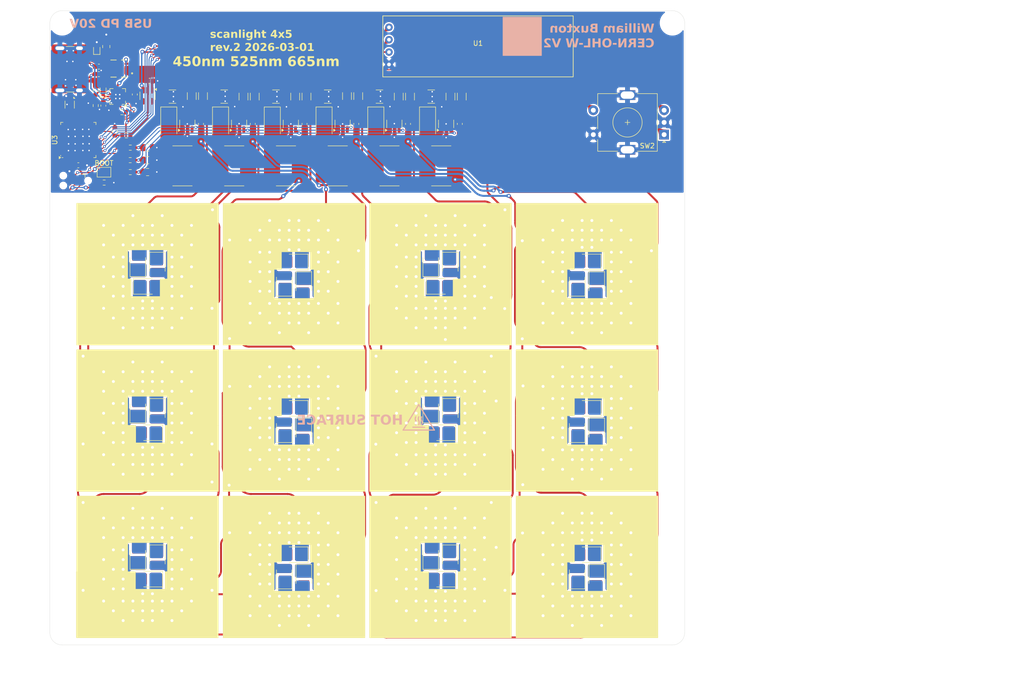
<source format=kicad_pcb>
(kicad_pcb (version 20241229) (generator "pcbnew") (generator_version "9.0")
  (layers (0 "F.Cu" signal) (2 "B.Cu" signal) (13 "F.Paste" user) (15 "B.Paste" user) (5 "F.SilkS" user "F.Silkscreen") (7 "B.SilkS" user "B.Silkscreen") (1 "F.Mask" user) (3 "B.Mask" user) (25 "Edge.Cuts" user))
  (net 0 "")
  (net 1 "GND")
  (net 2 "/CTRL_R")
  (net 3 "/CTRL_G")
  (net 4 "/CTRL_B")
  (net 5 "Net-(D1-K)")
  (net 6 "/Power/CC2c")
  (net 7 "/Power/CC1c")
  (net 8 "VDC")
  (net 9 "/LED_Blue1/Set")
  (net 10 "/LED_Blue1/LC")
  (net 11 "/LED_Green1/Set")
  (net 12 "/LED_Green1/LC")
  (net 13 "/LED_Blue2/LC")
  (net 14 "/LED_Blue2/Set")
  (net 15 "/LED_Green2/LC")
  (net 16 "/LED_Green2/Set")
  (net 17 "/LED_Red1/LC")
  (net 18 "/LED_Red1/Set")
  (net 19 "/LED_Red2/LC")
  (net 20 "/LED_Red2/Set")
  (net 21 "/LED_Blue1/SW")
  (net 22 "/LED_Red1/SW")
  (net 23 "/LED_Green1/SW")
  (net 24 "/LED_Blue1/D0")
  (net 25 "/SWCLK")
  (net 29 "/Power/D0+")
  (net 30 "/Power/D0-")
  (net 31 "VBUS")
  (net 32 "Net-(U4-GATE)")
  (net 33 "/LED_Green1/D0")
  (net 34 "/LED_Red1/D0")
  (net 36 "+3.3V")
  (net 37 "/LED_Green1/D1")
  (net 38 "/LED_Blue1/D1")
  (net 39 "/LED_Red1/D1")
  (net 40 "/LED_Green1/D2")
  (net 41 "/LED_Red1/D2")
  (net 42 "/LED_Blue1/D2")
  (net 44 "/PWM_R")
  (net 45 "/LED_Blue2/SW")
  (net 46 "/PWM_G")
  (net 47 "/PWM_B")
  (net 48 "/Power/VBUS_CTRL")
  (net 49 "/~{FLT}")
  (net 50 "/ADC_VBUS")
  (net 56 "/SDA")
  (net 57 "/SCL")
  (net 58 "/LED_Green2/SW")
  (net 59 "/LED_Red1/D4")
  (net 60 "/LED_Blue1/D4")
  (net 61 "/LED_Green1/D4")
  (net 64 "/LED_Blue1/D3")
  (net 65 "/LED_Green1/D3")
  (net 66 "/LED_Red1/D3")
  (net 67 "/LED_Red2/SW")
  (net 68 "/LED_Green2/D0")
  (net 69 "/LED_Blue2/D0")
  (net 70 "/LED_Red2/D0")
  (net 71 "/LED_Green2/D1")
  (net 72 "/LED_Red2/D1")
  (net 73 "/LED_Blue2/D1")
  (net 74 "/LED_Blue2/D2")
  (net 75 "/LED_Green2/D2")
  (net 76 "/D-")
  (net 78 "/LED_Red2/D2")
  (net 79 "/LED_Green2/D4")
  (net 80 "/LED_Red2/D4")
  (net 81 "/LED_Blue2/D4")
  (net 82 "/LED_Red2/D3")
  (net 83 "/LED_Blue2/D3")
  (net 84 "/LED_Green2/D3")
  (net 86 "/CC2")
  (net 87 "/CC1")
  (net 103 "/~{DB}")
  (net 104 "/D+")
  (net 107 "/R_SW")
  (net 108 "/R_I")
  (net 109 "/R_Q")
  (net 110 "/NRST")
  (net 111 "/SWDIO")
  (footprint "Package_TO_SOT_SMD:TSOT-23-5" (layer "F.Cu") (at 99.85 44.45 90)
    (property "Reference" "U9" (hide yes))
    (property "Value" "AL8860WT")
  )
  (footprint "Resistor_SMD:R_0603_1608Metric" (layer "F.Cu") (at 65.25 42.05 180)
    (property "Reference" "R10" (hide yes))
    (property "Value" "10k")
  )
  (footprint "Capacitor_SMD:C_1210_3225Metric" (layer "F.Cu") (at 96.8 38.85)
    (property "Reference" "C17" (hide yes))
    (property "Value" "10u")
  )
  (footprint "LED_SMD:LED_PLCC_2835_Handsoldering" (layer "F.Cu") (at 100.900002 102.75 180)
    (property "Reference" "D25" (hide yes))
    (property "Value" "green")
  )
  (footprint "Capacitor_SMD:C_1210_3225Metric" (layer "F.Cu") (at 128.6 38.85)
    (property "Reference" "C21" (hide yes))
    (property "Value" "10u")
  )
  (footprint "Diode_SMD:D_SMA" (layer "F.Cu") (at 117.25 44.495 -90)
    (property "Reference" "D8" (hide yes))
    (property "Value" "B240A")
  )
  (footprint "Capacitor_SMD:C_0805_2012Metric" (layer "F.Cu") (at 70.523999 49.31)
    (property "Reference" "C13" (hide yes))
    (property "Value" "47n")
  )
  (footprint "Inductor_SMD:L_Bourns_SRN8040TA" (layer "F.Cu") (at 130.65 53.05 180)
    (property "Reference" "L5" (hide yes))
    (property "Value" "100u")
  )
  (footprint "LED_SMD:LED_PLCC_2835_Handsoldering_Reverse" (layer "F.Cu") (at 158.5 107.25 90)
    (property "Reference" "D31" (hide yes))
    (property "Value" "red")
  )
  (footprint "Diode_SMD:D_SMA" (layer "F.Cu") (at 127.85 44.495 -90)
    (property "Reference" "D7" (hide yes))
    (property "Value" "B240A")
  )
  (footprint "Capacitor_SMD:C_0603_1608Metric" (layer "F.Cu") (at 67.887 38.421 -90)
    (property "Reference" "C8" (hide yes))
    (property "Value" "1u")
  )
  (footprint "Resistor_SMD:R_1206_3216Metric" (layer "F.Cu") (at 100.739998 38.85 -90)
    (property "Reference" "R14" (hide yes))
    (property "Value" "845m")
  )
  (footprint "MountingHole:MountingHole_2.2mm_M2_Mask_5mm" (layer "F.Cu") (at 178 61.75)
    (property "Reference" "H4" (hide yes))
    (property "Value" "MountingHole" (hide yes))
  )
  (footprint "Capacitor_SMD:C_0603_1608Metric" (layer "F.Cu") (at 123.85 44.45 -90)
    (property "Reference" "C22" (hide yes))
    (property "Value" "1u")
  )
  (footprint "LED_SMD:LED_PLCC_2835_Handsoldering" (layer "F.Cu") (at 71.1 137.75 180)
    (property "Reference" "D33" (hide yes))
    (property "Value" "green")
  )
  (footprint "Resistor_SMD:R_1206_3216Metric" (layer "F.Cu") (at 90.15 38.85 -90)
    (property "Reference" "R16" (hide yes))
    (property "Value" "845m")
  )
  (footprint "LED_SMD:LED_PLCC_2835_Handsoldering" (layer "F.Cu") (at 128.5 133.25 90)
    (property "Reference" "D40" (hide yes))
    (property "Value" "blue")
  )
  (footprint "Diode_SMD:D_SMA" (layer "F.Cu") (at 74.85 44.495 -90)
    (property "Reference" "D3" (hide yes))
    (property "Value" "B240A")
  )
  (footprint "Capacitor_SMD:C_0603_1608Metric" (layer "F.Cu") (at 102.65 44.45 -90)
    (property "Reference" "C18" (hide yes))
    (property "Value" "1u")
  )
  (footprint "Resistor_SMD:R_0603_1608Metric" (layer "F.Cu") (at 59.885 40.695 -90)
    (property "Reference" "R3" (hide yes))
    (property "Value" "620")
  )
  (footprint "Capacitor_SMD:C_0603_1608Metric" (layer "F.Cu") (at 81.45 44.45 -90)
    (property "Reference" "C9" (hide yes))
    (property "Value" "1u")
  )
  (footprint "LED_SMD:LED_PLCC_2835_Handsoldering_Reverse" (layer "F.Cu") (at 132.5 133.25 -90)
    (property "Reference" "D41" (hide yes))
    (property "Value" "red")
  )
  (footprint "LED_SMD:LED_PLCC_2835_Handsoldering" (layer "F.Cu") (at 131.1 107.75 180)
    (property "Reference" "D29" (hide yes))
    (property "Value" "green")
  )
  (footprint "Resistor_SMD:R_0603_1608Metric" (layer "F.Cu") (at 66.965 54.337 180)
    (property "Reference" "R5" (hide yes))
    (property "Value" "4.7k")
  )
  (footprint "Capacitor_SMD:C_0603_1608Metric" (layer "F.Cu") (at 61.448 40.7095 -90)
    (property "Reference" "C5" (hide yes))
    (property "Value" "0.1u")
  )
  (footprint "LED_SMD:LED_PLCC_2835_Handsoldering" (layer "F.Cu") (at 160.9 102.75 180)
    (property "Reference" "D32" (hide yes))
    (property "Value" "green")
  )
  (footprint "Capacitor_SMD:C_1210_3225Metric" (layer "F.Cu") (at 118 38.85)
    (property "Reference" "C20" (hide yes))
    (property "Value" "10u")
  )
  (footprint "Resistor_SMD:R_1206_3216Metric" (layer "F.Cu") (at 79.55 38.75 -90)
    (property "Reference" "R6" (hide yes))
    (property "Value" "845m")
  )
  (footprint "Resistor_SMD:R_0603_1608Metric" (layer "F.Cu") (at 61.615 56.478)
    (property "Reference" "R2" (hide yes))
    (property "Value" "100k")
  )
  (footprint "MountingHole:MountingHole_2.2mm_M2_Mask_5mm" (layer "F.Cu") (at 53 61.75)
    (property "Reference" "H3" (hide yes))
    (property "Value" "MountingHole" (hide yes))
  )
  (footprint "Package_DFN_QFN:ST_UQFN-6L_1.5x1.7mm_P0.5mm" (layer "F.Cu") (at 54.55 40.5 -90)
    (property "Reference" "U2" (hide yes))
    (property "Value" "ECMF02-2AMX6")
  )
  (footprint "Capacitor_SMD:C_1210_3225Metric" (layer "F.Cu") (at 75.6 38.85)
    (property "Reference" "C10" (hide yes))
    (property "Value" "10u")
  )
  (footprint "MountingHole:MountingHole_2.2mm_M2_Mask_5mm" (layer "F.Cu") (at 53 23.75)
    (property "Reference" "H1" (hide yes))
    (property "Value" "MountingHole" (hide yes))
  )
  (footprint "Jumper:SolderJumper-2_P1.3mm_Open_TrianglePad1.0x1.5mm" (layer "F.Cu") (at 61.578 54.351)
    (property "Reference" "SW1" (hide yes))
    (property "Value" "BOOT")
  )
  (footprint "Resistor_SMD:R_0603_1608Metric" (layer "F.Cu") (at 66.947 51.881 180)
    (property "Reference" "R7" (hide yes))
    (property "Value" "4.7k")
  )
  (footprint "LED_SMD:LED_PLCC_2835_Handsoldering" (layer "F.Cu") (at 68.5 73.25 90)
    (property "Reference" "D11" (hide yes))
    (property "Value" "blue")
  )
  (footprint "LED_SMD:LED_PLCC_2835_Handsoldering" (layer "F.Cu") (at 160.9 72.75 180)
    (property "Reference" "D18" (hide yes))
    (property "Value" "green")
  )
  (footprint "Diode_SMD:D_SMA" (layer "F.Cu") (at 96.05 44.495 -90)
    (property "Reference" "D21" (hide yes))
    (property "Value" "B240A")
  )
  (footprint "Diode_SMD:D_SMA" (layer "F.Cu") (at 85.45 44.495 -90)
    (property "Reference" "D4" (hide yes))
    (property "Value" "B240A")
  )
  (footprint "LED_SMD:LED_PLCC_2835_Handsoldering_Reverse" (layer "F.Cu") (at 158.5 77.25 90)
    (property "Reference" "D20" (hide yes))
    (property "Value" "red")
  )
  (footprint "Diode_SMD:D_SOD-523" (layer "F.Cu") (at 61.398 37.7595 90)
    (property "Reference" "D1" (hide yes))
    (property "Value" "BAT54K")
  )
  (footprint "Inductor_SMD:L_Bourns_SRN8040TA" (layer "F.Cu") (at 120.05 53.05 180)
    (property "Reference" "L6" (hide yes))
    (property "Value" "100u")
  )
  (footprint "LED_SMD:LED_PLCC_2835_Handsoldering" (layer "F.Cu") (at 130.1 77.75)
    (property "Reference" "D17" (hide yes))
    (property "Value" "green")
  )
  (footprint "Resistor_SMD:R_1206_3216Metric" (layer "F.Cu") (at 81.85 38.75 -90)
    (property "Reference" "R11" (hide yes))
    (property "Value" "845m")
  )
  (footprint "MountingHole:MountingHole_2.2mm_M2_Mask_5mm" (layer "F.Cu") (at 178 148.75)
    (property "Reference" "H6" (hide yes))
    (property "Value" "MountingHole" (hide yes))
  )
  (footprint "Resistor_SMD:R_1206_3216Metric" (layer "F.Cu") (at 121.95 38.85 -90)
    (property "Reference" "R19" (hide yes))
    (property "Value" "845m")
  )
  (footprint "Capacitor_SMD:C_0603_1608Metric" (layer "F.Cu") (at 60.539 32.709)
    (property "Reference" "C2" (hide yes))
    (property "Value" "330p")
  )
  (footprint "Custom:POWERFLAT-3p3X3p3_STM" (layer "F.Cu") (at 64.636 33.111 180)
    (property "Reference" "Q1" (hide yes))
    (property "Value" "STL11N3LLH6")
  )
  (footprint "LED_SMD:LED_PLCC_2835_Handsoldering" (layer "F.Cu") (at 100.900001 72.749999 180)
    (property "Reference" "D13" (hide yes))
    (property "Value" "green")
  )
  (footprint "Capacitor_SMD:C_0603_1608Metric" (layer "F.Cu") (at 70.924 35.612 180)
    (property "Reference" "C4" (hide yes))
    (property "Value" "1u")
  )
  (footprint "Resistor_SMD:R_1206_3216Metric" (layer "F.Cu") (at 134.85 38.85 -90)
    (property "Reference" "R20" (hide yes))
    (property "Value" "845m")
  )
  (footprint "Resistor_SMD:R_0603_1608Metric" (layer "F.Cu") (at 66.965 49.317 180)
    (property "Reference" "R8" (hide yes))
    (property "Value" "4.7k")
  )
  (footprint "Package_TO_SOT_SMD:TSOT-23-5" (layer "F.Cu") (at 131.65 44.45 90)
    (property "Reference" "U11" (hide yes))
    (property "Value" "AL8860WT")
  )
  (footprint "Resistor_SMD:R_1206_3216Metric" (layer "F.Cu") (at 132.539998 38.85 -90)
    (property "Reference" "R21" (hide yes))
    (property "Value" "845m")
  )
  (footprint "Resistor_SMD:R_1206_3216Metric" (layer "F.Cu") (at 92.450002 38.85 -90)
    (property "Reference" "R15" (hide yes))
    (property "Value" "845m")
  )
  (footprint "Capacitor_SMD:C_0603_1608Metric" (layer "F.Cu") (at 60.533 34.255)
    (property "Reference" "C1" (hide yes))
    (property "Value" "330p")
  )
  (footprint "LED_SMD:LED_PLCC_2835_Handsoldering" (layer "F.Cu") (at 102.499999 77.249999 -90)
    (property "Reference" "D14" (hide yes))
    (property "Value" "blue")
  )
  (footprint "Capacitor_SMD:C_0603_1608Metric" (layer "F.Cu") (at 113.25 44.45 -90)
    (property "Reference" "C14" (hide yes))
    (property "Value" "1u")
  )
  (footprint "LED_SMD:LED_PLCC_2835_Handsoldering_Reverse" (layer "F.Cu") (at 132.5 73.25 -90)
    (property "Reference" "D15" (hide yes))
    (property "Value" "red")
  )
  (footprint "LED_SMD:LED_PLCC_2835_Handsoldering" (layer "F.Cu") (at 128.5 73.25 90)
    (property "Reference" "D16" (hide yes))
    (property "Value" "blue")
  )
  (footprint "Custom:QFN-12-1EP_3x3mm_P0.50mm_EP1.45x1.45mm" (layer "F.Cu") (at 64.385 38.835 180)
    (property "Reference" "U4" (hide yes))
    (property "Value" "TCPP01_M12")
  )
  (footprint "LED_SMD:LED_PLCC_2835_Handsoldering" (layer "F.Cu") (at 128.5 103.25 90)
    (property "Reference" "D28" (hide yes))
    (property "Value" "blue")
  )
  (footprint "LED_SMD:LED_PLCC_2835_Handsoldering_Reverse" (layer "F.Cu") (at 72.5 103.25 -90)
    (property "Reference" "D9" (hide yes))
    (property "Value" "red")
  )
  (footprint "Capacitor_SMD:C_0603_1608Metric" (layer "F.Cu") (at 56.325 52.925)
    (property "Reference" "C6" (hide yes))
    (property "Value" "0.1u")
  )
  (footprint "LED_SMD:LED_PLCC_2835_Handsoldering_Reverse" (layer "F.Cu") (at 158.500002 137.25 90)
    (property "Reference" "D44" (hide yes))
    (property "Value" "red")
  )
  (footprint "Capacitor_SMD:C_0805_2012Metric" (layer "F.Cu") (at 70.512 54.324)
    (property "Reference" "C7" (hide yes))
    (property "Value" "47n")
  )
  (footprint "LED_SMD:LED_PLCC_2835_Handsoldering_Reverse" (layer "F.Cu") (at 72.5 73.25 -90)
    (property "Reference" "D5" (hide yes))
    (property "Value" "red")
  )
  (footprint "Capacitor_SMD:C_0603_1608Metric" (layer "F.Cu") (at 92.05 44.45 -90)
    (property "Reference" "C15" (hide yes))
    (property "Value" "1u")
  )
  (footprint "Connector:Tag-Connect_TC2030-IDC-NL_2x03_P1.27mm_Vertical" (layer "F.Cu") (at 55.781 56.074 180)
    (property "Reference" "J2" (hide yes))
    (property "Value" "SWD_TC2030")
  )
  (footprint "LED_SMD:LED_PLCC_2835_Handsoldering_Reverse" (layer "F.Cu") (at 98.500002 137.25 90)
    (property "Reference" "D38" (hide yes))
    (property "Value" "red")
  )
  (footprint "LED_SMD:LED_PLCC_2835_Handsoldering" (layer "F.Cu") (at 70.1 77.75)
    (property "Reference" "D10" (hide yes))
    (property "Value" "green")
  )
  (footprint "Resistor_SMD:R_1206_3216Metric" (layer "F.Cu") (at 113.65 38.75 -90)
    (property "Reference" "R17" (hide yes))
    (property "Value" "845m")
  )
  (footprint "MountingHole:MountingHole_2.2mm_M2_Mask_5mm" (layer "F.Cu") (at 53 148.75)
    (property "Reference" "H5" (hide yes))
    (property "Value" "MountingHole" (hide yes))
  )
  (footprint "Inductor_SMD:L_Bourns_SRN8040TA" (layer "F.Cu") (at 109.45 53.05 180)
    (property "Reference" "L4" (hide yes))
    (property "Value" "100u")
  )
  (footprint "LED_SMD:LED_PLCC_2835_Handsoldering" (layer "F.Cu") (at 71.1 107.75 180)
    (property "Reference" "D22" (hide yes))
    (property "Value" "green")
  )
  (footprint "Package_DFN_QFN:QFN-48-1EP_7x7mm_P0.5mm_EP5.6x5.6mm" (layer "F.Cu") (at 56.325 47.75 90)
    (property "Reference" "U3")
    (property "Value" "STM32G0B1CBUx")
  )
  (footprint "Diode_SMD:D_SMA" (layer "F.Cu") (at 106.65 44.495 -90)
    (property "Reference" "D6" (hide yes))
    (property "Value" "B240A")
  )
  (footprint "Inductor_SMD:L_Bourns_SRN8040TA" (layer "F.Cu") (at 77.65 53.05 180)
    (property "Reference" "L1" (hide yes))
    (property "Value" "100u")
  )
  (footprint "Package_TO_SOT_SMD:TSOT-23-5" (layer "F.Cu") (at 78.65 44.45 90)
    (property "Reference" "U5" (hide yes))
    (property "Value" "AL8860WT")
  )
  (footprint "LED_SMD:LED_PLCC_2835_Handsoldering" (layer "F.Cu") (at 131.1 137.75 180)
    (property "Reference" "D39" (hide yes))
    (property "Value" "green")
  )
  (footprint "Capacitor_SMD:C_1210_3225Metric" (layer "F.Cu") (at 86.2 38.85)
    (property "Reference" "C12" (hide yes))
    (property "Value" "10u")
  )
  (footprint "Capacitor_SMD:C_0805_2012Metric" (layer "F.Cu") (at 62.05 28.6 -90)
    (property "Reference" "C3" (hide yes))
    (property "Value" "4.7u")
  )
  (footprint "Inductor_SMD:L_Bourns_SRN8040TA" (layer "F.Cu") (at 98.85 53.05 180)
    (property "Reference" "L3" (hide yes))
    (property "Value" "100u")
  )
  (footprint "Package_TO_SOT_SMD:TSOT-23-5" (layer "F.Cu") (at 121.05 44.45 90)
    (property "Reference" "U10" (hide yes))
    (property "Value" "AL8860WT")
  )
  (footprint "Package_TO_SOT_SMD:TSOT-23-5" (layer "F.Cu") (at 110.45 44.45 90)
    (property "Reference" "U8" (hide yes))
    (property "Value" "AL8860WT")
  )
  (footprint "LED_SMD:LED_PLCC_2835_Handsoldering_Reverse" (layer "F.Cu") (at 98.500002 107.25 90)
    (property "Reference" "D34" (hide yes))
    (property "Value" "red")
  )
  (footprint "LED_SMD:LED_PLCC_2835_Handsoldering" (layer "F.Cu") (at 102.5 137.25 -90)
    (property "Reference" "D36" (hide yes))
    (property "Value" "blue")
  )
  (footprint "Display:0.91_Inch_OLED" (layer "F.Cu") (at 138.18 28.43)
    (property "Reference" "U1")
    (property "Value" "0.91 Inch OLED")
  )
  (footprint "LED_SMD:LED_PLCC_2835_Handsoldering_Reverse" (layer "F.Cu") (at 132.5 103.25 -90)
    (property "Reference" "D27" (hide yes))
    (property "Value" "red")
  )
  (footprint "Resistor_SMD:R_0603_1608Metric" (layer "F.Cu") (at 66.156 46.795 180)
    (property "Reference" "R4" (hide yes))
    (property "Value" "200k")
  )
  (footprint "LED_SMD:LED_PLCC_2835_Handsoldering" (layer "F.Cu") (at 162.5 107.25 -90)
    (property "Reference" "D30" (hide yes))
    (property "Value" "blue")
  )
  (footprint "Resistor_SMD:R_0603_1608Metric" (layer "F.Cu") (at 59.885 37.645 -90)
    (property "Reference" "R1" (hide yes))
    (property "Value" "10k")
  )
  (footprint "Capacitor_SMD:C_0805_2012Metric" (layer "F.Cu") (at 70.523999 51.881)
    (property "Reference" "C11" (hide yes))
    (property "Value" "47n")
  )
  (footprint "Diode_SMD:ST_QFN-2L_1.6x1.0mm" (layer "F.Cu") (at 60.1 29.25 90)
    (property "Reference" "D2" (hide yes))
    (property "Value" "ESDA25P35")
  )
  (footprint "Package_TO_SOT_SMD:TSOT-23-5" (layer "F.Cu") (at 89.25 44.45 90)
    (property "Reference" "U7" (hide yes))
    (property "Value" "AL8860WT")
  )
  (footprint "Resistor_SMD:R_0603_1608Metric" (layer "F.Cu") (at 63.8 46.025 90)
    (property "Reference" "R9" (hide yes))
    (property "Value" "40.2k")
  )
  (footprint "Package_TO_SOT_SMD:TSOT-23-5" (layer "F.Cu") (at 70.5 38.6875 -90)
    (property "Reference" "U6" (hide yes))
    (property "Value" "ST732M33R")
  )
  (footprint "LED_SMD:LED_PLCC_2835_Handsoldering" (layer "F.Cu") (at 100.900002 132.75 180)
    (property "Reference" "D37" (hide yes))
    (property "Value" "green")
  )
  (footprint "Resistor_SMD:R_1206_3216Metric" (layer "F.Cu") (at 103.05 38.85 -90)
    (property "Reference" "R13" (hide yes))
    (property "Value" "845m")
  )
  (footprint "LED_SMD:LED_PLCC_2835_Handsoldering" (layer "F.Cu") (at 160.900001 132.75 180)
    (property "Reference" "D43" (hide yes))
    (property "Value" "green")
  )
  (footprint "Resistor_SMD:R_1206_3216Metric" (layer "F.Cu") (at 111.35 38.75 -90)
    (property "Reference" "R12" (hide yes))
    (property "Value" "845m")
  )
  (footprint "Rotary_Encoder:RotaryEncoder_Alps_EC11E-Switch_Vertical_H20mm" (layer "F.Cu") (at 176.3 46.65 180)
    (property "Reference" "SW2")
    (property "Value" "RotaryEncoder_Switch_MP")
  )
  (footprint "LED_SMD:LED_PLCC_2835_Handsoldering" (layer "F.Cu") (at 162.5 137.25 -90)
    (property "Reference" "D42" (hide yes))
    (property "Value" "blue")
  )
  (footprint "Capacitor_SMD:C_1210_3225Metric" (layer "F.Cu") (at 107.4 38.85)
    (property "Reference" "C16" (hide yes))
    (property "Value" "10u")
  )
  (footprint "Resistor_SMD:R_1206_3216Metric" (layer "F.Cu") (at 124.250002 38.85 -90)
    (property "Reference" "R18" (hide yes))
    (property "Value" "845m")
  )
  (footprint "LED_SMD:LED_PLCC_2835_Handsoldering" (layer "F.Cu") (at 68.5 103.25 90)
    (property "Reference" "D23" (hide yes))
    (property "Value" "blue")
  )
  (footprint "Capacitor_SMD:C_0603_1608Metric" (layer "F.Cu") (at 134.45 44.45 -90)
    (property "Reference" "C19" (hide yes))
    (property "Value" "1u")
  )
  (footprint "LED_SMD:LED_PLCC_2835_Handsoldering" (layer "F.Cu") (at 102.5 107.25 -90)
    (property "Reference" "D26" (hide yes))
    (property "Value" "blue")
  )
  (footprint "MountingHole:MountingHole_2.2mm_M2_Mask_5mm" (layer "F.Cu") (at 178 23.75)
    (property "Reference" "H2" (hide yes))
    (property "Value" "MountingHole" (hide yes))
  )
  (footprint "LED_SMD:LED_PLCC_2835_Handsoldering_Reverse" (layer "F.Cu") (at 98.500001 77.249999 90)
    (property "Reference" "D24" (hide yes))
    (property "Value" "red")
  )
  (footprint "Custom:USB_C_Receptacle_UJ20-C-H-G-SMT-P16-TR" (layer "F.Cu") (at 53.445 33.25 -90)
    (property "Reference" "J1" (hide yes))
    (property "Value" "UJ20-C-H-G-SMT-P16-TR")
  )
  (footprint "LED_SMD:LED_PLCC_2835_Handsoldering_Reverse" (layer "F.Cu") (at 72.5 133.25 -90)
    (property "Reference" "D12" (hide yes))
    (property "Value" "red")
  )
  (footprint "LED_SMD:LED_PLCC_2835_Handsoldering" (layer "F.Cu") (at 162.5 77.25 -90)
    (property "Reference" "D19" (hide yes))
    (property "Value" "blue")
  )
  (footprint "LED_SMD:LED_PLCC_2835_Handsoldering" (layer "F.Cu") (at 68.5 133.25 90)
    (property "Reference" "D35" (hide yes))
    (property "Value" "blue")
  )
  (footprint "Inductor_SMD:L_Bourns_SRN8040TA" (layer "F.Cu") (at 88.25 53.05 180)
    (property "Reference" "L2" (hide yes))
    (property "Value" "100u")
  )
  (footprint "Symbol:HOT" (layer "B.Cu") (at 126.05 105.8 180)
    (property "Reference" "SYM1" (hide yes))
    (property "Value" "SYM_Hot_Large" (hide yes))
  )
  (gr_poly (pts (xy 55.95 149.75) (xy 84.95 149.75) (xy 84.95 136.25) (xy 74.15 136.25) (xy 74.15 139.85) (xy 68 139.85) (xy 68 136.25) (xy 55.95 136.25)) (stroke (width 0.15)) (fill yes) (layer "F.SilkS"))
  (gr_poly (pts (xy 175 104.25) (xy 164.6 104.25) (xy 164.6 110.25) (xy 156.4 110.25) (xy 156.4 104.25) (xy 146 104.25) (xy 146 119.75) (xy 175 119.75)) (stroke (width 0.15)) (fill yes) (layer "F.SilkS"))
  (gr_poly (pts (xy 56 106.25) (xy 66.4 106.25) (xy 66.4 100.25) (xy 74.6 100.25) (xy 74.6 106.25) (xy 85 106.25) (xy 85 90.75) (xy 56 90.75)) (stroke (width 0.15)) (fill yes) (layer "F.SilkS"))
  (gr_poly (pts (xy 175.000001 134.25) (xy 164.600001 134.25) (xy 164.600001 140.249999) (xy 156.4 140.25) (xy 156.4 134.25) (xy 146 134.25) (xy 146 149.75) (xy 175.000001 149.749999)) (stroke (width 0.15)) (fill yes) (layer "F.SilkS"))
  (gr_poly (pts (xy 116 149.75) (xy 145 149.75) (xy 145 136.25) (xy 134.15 136.25) (xy 134.15 139.85) (xy 128.05 139.85) (xy 128.05 136.25) (xy 116 136.25)) (stroke (width 0.15)) (fill yes) (layer "F.SilkS"))
  (gr_poly (pts (xy 175 90.75) (xy 146 90.75) (xy 146 104.25) (xy 157.9 104.25) (xy 157.9 100.65) (xy 163.9 100.65) (xy 163.9 104.25) (xy 175 104.25)) (stroke (width 0.15)) (fill yes) (layer "F.SilkS"))
  (gr_poly (pts (xy 56 89.75) (xy 85 89.75) (xy 85 76.25) (xy 73.1 76.25) (xy 73.1 79.85) (xy 67.1 79.85) (xy 67.1 76.25) (xy 56 76.25)) (stroke (width 0.15)) (fill yes) (layer "F.SilkS"))
  (gr_poly (pts (xy 115 74.25) (xy 104.6 74.25) (xy 104.6 80.25) (xy 96.4 80.25) (xy 96.4 74.25) (xy 86 74.25) (xy 86 89.75) (xy 115 89.75)) (stroke (width 0.15)) (fill yes) (layer "F.SilkS"))
  (gr_poly (pts (xy 115 104.25) (xy 104.6 104.25) (xy 104.6 110.25) (xy 96.4 110.25) (xy 96.4 104.25) (xy 86 104.25) (xy 86 119.75) (xy 115 119.75)) (stroke (width 0.15)) (fill yes) (layer "F.SilkS"))
  (gr_poly (pts (xy 116 106.25) (xy 126.4 106.25) (xy 126.4 100.25) (xy 134.6 100.25) (xy 134.6 106.25) (xy 145 106.25) (xy 145 90.75) (xy 116 90.75)) (stroke (width 0.15)) (fill yes) (layer "F.SilkS"))
  (gr_poly (pts (xy 115 90.75) (xy 86 90.75) (xy 86 104.25) (xy 97.899999 104.25) (xy 97.9 100.65) (xy 103.900001 100.65) (xy 103.9 104.25) (xy 115 104.25)) (stroke (width 0.15)) (fill yes) (layer "F.SilkS"))
  (gr_poly (pts (xy 115 60.75) (xy 86 60.75) (xy 86 74.25) (xy 97.9 74.25) (xy 97.899999 70.65) (xy 103.9 70.65) (xy 103.900001 74.25) (xy 115 74.25)) (stroke (width 0.15)) (fill yes) (layer "F.SilkS"))
  (gr_poly (pts (xy 116 76.25) (xy 126.4 76.25) (xy 126.4 70.25) (xy 134.6 70.25) (xy 134.6 76.25) (xy 145 76.25) (xy 145 60.75) (xy 116 60.75)) (stroke (width 0.15)) (fill yes) (layer "F.SilkS"))
  (gr_poly (pts (xy 56 119.75) (xy 85 119.75) (xy 85 106.25) (xy 74.15 106.25) (xy 74.15 109.85) (xy 68.05 109.85) (xy 68.05 106.25) (xy 56 106.25)) (stroke (width 0.15)) (fill yes) (layer "F.SilkS"))
  (gr_poly (pts (xy 56 76.25) (xy 66.4 76.25) (xy 66.4 70.25) (xy 74.6 70.25) (xy 74.6 76.25) (xy 85 76.25) (xy 85 60.75) (xy 56 60.75)) (stroke (width 0.15)) (fill yes) (layer "F.SilkS"))
  (gr_poly (pts (xy 175 60.75) (xy 146 60.75) (xy 146 74.25) (xy 157.9 74.25) (xy 157.9 70.65) (xy 163.9 70.65) (xy 163.9 74.25) (xy 175 74.25)) (stroke (width 0.15)) (fill yes) (layer "F.SilkS"))
  (gr_poly (pts (xy 115 120.75) (xy 86 120.75) (xy 86 134.25) (xy 97.899999 134.25) (xy 97.9 130.65) (xy 103.900001 130.65) (xy 103.9 134.25) (xy 115 134.25)) (stroke (width 0.15)) (fill yes) (layer "F.SilkS"))
  (gr_poly (pts (xy 56 136.25) (xy 66.4 136.25) (xy 66.4 130.25) (xy 74.6 130.25) (xy 74.6 136.25) (xy 85 136.25) (xy 85 120.75) (xy 56 120.75)) (stroke (width 0.15)) (fill yes) (layer "F.SilkS"))
  (gr_poly (pts (xy 115 134.25) (xy 104.6 134.25) (xy 104.6 140.25) (xy 96.4 140.25) (xy 96.4 134.25) (xy 86 134.25) (xy 86 149.75) (xy 115 149.75)) (stroke (width 0.15)) (fill yes) (layer "F.SilkS"))
  (gr_poly (pts (xy 175.000001 120.75) (xy 146 120.75) (xy 146 134.25) (xy 157.900001 134.25) (xy 157.900001 130.649999) (xy 163.9 130.65) (xy 163.9 134.25) (xy 175.000001 134.25)) (stroke (width 0.15)) (fill yes) (layer "F.SilkS"))
  (gr_poly (pts (xy 116 119.75) (xy 145 119.75) (xy 145 106.25) (xy 134.15 106.25) (xy 134.15 109.85) (xy 128.05 109.85) (xy 128.05 106.25) (xy 116 106.25)) (stroke (width 0.15)) (fill yes) (layer "F.SilkS"))
  (gr_poly (pts (xy 116 89.75) (xy 145 89.75) (xy 145 76.25) (xy 133.1 76.25) (xy 133.1 79.85) (xy 127.1 79.85) (xy 127.1 76.25) (xy 116 76.25)) (stroke (width 0.15)) (fill yes) (layer "F.SilkS"))
  (gr_poly (pts (xy 175 74.25) (xy 164.6 74.25) (xy 164.6 80.25) (xy 156.4 80.25) (xy 156.4 74.25) (xy 146 74.25) (xy 146 89.75) (xy 175 89.75)) (stroke (width 0.15)) (fill yes) (layer "F.SilkS"))
  (gr_poly (pts (xy 116 136.25) (xy 126.4 136.25) (xy 126.4 130.25) (xy 134.6 130.25) (xy 134.6 136.25) (xy 145 136.25) (xy 145 120.75) (xy 116 120.75)) (stroke (width 0.15)) (fill yes) (layer "F.SilkS"))
  (gr_rect (start 143.24 22.5) (end 151.24 30.5) (fill yes) (layer "B.SilkS"))
  (gr_line (start 53 21.25) (end 178 21.25) (stroke (width 0.05)) (layer "Edge.Cuts"))
  (gr_line (start 178 151.25) (end 53 151.25) (stroke (width 0.05)) (layer "Edge.Cuts"))
  (gr_arc (start 53 151.25) (mid 51.232233 150.517767) (end 50.5 148.75) (stroke (width 0.05)) (layer "Edge.Cuts"))
  (gr_arc (start 178 21.25) (mid 179.767767 21.982233) (end 180.5 23.75) (stroke (width 0.05)) (layer "Edge.Cuts"))
  (gr_arc (start 50.5 23.75) (mid 51.232233 21.982233) (end 53 21.25) (stroke (width 0.05)) (layer "Edge.Cuts"))
  (gr_line (start 50.5 148.75) (end 50.5 23.75) (stroke (width 0.05)) (layer "Edge.Cuts"))
  (gr_line (start 180.5 23.75) (end 180.5 148.75) (stroke (width 0.05)) (layer "Edge.Cuts"))
  (gr_arc (start 180.5 148.75) (mid 179.767767 150.517767) (end 178 151.25) (stroke (width 0.05)) (layer "Edge.Cuts"))
  (gr_text "scanlight 4x5\nrev.2 2026-03-01\n" (at 83.275 29.775 0) (layer "F.SilkS") (effects (font (size 1.6 1.6) (thickness 0.4) (bold yes)) (justify left bottom)))
  (gr_text "450nm 525nm 665nm" (at 92.75 32.95 0) (layer "F.SilkS") (effects (font (size 2 2) (thickness 0.4) (bold yes)) (justify bottom)))
  (gr_text "USB PD 20V" (at 71.45 24 0) (layer "B.SilkS") (effects (font (size 1.8 1.8) (thickness 0.4) (bold yes)) (justify left mirror)))
  (gr_text "William Buxton\nCERN-OHL-W V2" (at 174.317 26.5 0) (layer "B.SilkS") (effects (font (size 1.8 1.8) (thickness 0.4) (bold yes)) (justify left mirror)))
  (gr_text "HOT SURFACE" (at 111.95 106.425 0) (layer "B.SilkS") (effects (font (size 2 2) (thickness 0.4) (bold yes)) (justify bottom mirror)))
  (segment (start 54.050001 40.425758) (end 54.01217 40.463589) (width 0.3) (layer "F.Cu") (net 1))
  (segment (start 54.050001 38.960001) (end 53.84 38.75) (width 0.3) (layer "F.Cu") (net 1))
  (segment (start 61.314 33.135) (end 60.956 33.493) (width 0.3) (layer "F.Cu") (net 1))
  (segment (start 63.8 45.2) (end 63.8 44.4225) (width 0.3) (layer "F.Cu") (net 1))
  (segment (start 60.1 28.725) (end 60.1 27.7) (width 0.4) (layer "F.Cu") (net 1))
  (segment (start 61.314 32.709) (end 61.314 33.135) (width 0.3) (layer "F.Cu") (net 1))
  (segment (start 72.393 51.881) (end 72.402 51.872) (width 0.3) (layer "F.Cu") (net 1))
  (segment (start 61.308 33.845) (end 60.956 33.493) (width 0.3) (layer "F.Cu") (net 1))
  (segment (start 62.4145 41.4845) (end 62.577 41.647) (width 0.3) (layer "F.Cu") (net 1))
  (segment (start 54.050001 41.1875) (end 54.050001 40.50142) (width 0.3) (layer "F.Cu") (net 1))
  (segment (start 71.45 35.861) (end 71.699 35.612) (width 0.4) (layer "F.Cu") (net 1))
  (segment (start 63.8 44.4225) (end 63.765 44.3875) (width 0.3) (layer "F.Cu") (net 1))
  (segment (start 57.225001 28.93) (end 59.895 28.93) (width 0.4) (layer "F.Cu") (net 1))
  (segment (start 59.895 28.93) (end 60.1 28.725) (width 0.4) (layer "F.Cu") (net 1))
  (segment (start 65.9225 38.835) (end 65.11 38.835) (width 0.2) (layer "F.Cu") (net 1))
  (segment (start 71.45 37.55) (end 71.45 35.861) (width 0.4) (layer "F.Cu") (net 1))
  (segment (start 54.050001 39.8125) (end 54.050001 38.960001) (width 0.3) (layer "F.Cu") (net 1))
  (segment (start 61.448 41.4845) (end 62.4145 41.4845) (width 0.3) (layer "F.Cu") (net 1))
  (segment (start 72.539 35.612) (end 72.563 35.636) (width 0.3) (layer "F.Cu") (net 1))
  (segment (start 61.308 34.255) (end 61.308 33.801) (width 0.3) (layer "F.Cu") (net 1))
  (segment (start 54.050001 40.50142) (end 54.01217 40.463589) (width 0.3) (layer "F.Cu") (net 1))
  (segment (start 61.314 32.709) (end 61.314 33.179) (width 0.3) (layer "F.Cu") (net 1))
  (segment (start 56.575 52.4) (end 57.1 52.925) (width 0.3) (layer "F.Cu") (net 1))
  (segment (start 57.1 52.925) (end 58.1 52.925) (width 0.3) (layer "F.Cu") (net 1))
  (segment (start 62.44 56.478) (end 63.581 56.478) (width 0.3) (layer "F.Cu") (net 1))
  (segment (start 61.448 41.4845) (end 61.7465 41.4845) (width 0.3) (layer "F.Cu") (net 1))
  (segment (start 61.448 41.4845) (end 60.652 41.4845) (width 0.3) (layer "F.Cu") (net 1))
  (segment (start 65.11 38.835) (end 64.75 38.475) (width 0.2) (layer "F.Cu") (net 1))
  (segment (start 60.975001 28.725) (end 62.05 27.650001) (width 0.4) (layer "F.Cu") (net 1))
  (segment (start 61.308 33.801) (end 61 33.493) (width 0.3) (layer "F.Cu") (net 1))
  (segment (start 59.9205 41.4845) (end 59.885 41.52) (width 0.3) (layer "F.Cu") (net 1))
  (segment (start 72.39 49.31) (end 72.397 49.303) (width 0.3) (layer "F.Cu") (net 1))
  (segment (start 63.1 41.124) (end 62.577 41.647) (width 0.3) (layer "F.Cu") (net 1))
  (segment (start 71.461999 54.324) (end 72.378 54.324) (width 0.3) (layer "F.Cu") (net 1))
  (segment (start 59.885 41.52) (end 59.687 41.52) (width 0.3) (layer "F.Cu") (net 1))
  (segment (start 60.652 41.4845) (end 59.9205 41.4845) (width 0.3) (layer "F.Cu") (net 1))
  (segment (start 56.575 51.1875) (end 56.575 52.4) (width 0.3) (layer "F.Cu") (net 1))
  (segment (start 59.687 41.52) (end 58.366 40.199) (width 0.3) (layer "F.Cu") (net 1))
  (segment (start 72.378 54.324) (end 72.395 54.307) (width 0.3) (layer "F.Cu") (net 1))
  (segment (start 54.511 54.161) (end 54.5 54.15) (width 0.3) (layer "F.Cu") (net 1))
  (segment (start 63.1 40.131) (end 63.1 41.124) (width 0.3) (layer "F.Cu") (net 1))
  (segment (start 71.473998 51.881) (end 72.393 51.881) (width 0.3) (layer "F.Cu") (net 1))
  (segment (start 61.308 34.255) (end 61.308 33.845) (width 0.3) (layer "F.Cu") (net 1))
  (segment (start 63.581 56.478) (end 63.595 56.492) (width 0.3) (layer "F.Cu") (net 1))
  (segment (start 67.887 39.196) (end 67.887 40.019) (width 0.3) (layer "F.Cu") (net 1))
  (segment (start 60.1 28.725) (end 60.975001 28.725) (width 0.4) (layer "F.Cu") (net 1))
  (segment (start 71.699 35.612) (end 72.539 35.612) (width 0.3) (layer "F.Cu") (net 1))
  (segment (start 54.511 55.439) (end 54.511 54.161) (width 0.3) (layer "F.Cu") (net 1))
  (segment (start 71.473998 49.31) (end 72.39 49.31) (width 0.3) (layer "F.Cu") (net 1))
  (segment (start 67.887 40.019) (end 68.142 40.274) (width 0.3) (layer "F.Cu") (net 1))
  (segment (start 61.314 33.179) (end 61 33.493) (width 0.3) (layer "F.Cu") (net 1))
  (segment (start 54.050001 39.8125) (end 54.050001 40.425758) (width 0.3) (layer "F.Cu") (net 1))
  (segment (start 62.05 27.650001) (end 62.05 26.15) (width 0.4) (layer "F.Cu") (net 1))
  (via (at 89.244 47.219) (size 0.6) (drill 0.3) (layers "F.Cu" "B.Cu") (net 1))
  (via (at 55.2 31.65) (size 0.6) (drill 0.3) (layers "F.Cu" "B.Cu") (net 1))
  (via (at 75.8 37.85) (size 0.6) (drill 0.3) (layers "F.Cu" "B.Cu") (net 1))
  (via (at 54.01217 40.463589) (size 0.6) (drill 0.3) (layers "F.Cu" "B.Cu") (net 1))
  (via (at 89.25 44.4) (size 0.6) (drill 0.3) (layers "F.Cu" "B.Cu") (net 1))
  (via (at 54 31.65) (size 0.6) (drill 0.3) (layers "F.Cu" "B.Cu") (net 1))
  (via (at 61 33.493) (size 0.6) (drill 0.3) (layers "F.Cu" "B.Cu") (net 1))
  (via (at 54.25 45.6) (size 0.6) (drill 0.3) (layers "F.Cu" "B.Cu") (net 1))
  (via (at 97 38.85) (size 0.6) (drill 0.3) (layers "F.Cu" "B.Cu") (net 1))
  (via (at 107.6 39.85) (size 0.6) (drill 0.3) (layers "F.Cu" "B.Cu") (net 1))
  (via (at 88.35 40.9) (size 0.6) (drill 0.3) (layers "F.Cu" "B.Cu") (net 1))
  (via (at 128.8 39.85) (size 0.6) (drill 0.3) (layers "F.Cu" "B.Cu") (net 1))
  (via (at 98.95 40.95) (size 0.6) (drill 0.3) (layers "F.Cu" "B.Cu") (net 1))
  (via (at 72.402 51.872) (size 0.6) (drill 0.3) (layers "F.Cu" "B.Cu") (net 1))
  (via (at 131.65 44.45) (size 0.6) (drill 0.3) (layers "F.Cu" "B.Cu") (net 1))
  (via (at 55.65 49.925) (size 0.6) (drill 0.3) (layers "F.Cu" "B.Cu") (net 1))
  (via (at 107.6 37.85) (size 0.6) (drill 0.3) (layers "F.Cu" "B.Cu") (net 1))
  (via (at 121.05 44.4) (size 0.6) (drill 0.3) (layers "F.Cu" "B.Cu") (net 1))
  (via (at 110.45 44.45) (size 0.6) (drill 0.3) (layers "F.Cu" "B.Cu") (net 1))
  (via (at 64 38.45) (size 0.6) (drill 0.3) (layers "F.Cu" "B.Cu") (net 1))
  (via (at 54.325 47.025) (size 0.6) (drill 0.3) (layers "F.Cu" "B.Cu") (net 1))
  (via (at 58.1 52.925) (size 0.8) (drill 0.4) (layers "F.Cu" "B.Cu") (net 1))
  (via (at 121.05 47.2) (size 0.6) (drill 0.3) (layers "F.Cu" "B.Cu") (net 1))
  (via (at 54.3 49.925) (size 0.6) (drill 0.3) (layers "F.Cu" "B.Cu") (net 1))
  (via (at 63.1 40.131) (size 0.6) (drill 0.3) (layers "F.Cu" "B.Cu") (net 1))
  (via (at 77.75 40.95) (size 0.6) (drill 0.3) (layers "F.Cu" "B.Cu") (net 1))
  (via (at 128.8 37.85) (size 0.6) (drill 0.3) (layers "F.Cu" "B.Cu") (net 1))
  (via (at 58.55 48.525) (size 0.6) (drill 0.3) (layers "F.Cu" "B.Cu") (net 1))
  (via (at 78.65 44.45) (size 0.6) (drill 0.3) (layers "F.Cu" "B.Cu") (net 1))
  (via (at 54.5 54.15) (size 0.8) (drill 0.4) (layers "F.Cu" "B.Cu") (net 1))
  (via (at 75.8 39.85) (size 0.6) (drill 0.3) (layers "F.Cu" "B.Cu") (net 1))
  (via (at 86.4 38.8) (size 0.6) (drill 0.3) (layers "F.Cu" "B.Cu") (net 1))
  (via (at 109.55 40.95) (size 0.6) (drill 0.3) (layers "F.Cu" "B.Cu") (net 1))
  (via (at 97 39.85) (size 0.6) (drill 0.3) (layers "F.Cu" "B.Cu") (net 1))
  (via (at 58.55 47) (size 0.6) (drill 0.3) (layers "F.Cu" "B.Cu") (net 1))
  (via (at 64 39.25) (size 0.6) (drill 0.3) (layers "F.Cu" "B.Cu") (net 1))
  (via (at 72.395 54.307) (size 0.6) (drill 0.3) (layers "F.Cu" "B.Cu") (net 1))
  (via (at 62.05 26.15) (size 0.8) (drill 0.4) (layers "F.Cu" "B.Cu") (net 1))
  (via (at 97 37.85) (size 0.6) (drill 0.3) (layers "F.Cu" "B.Cu") (net 1))
  (via (at 64.8 38.45) (size 0.6) (drill 0.3) (layers "F.Cu" "B.Cu") (net 1))
  (via (at 55.8 35.4) (size 0.6) (drill 0.3) (layers "F.Cu" "B.Cu") (net 1))
  (via (at 78.65 46.975) (size 0.6) (drill 0.3) (layers "F.Cu" "B.Cu") (net 1))
  (via (at 118.2 38.8) (size 0.6) (drill 0.3) (layers "F.Cu" "B.Cu") (net 1))
  (via (at 120.15 40.9) (size 0.6) (drill 0.3) (layers "F.Cu" "B.Cu") (net 1))
  (via (at 118.2 37.8) (size 0.6) (drill 0.3) (layers "F.Cu" "B.Cu") (net 1))
  (via (at 57.275 47) (size 0.6) (drill 0.3) (layers "F.Cu" "B.Cu") (net 1))
  (via (at 62.577 41.647) (size 0.6) (drill 0.3) (layers "F.Cu" "B.Cu") (net 1))
  (via (at 63.595 56.492) (size 0.6) (drill 0.3) (layers "F.Cu" "B.Cu") (net 1))
  (via (at 55.3 29.45) (size 0.6) (drill 0.3) (layers "F.Cu" "B.Cu") (net 1))
  (via (at 110.45 47.2) (size 0.6) (drill 0.3) (layers "F.Cu" "B.Cu") (net 1))
  (via (at 58.366 40.199) (size 0.6) (drill 0.3) (layers "F.Cu" "B.Cu") (net 1))
  (via (at 60.652 41.4845) (size 0.6) (drill 0.3) (layers "F.Cu" "B.Cu") (net 1))
  (via (at 58.525 49.9) (size 0.6) (drill 0.3) (layers "F.Cu" "B.Cu") (net 1))
  (via (at 130.75 40.95) (size 0.6) (drill 0.3) (layers "F.Cu" "B.Cu") (net 1))
  (via (at 54.325 48.55) (size 0.6) (drill 0.3) (layers "F.Cu" "B.Cu") (net 1))
  (via (at 86.4 37.8) (size 0.6) (drill 0.3) (layers "F.Cu" "B.Cu") (net 1))
  (via (at 53.7 36.65) (size 0.6) (drill 0.3) (layers "F.Cu" "B.Cu") (net 1))
  (via (at 64.8 39.25) (size 0.6) (drill 0.3) (layers "F.Cu" "B.Cu") (net 1))
  (via (at 53.84 38.75) (size 0.8) (drill 0.4) (layers "F.Cu" "B.Cu") (net 1))
  (via (at 68.142 40.274) (size 0.6) (drill 0.3) (layers "F.Cu" "B.Cu") (net 1))
  (via (at 99.85 44.45) (size 0.6) (drill 0.3) (layers "F.Cu" "B.Cu") (net 1))
  (via (at 55.6 45.6) (size 0.6) (drill 0.3) (layers "F.Cu" "B.Cu") (net 1))
  (via (at 63.765 44.3875) (size 0.6) (drill 0.3) (layers "F.Cu" "B.Cu") (net 1))
  (via (at 72.563 35.636) (size 0.6) (drill 0.3) (layers "F.Cu" "B.Cu") (net 1))
  (via (at 131.65 47.25) (size 0.6) (drill 0.3) (layers "F.Cu" "B.Cu") (net 1))
  (via (at 54 29.45) (size 0.6) (drill 0.3) (layers "F.Cu" "B.Cu") (net 1))
  (via (at 72.397 49.303) (size 0.6) (drill 0.3) (layers "F.Cu" "B.Cu") (net 1))
  (via (at 128.8 38.85) (size 0.6) (drill 0.3) (layers "F.Cu" "B.Cu") (net 1))
  (via (at 86.4 39.8) (size 0.6) (drill 0.3) (layers "F.Cu" "B.Cu") (net 1))
  (via (at 55.675 48.55) (size 0.6) (drill 0.3) (layers "F.Cu" "B.Cu") (net 1))
  (via (at 57.2 45.575) (size 0.6) (drill 0.3) (layers "F.Cu" "B.Cu") (net 1))
  (via (at 57.275 48.525) (size 0.6) (drill 0.3) (layers "F.Cu" "B.Cu") (net 1))
  (via (at 60.1 27.7) (size 0.8) (drill 0.4) (layers "F.Cu" "B.Cu") (net 1))
  (via (at 53.7 35.4) (size 0.6) (drill 0.3) (layers "F.Cu" "B.Cu") (net 1))
  (via (at 99.846 47.21) (size 0.6) (drill 0.3) (layers "F.Cu" "B.Cu") (net 1))
  (via (at 75.8 38.85) (size 0.6) (drill 0.3) (layers "F.Cu" "B.Cu") (net 1))
  (via (at 55.85 36.55) (size 0.6) (drill 0.3) (layers "F.Cu" "B.Cu") (net 1))
  (via (at 55.675 47.025) (size 0.6) (drill 0.3) (layers "F.Cu" "B.Cu") (net 1))
  (via (at 58.475 45.575) (size 0.6) (drill 0.3) (layers "F.Cu" "B.Cu") (net 1))
  (via (at 107.6 38.85) (size 0.6) (drill 0.3) (layers "F.Cu" "B.Cu") (net 1))
  (via (at 118.2 39.8) (size 0.6) (drill 0.3) (layers "F.Cu" "B.Cu") (net 1))
  (via (at 57.25 49.9) (size 0.6) (drill 0.3) (layers "F.Cu" "B.Cu") (net 1))
  (segment (start 68.65 54.337) (end 69.549001 54.337) (width 0.3) (layer "F.Cu") (net 2))
  (segment (start 100.8 45.5875) (end 100.8 45.6) (width 0.2) (layer "F.Cu") (net 2))
  (segment (start 67.79 54.337) (end 68.65 54.337) (width 0.3) (layer "F.Cu") (net 2))
  (segment (start 69.549001 54.337) (end 69.562001 54.324) (width 0.3) (layer "F.Cu") (net 2))
  (segment (start 132.599293 45.586793) (end 133.349293 46.336793) (width 0.2) (layer "F.Cu") (net 2))
  (segment (start 100.8 45.6) (end 101.55 46.35) (width 0.2) (layer "F.Cu") (net 2))
  (via (at 133.349293 46.336793) (size 0.6) (drill 0.3) (layers "F.Cu" "B.Cu") (net 2))
  (via (at 68.65 54.337) (size 0.6) (drill 0.3) (layers "F.Cu" "B.Cu") (net 2))
  (via (at 101.55 46.35) (size 0.6) (drill 0.3) (layers "F.Cu" "B.Cu") (net 2))
  (segment (start 133.349293 46.336793) (end 133.336086 46.35) (width 0.2) (layer "B.Cu") (net 2))
  (segment (start 70.2 50.164214) (end 70.2 52.372786) (width 0.2) (layer "B.Cu") (net 2))
  (segment (start 73.307107 46.642893) (end 70.492893 49.457107) (width 0.2) (layer "B.Cu") (net 2))
  (segment (start 133.336086 46.35) (end 101.55 46.35) (width 0.2) (layer "B.Cu") (net 2))
  (segment (start 101.55 46.35) (end 74.014214 46.35) (width 0.2) (layer "B.Cu") (net 2))
  (segment (start 69.907107 53.079893) (end 68.65 54.337) (width 0.2) (layer "B.Cu") (net 2))
  (arc (start 74.014214 46.35) (mid 73.631531 46.42612) (end 73.307107 46.642893) (width 0.2) (layer "B.Cu") (net 2))
  (arc (start 69.907107 53.079893) (mid 70.12388 52.75547) (end 70.2 52.372786) (width 0.2) (layer "B.Cu") (net 2))
  (arc (start 70.2 50.164214) (mid 70.27612 49.781531) (end 70.492893 49.457107) (width 0.2) (layer "B.Cu") (net 2))
  (segment (start 122.1625 45.75) (end 122 45.5875) (width 0.2) (layer "F.Cu") (net 3))
  (segment (start 67.772 51.881) (end 68.629 51.881) (width 0.3) (layer "F.Cu") (net 3))
  (segment (start 122.8 45.75) (end 122.1625 45.75) (width 0.2) (layer "F.Cu") (net 3))
  (segment (start 122 45.5875) (end 122 45.75) (width 0.2) (layer "F.Cu") (net 3))
  (segment (start 68.629 51.881) (end 69.574 51.881) (width 0.3) (layer "F.Cu") (net 3))
  (segment (start 90.3625 45.75) (end 90.2 45.5875) (width 0.2) (layer "F.Cu") (net 3))
  (segment (start 91 45.75) (end 90.3625 45.75) (width 0.2) (layer "F.Cu") (net 3))
  (via (at 122.8 45.75) (size 0.6) (drill 0.3) (layers "F.Cu" "B.Cu") (net 3))
  (via (at 68.629 51.881) (size 0.6) (drill 0.3) (layers "F.Cu" "B.Cu") (net 3))
  (via (at 91 45.75) (size 0.6) (drill 0.3) (layers "F.Cu" "B.Cu") (net 3))
  (segment (start 69.199607 51.310393) (end 68.629 51.881) (width 0.2) (layer "B.Cu") (net 3))
  (segment (start 91 45.75) (end 73.489214 45.75) (width 0.2) (layer "B.Cu") (net 3))
  (segment (start 72.782107 46.042893) (end 69.785393 49.039607) (width 0.2) (layer "B.Cu") (net 3))
  (segment (start 69.4925 49.746714) (end 69.4925 50.603286) (width 0.2) (layer "B.Cu") (net 3))
  (segment (start 91 45.75) (end 122.8 45.75) (width 0.2) (layer "B.Cu") (net 3))
  (arc (start 69.4925 50.603286) (mid 69.41638 50.985969) (end 69.199607 51.310393) (width 0.2) (layer "B.Cu") (net 3))
  (arc (start 69.4925 49.746714) (mid 69.56862 49.364031) (end 69.785393 49.039607) (width 0.2) (layer "B.Cu") (net 3))
  (arc (start 73.489214 45.75) (mid 73.106531 45.82612) (end 72.782107 46.042893) (width 0.2) (layer "B.Cu") (net 3))
  (segment (start 69.567 49.317) (end 69.574 49.31) (width 0.3) (layer "F.Cu") (net 4))
  (segment (start 111.4 45.5875) (end 111.4 45.15) (width 0.2) (layer "F.Cu") (net 4))
  (segment (start 79.6 45.15) (end 80.4 45.15) (width 0.2) (layer "F.Cu") (net 4))
  (segment (start 111.4 45.15) (end 112.2 45.15) (width 0.2) (layer "F.Cu") (net 4))
  (segment (start 67.79 49.317) (end 68.641 49.317) (width 0.3) (layer "F.Cu") (net 4))
  (segment (start 68.641 49.317) (end 69.567 49.317) (width 0.3) (layer "F.Cu") (net 4))
  (segment (start 79.6 45.5875) (end 79.6 45.15) (width 0.2) (layer "F.Cu") (net 4))
  (via (at 80.4 45.15) (size 0.6) (drill 0.3) (layers "F.Cu" "B.Cu") (net 4))
  (via (at 68.641 49.317) (size 0.6) (drill 0.3) (layers "F.Cu" "B.Cu") (net 4))
  (via (at 112.2 45.15) (size 0.6) (drill 0.3) (layers "F.Cu" "B.Cu") (net 4))
  (segment (start 112.2 45.15) (end 80.4 45.15) (width 0.2) (layer "B.Cu") (net 4))
  (segment (start 80.4 45.15) (end 73.222214 45.15) (width 0.2) (layer "B.Cu") (net 4))
  (segment (start 72.515107 45.442893) (end 68.641 49.317) (width 0.2) (layer "B.Cu") (net 4))
  (arc (start 72.515107 45.442893) (mid 72.83953 45.22612) (end 73.222214 45.15) (width 0.2) (layer "B.Cu") (net 4))
  (segment (start 61.844 38.835) (end 61.448 39.231) (width 0.3) (layer "F.Cu") (net 5))
  (segment (start 61.7735 38.835) (end 61.398 38.4595) (width 0.3) (layer "F.Cu") (net 5))
  (segment (start 61.844 38.835) (end 61.7735 38.835) (width 0.3) (layer "F.Cu") (net 5))
  (segment (start 62.8475 38.835) (end 61.844 38.835) (width 0.3) (layer "F.Cu") (net 5))
  (segment (start 61.448 39.231) (end 61.448 39.9345) (width 0.3) (layer "F.Cu") (net 5))
  (segment (start 62.46136 39.335) (end 62.31136 39.485) (width 0.2) (layer "F.Cu") (net 6))
  (segment (start 62.8475 39.335) (end 62.540893 39.335) (width 0.2) (layer "F.Cu") (net 6))
  (segment (start 62.8475 39.335) (end 62.46136 39.335) (width 0.2) (layer "F.Cu") (net 6))
  (segment (start 58.484 35) (end 57.125 35) (width 0.3) (layer "F.Cu") (net 6))
  (segment (start 58.982 34.502) (end 58.484 35) (width 0.3) (layer "F.Cu") (net 6))
  (segment (start 58.982 34.502) (end 59.229 34.255) (width 0.3) (layer "F.Cu") (net 6))
  (segment (start 59.229 34.255) (end 59.758 34.255) (width 0.3) (layer "F.Cu") (net 6))
  (segment (start 62.540893 39.335) (end 62.390893 39.485) (width 0.2) (layer "F.Cu") (net 6))
  (via (at 62.390893 39.485) (size 0.6) (drill 0.3) (layers "F.Cu" "B.Cu") (net 6))
  (via (at 58.982 34.502) (size 0.6) (drill 0.3) (layers "F.Cu" "B.Cu") (net 6))
  (segment (start 59.25 37.525) (end 61.075 39.35) (width 0.3) (layer "B.Cu") (net 6))
  (segment (start 61.075 39.35) (end 61.125 39.4) (width 0.3) (layer "B.Cu") (net 6))
  (segment (start 58.9 37.175) (end 58.9 34.584) (width 0.3) (layer "B.Cu") (net 6))
  (segment (start 59.25 37.525) (end 58.9 37.175) (width 0.3) (layer "B.Cu") (net 6))
  (segment (start 58.9 34.584) (end 58.982 34.502) (width 0.3) (layer "B.Cu") (net 6))
  (segment (start 62.31136 39.485) (end 61.21 39.485) (width 0.3) (layer "B.Cu") (net 6))
  (segment (start 61.21 39.485) (end 61.075 39.35) (width 0.3) (layer "B.Cu") (net 6))
  (segment (start 58.95 37.225) (end 59.25 37.525) (width 0.3) (layer "B.Cu") (net 6))
  (segment (start 62.8475 38.335) (end 62.61 38.335) (width 0.3) (layer "F.Cu") (net 7))
  (segment (start 58.757352 32) (end 59.038217 32.280865) (width 0.3) (layer "F.Cu") (net 7))
  (segment (start 57.125 32) (end 58.757352 32) (width 0.3) (layer "F.Cu") (net 7))
  (segment (start 59.038217 32.280865) (end 59.335865 32.280865) (width 0.3) (layer "F.Cu") (net 7))
  (segment (start 62.61 38.335) (end 62.440959 38.165959) (width 0.3) (layer "F.Cu") (net 7))
  (segment (start 59.335865 32.280865) (end 59.764 32.709) (width 0.3) (layer "F.Cu") (net 7))
  (via (at 62.440959 38.165959) (size 0.6) (drill 0.3) (layers "F.Cu" "B.Cu") (net 7))
  (via (at 59.038217 32.280865) (size 0.6) (drill 0.3) (layers "F.Cu" "B.Cu") (net 7))
  (segment (start 59.7 36.925) (end 60.940959 38.165959) (width 0.3) (layer "B.Cu") (net 7))
  (segment (start 59.7 32.942648) (end 59.7 36.925) (width 0.3) (layer "B.Cu") (net 7))
  (segment (start 59.038217 32.280865) (end 59.7 32.942648) (width 0.3) (layer "B.Cu") (net 7))
  (segment (start 60.940959 38.165959) (end 62.440959 38.165959) (width 0.3) (layer "B.Cu") (net 7))
  (segment (start 68.5 71.725) (end 68.5 70.25) (width 0.4) (layer "F.Cu") (net 9))
  (segment (start 69.5 62.368214) (end 69.5 65.25) (width 0.4) (layer "F.Cu") (net 9))
  (segment (start 82.357107 56.694893) (end 80.029393 59.022607) (width 0.4) (layer "F.Cu") (net 9))
  (segment (start 79.322286 59.3155) (end 72.552714 59.3155) (width 0.4) (layer "F.Cu") (net 9))
  (segment (start 71.845607 59.608393) (end 69.792893 61.661107) (width 0.4) (layer "F.Cu") (net 9))
  (segment (start 81.45 43.675) (end 82.351256 43.675) (width 0.4) (layer "F.Cu") (net 9))
  (segment (start 68.5 70.25) (end 67.5 69.25) (width 0.4) (layer "F.Cu") (net 9))
  (segment (start 67.5 63.25) (end 67.685 63.065) (width 0.4) (layer "F.Cu") (net 9))
  (segment (start 82.65 43.973743) (end 82.65 55.987786) (width 0.4) (layer "F.Cu") (net 9))
  (via (at 69.5 69.25) (size 1.2) (drill 0.6) (layers "F.Cu" "B.Cu") (net 9))
  (via (at 61.5 69.25) (size 1.2) (drill 0.6) (layers "F.Cu" "B.Cu") (net 9))
  (via (at 65.5 65.25) (size 1.2) (drill 0.6) (layers "F.Cu" "B.Cu") (net 9))
  (via (at 67.5 63.25) (size 1.2) (drill 0.6) (layers "F.Cu" "B.Cu") (net 9))
  (via (at 69.5 65.25) (size 1.2) (drill 0.6) (layers "F.Cu" "B.Cu") (net 9))
  (via (at 69.5 67.25) (size 1.2) (drill 0.6) (layers "F.Cu" "B.Cu") (net 9))
  (via (at 65.5 69.25) (size 1.2) (drill 0.6) (layers "F.Cu" "B.Cu") (net 9))
  (via (at 67.5 69.25) (size 1.2) (drill 0.6) (layers "F.Cu" "B.Cu") (net 9))
  (via (at 61.5 65.25) (size 1.2) (drill 0.6) (layers "F.Cu" "B.Cu") (net 9))
  (via (at 63.5 67.25) (size 1.2) (drill 0.6) (layers "F.Cu" "B.Cu") (net 9))
  (via (at 67.5 67.25) (size 1.2) (drill 0.6) (layers "F.Cu" "B.Cu") (net 9))
  (arc (start 69.5 62.368214) (mid 69.57612 61.985531) (end 69.792893 61.661107) (width 0.4) (layer "F.Cu") (net 9))
  (arc (start 82.351256 43.675) (mid 82.46558 43.69774) (end 82.5625 43.7625) (width 0.4) (layer "F.Cu") (net 9))
  (arc (start 82.5625 43.7625) (mid 82.627259 43.859419) (end 82.65 43.973743) (width 0.4) (layer "F.Cu") (net 9))
  (arc (start 80.029393 59.022607) (mid 79.70497 59.23938) (end 79.322286 59.3155) (width 0.4) (layer "F.Cu") (net 9))
  (arc (start 82.357107 56.694893) (mid 82.57388 56.37047) (end 82.65 55.987786) (width 0.4) (layer "F.Cu") (net 9))
  (arc (start 72.552714 59.3155) (mid 72.170031 59.39162) (end 71.845607 59.608393) (width 0.4) (layer "F.Cu") (net 9))
  (segment (start 110.484786 56.999) (end 105.651 56.999) (width 0.4) (layer "F.Cu") (net 10))
  (segment (start 104.949999 76.199999) (end 105.5 76.75) (width 0.4) (layer "F.Cu") (net 10))
  (segment (start 105.651 56.999) (end 105.6 57.05) (width 0.4) (layer "F.Cu") (net 10))
  (segment (start 102.499999 76.199999) (end 104.949999 76.199999) (width 0.4) (layer "F.Cu") (net 10))
  (segment (start 115.1 67.35) (end 115.1 61.614214) (width 0.4) (layer "F.Cu") (net 10))
  (segment (start 114.807107 60.907107) (end 111.191893 57.291893) (width 0.4) (layer "F.Cu") (net 10))
  (segment (start 113.7 70.45) (end 113.897918 70.252081) (width 0.4) (layer "F.Cu") (net 10))
  (via (at 105.500001 74.75) (size 1.2) (drill 0.6) (layers "F.Cu" "B.Cu") (net 10))
  (via (at 105.5 76.75) (size 1.2) (drill 0.6) (layers "F.Cu" "B.Cu") (net 10))
  (via (at 109.5 76.75) (size 1.2) (drill 0.6) (layers "F.Cu" "B.Cu") (net 10))
  (via (at 107.5 78.75) (size 1.2) (drill 0.6) (layers "F.Cu" "B.Cu") (net 10))
  (via (at 107.5 74.75) (size 1.2) (drill 0.6) (layers "F.Cu" "B.Cu") (net 10))
  (via (at 105.5 72.75) (size 1.2) (drill 0.6) (layers "F.Cu" "B.Cu") (net 10))
  (via (at 81.45 48.05) (size 0.8) (drill 0.4) (layers "F.Cu" "B.Cu") (net 10))
  (via (at 105.5 70.750001) (size 1.2) (drill 0.6) (layers "F.Cu" "B.Cu") (net 10))
  (via (at 105.6 57.05) (size 0.8) (drill 0.4) (layers "F.Cu" "B.Cu") (net 10))
  (via (at 109.5 72.750001) (size 1.2) (drill 0.6) (layers "F.Cu" "B.Cu") (net 10))
  (via (at 113.7 70.45) (size 1.2) (drill 0.6) (layers "F.Cu" "B.Cu") (net 10))
  (via (at 107.5 70.75) (size 1.2) (drill 0.6) (layers "F.Cu" "B.Cu") (net 10))
  (via (at 105.500001 78.75) (size 1.2) (drill 0.6) (layers "F.Cu" "B.Cu") (net 10))
  (arc (start 110.484786 56.999) (mid 110.867469 57.07512) (end 111.191893 57.291893) (width 0.4) (layer "F.Cu") (net 10))
  (arc (start 115.1 61.614214) (mid 115.02388 61.231531) (end 114.807107 60.907107) (width 0.4) (layer "F.Cu") (net 10))
  (arc (start 113.897918 70.252081) (mid 114.787589 68.920595) (end 115.1 67.35) (width 0.4) (layer "F.Cu") (net 10))
  (segment (start 105.6 57) (end 103.25 54.65) (width 0.4) (layer "B.Cu") (net 10))
  (segment (start 86.625 53.225) (end 81.45 48.05) (width 0.4) (layer "B.Cu") (net 10))
  (segment (start 105.6 57.05) (end 105.6 57) (width 0.4) (layer "B.Cu") (net 10))
  (segment (start 87.096446 53.696447) (end 86.625 53.225) (width 0.4) (layer "B.Cu") (net 10))
  (segment (start 101.801472 54.05) (end 87.95 54.05) (width 0.4) (layer "B.Cu") (net 10))
  (arc (start 87.95 54.05) (mid 87.48806 53.958114) (end 87.096446 53.696447) (width 0.4) (layer "B.Cu") (net 10))
  (arc (start 103.25 54.65) (mid 102.585409 54.205935) (end 101.801472 54.05) (width 0.4) (layer "B.Cu") (net 10))
  (segment (start 71.625 77.75) (end 71.625 80.625) (width 0.4) (layer "F.Cu") (net 11))
  (segment (start 93.2 43.853033) (end 93.2 56.275786) (width 0.4) (layer "F.Cu") (net 11))
  (segment (start 85.2 65.663074) (end 85.2 80.542893) (width 0.4) (layer "F.Cu") (net 11))
  (segment (start 86.490107 57.841893) (end 82.965893 61.366107) (width 0.4) (layer "F.Cu") (net 11))
  (segment (start 92.05 43.675) (end 92.951256 43.675) (width 0.4) (layer "F.Cu") (net 11))
  (segment (start 92.907107 56.982893) (end 92.633893 57.256107) (width 0.4) (layer "F.Cu") (net 11))
  (segment (start 91.926786 57.549) (end 87.197214 57.549) (width 0.4) (layer "F.Cu") (net 11))
  (segment (start 82.673 62.073214) (end 82.673 62.095124) (width 0.4) (layer "F.Cu") (net 11))
  (segment (start 82.965893 62.802231) (end 84.756831 64.593169) (width 0.4) (layer "F.Cu") (net 11))
  (segment (start 71.625 80.625) (end 71.5 80.75) (width 0.4) (layer "F.Cu") (net 11))
  (segment (start 85.053554 80.896446) (end 83.7 82.25) (width 0.4) (layer "F.Cu") (net 11))
  (via (at 79.5 82.25) (size 1.2) (drill 0.6) (layers "F.Cu" "B.Cu") (net 11))
  (via (at 77.5 84.25) (size 1.2) (drill 0.6) (layers "F.Cu" "B.Cu") (net 11))
  (via (at 75.5 86.25) (size 1.2) (drill 0.6) (layers "F.Cu" "B.Cu") (net 11))
  (via (at 71.5 86.25) (size 1.2) (drill 0.6) (layers "F.Cu" "B.Cu") (net 11))
  (via (at 73.5 84.25) (size 1.2) (drill 0.6) (layers "F.Cu" "B.Cu") (net 11))
  (via (at 71.5 82.25) (size 1.2) (drill 0.6) (layers "F.Cu" "B.Cu") (net 11))
  (via (at 73.5 82.25) (size 1.2) (drill 0.6) (layers "F.Cu" "B.Cu") (net 11))
  (via (at 71.5 84.25) (size 1.2) (drill 0.6) (layers "F.Cu" "B.Cu") (net 11))
  (via (at 83.7 82.25) (size 1.2) (drill 0.6) (layers "F.Cu" "B.Cu") (net 11))
  (via (at 71.5 80.75) (size 1.2) (drill 0.6) (layers "F.Cu" "B.Cu") (net 11))
  (via (at 75.5 82.25) (size 1.2) (drill 0.6) (layers "F.Cu" "B.Cu") (net 11))
  (arc (start 82.965893 61.366107) (mid 82.74912 61.69053) (end 82.673 62.073214) (width 0.4) (layer "F.Cu") (net 11))
  (arc (start 84.756831 64.593169) (mid 85.084824 65.084045) (end 85.2 65.663074) (width 0.4) (layer "F.Cu") (net 11))
  (arc (start 93.2 56.275786) (mid 93.12388 56.658469) (end 92.907107 56.982893) (width 0.4) (layer "F.Cu") (net 11))
  (arc (start 82.965893 62.802231) (mid 82.74912 62.477808) (end 82.673 62.095124) (width 0.4) (layer "F.Cu") (net 11))
  (arc (start 85.2 80.542893) (mid 85.16194 80.734234) (end 85.053554 80.896446) (width 0.4) (layer "F.Cu") (net 11))
  (arc (start 93.1625 43.7625) (mid 93.190254 43.804037) (end 93.2 43.853033) (width 0.4) (layer "F.Cu") (net 11))
  (arc (start 92.951256 43.675) (mid 93.06558 43.69774) (end 93.1625 43.7625) (width 0.4) (layer "F.Cu") (net 11))
  (arc (start 87.197214 57.549) (mid 86.81453 57.62512) (end 86.490107 57.841893) (width 0.4) (layer "F.Cu") (net 11))
  (arc (start 92.633893 57.256107) (mid 92.30947 57.47288) (end 91.926786 57.549) (width 0.4) (layer "F.Cu") (net 11))
  (segment (start 107.05 57.85) (end 107.05 62.699999) (width 0.4) (layer "F.Cu") (net 12))
  (segment (start 107.05 62.699999) (end 105.5 64.249999) (width 0.4) (layer "F.Cu") (net 12))
  (segment (start 101.950001 72.749999) (end 101.950001 70.699999) (width 0.4) (layer "F.Cu") (net 12))
  (segment (start 101.950001 70.699999) (end 101.500001 70.249999) (width 0.4) (layer "F.Cu") (net 12))
  (via (at 103.500001 68.249999) (size 1.2) (drill 0.6) (layers "F.Cu" "B.Cu") (net 12))
  (via (at 101.500001 66.249999) (size 1.2) (drill 0.6) (layers "F.Cu" "B.Cu") (net 12))
  (via (at 92.05 48.05) (size 0.8) (drill 0.4) (layers "F.Cu" "B.Cu") (net 12))
  (via (at 107.05 57.85) (size 0.8) (drill 0.4) (layers "F.Cu" "B.Cu") (net 12))
  (via (at 101.500001 70.249999) (size 1.2) (drill 0.6) (layers "F.Cu" "B.Cu") (net 12))
  (via (at 101.5 64.249999) (size 1.2) (drill 0.6) (layers "F.Cu" "B.Cu") (net 12))
  (via (at 105.5 68.249999) (size 1.2) (drill 0.6) (layers "F.Cu" "B.Cu") (net 12))
  (via (at 101.499999 68.249999) (size 1.2) (drill 0.6) (layers "F.Cu" "B.Cu") (net 12))
  (via (at 103.5 66.249999) (size 1.2) (drill 0.6) (layers "F.Cu" "B.Cu") (net 12))
  (via (at 107.5 66.249999) (size 1.2) (drill 0.6) (layers "F.Cu" "B.Cu") (net 12))
  (via (at 109.5 68.249999) (size 1.2) (drill 0.6) (layers "F.Cu" "B.Cu") (net 12))
  (via (at 105.5 64.249999) (size 1.2) (drill 0.6) (layers "F.Cu" "B.Cu") (net 12))
  (segment (start 106.590381 56.74038) (end 105.075 55.225) (width 0.4) (layer "B.Cu") (net 12))
  (segment (start 96.65 52.65) (end 92.05 48.05) (width 0.4) (layer "B.Cu") (net 12))
  (segment (start 101.721142 53.25) (end 98.15 53.25) (width 0.4) (layer "B.Cu") (net 12))
  (segment (start 98.15 53.25) (end 98.098528 53.25) (width 0.4) (layer "B.Cu") (net 12))
  (segment (start 105.075 55.225) (end 104.075 54.225) (width 0.4) (layer "B.Cu") (net 12))
  (arc (start 107.05 57.85) (mid 106.930549 57.249478) (end 106.590381 56.74038) (width 0.4) (layer "B.Cu") (net 12))
  (arc (start 104.075 54.225) (mid 102.995041 53.503394) (end 101.721142 53.25) (width 0.4) (layer "B.Cu") (net 12))
  (arc (start 98.098528 53.25) (mid 97.31459 53.094065) (end 96.65 52.65) (width 0.4) (layer "B.Cu") (net 12))
  (segment (start 141.359314 58.099) (end 141.715421 57.742893) (width 0.4) (layer "F.Cu") (net 13))
  (segment (start 174.95 60.8) (end 174.95 68.7) (width 0.4) (layer "F.Cu") (net 13))
  (segment (start 174.596447 69.553554) (end 174.55 69.6) (width 0.4) (layer "F.Cu") (net 13))
  (segment (start 174.55 69.6) (end 173.7 70.45) (width 0.4) (layer "F.Cu") (net 13))
  (segment (start 172.242893 57.742893) (end 172.825 58.325) (width 0.4) (layer "F.Cu") (net 13))
  (segment (start 162.5 76.2) (end 164.95 76.2) (width 0.4) (layer "F.Cu") (net 13))
  (segment (start 174.55 60.05) (end 174.702513 60.202512) (width 0.4) (layer "F.Cu") (net 13))
  (segment (start 172.825 58.325) (end 174.55 60.05) (width 0.4) (layer "F.Cu") (net 13))
  (segment (start 164.95 76.2) (end 165.5 76.75) (width 0.4) (layer "F.Cu") (net 13))
  (segment (start 142.422528 57.45) (end 171.535786 57.45) (width 0.4) (layer "F.Cu") (net 13))
  (via (at 169.5 76.75) (size 1.2) (drill 0.6) (layers "F.Cu" "B.Cu") (net 13))
  (via (at 165.499999 70.75) (size 1.2) (drill 0.6) (layers "F.Cu" "B.Cu") (net 13))
  (via (at 167.5 78.75) (size 1.2) (drill 0.6) (layers "F.Cu" "B.Cu") (net 13))
  (via (at 169.5 72.75) (size 1.2) (drill 0.6) (layers "F.Cu" "B.Cu") (net 13))
  (via (at 165.5 78.75) (size 1.2) (drill 0.6) (layers "F.Cu" "B.Cu") (net 13))
  (via (at 167.5 70.75) (size 1.2) (drill 0.6) (layers "F.Cu" "B.Cu") (net 13))
  (via (at 141.359314 58.099) (size 0.8) (drill 0.4) (layers "F.Cu" "B.Cu") (net 13))
  (via (at 167.5 74.75) (size 1.2) (drill 0.6) (layers "F.Cu" "B.Cu") (net 13))
  (via (at 173.7 70.45) (size 1.2) (drill 0.6) (layers "F.Cu" "B.Cu") (net 13))
  (via (at 165.5 74.750001) (size 1.2) (drill 0.6) (layers "F.Cu" "B.Cu") (net 13))
  (via (at 165.5 72.75) (size 1.2) (drill 0.6) (layers "F.Cu" "B.Cu") (net 13))
  (via (at 113.25 48.05) (size 0.8) (drill 0.4) (layers "F.Cu" "B.Cu") (net 13))
  (via (at 165.5 76.75) (size 1.2) (drill 0.6) (layers "F.Cu" "B.Cu") (net 13))
  (arc (start 172.242893 57.742893) (mid 171.91847 57.52612) (end 171.535786 57.45) (width 0.4) (layer "F.Cu") (net 13))
  (arc (start 174.95 68.7) (mid 174.858114 69.16194) (end 174.596447 69.553554) (width 0.4) (layer "F.Cu") (net 13))
  (arc (start 174.702513 60.202512) (mid 174.88568 60.476642) (end 174.95 60.8) (width 0.4) (layer "F.Cu") (net 13))
  (arc (start 141.715421 57.742893) (mid 142.039844 57.52612) (end 142.422528 57.45) (width 0.4) (layer "F.Cu") (net 13))
  (segment (start 119.511091 54.311091) (end 113.25 48.05) (width 0.4) (layer "B.Cu") (net 13))
  (segment (start 137.828248 57.478249) (end 137.525 57.175) (width 0.4) (layer "B.Cu") (net 13))
  (segment (start 139.45 58.15) (end 141.308314 58.15) (width 0.4) (layer "B.Cu") (net 13))
  (segment (start 133.98934 54.7) (end 120.45 54.7) (width 0.4) (layer "B.Cu") (net 13))
  (segment (start 137.525 57.175) (end 135.8 55.45) (width 0.4) (layer "B.Cu") (net 13))
  (segment (start 141.308314 58.15) (end 141.359314 58.099) (width 0.4) (layer "B.Cu") (net 13))
  (arc (start 135.8 55.45) (mid 134.969262 54.894919) (end 133.98934 54.7) (width 0.4) (layer "B.Cu") (net 13))
  (arc (start 139.45 58.15) (mid 138.572314 57.975417) (end 137.828248 57.478249) (width 0.4) (layer "B.Cu") (net 13))
  (arc (start 120.45 54.7) (mid 119.941866 54.598926) (end 119.511091 54.311091) (width 0.4) (layer "B.Cu") (net 13))
  (segment (start 128.5 71.725) (end 128.5 70.25) (width 0.4) (layer "F.Cu") (net 14))
  (segment (start 114.742893 59.322239) (end 115.239327 59.818673) (width 0.4) (layer "F.Cu") (net 14))
  (segment (start 113.25 43.675) (end 114.151256 43.675) (width 0.4) (layer "F.Cu") (net 14))
  (segment (start 120.377761 64.957107) (end 115.239327 59.818673) (width 0.4) (layer "F.Cu") (net 14))
  (segment (start 121.5 65.25) (end 121.084868 65.25) (width 0.4) (layer "F.Cu") (net 14))
  (segment (start 114.45 43.973743) (end 114.45 58.615132) (width 0.4) (layer "F.Cu") (net 14))
  (segment (start 128.5 70.25) (end 127.5 69.25) (width 0.4) (layer "F.Cu") (net 14))
  (via (at 129.5 67.25) (size 1.2) (drill 0.6) (layers "F.Cu" "B.Cu") (net 14))
  (via (at 129.5 65.25) (size 1.2) (drill 0.6) (layers "F.Cu" "B.Cu") (net 14))
  (via (at 125.5 69.25) (size 1.2) (drill 0.6) (layers "F.Cu" "B.Cu") (net 14))
  (via (at 127.5 69.25) (size 1.2) (drill 0.6) (layers "F.Cu" "B.Cu") (net 14))
  (via (at 121.5 69.25) (size 1.2) (drill 0.6) (layers "F.Cu" "B.Cu") (net 14))
  (via (at 127.5 63.25) (size 1.2) (drill 0.6) (layers "F.Cu" "B.Cu") (net 14))
  (via (at 121.5 65.25) (size 1.2) (drill 0.6) (layers "F.Cu" "B.Cu") (net 14))
  (via (at 127.5 67.25) (size 1.2) (drill 0.6) (layers "F.Cu" "B.Cu") (net 14))
  (via (at 125.5 65.25) (size 1.2) (drill 0.6) (layers "F.Cu" "B.Cu") (net 14))
  (via (at 129.5 69.25) (size 1.2) (drill 0.6) (layers "F.Cu" "B.Cu") (net 14))
  (via (at 123.5 67.25) (size 1.2) (drill 0.6) (layers "F.Cu" "B.Cu") (net 14))
  (arc (start 114.151256 43.675) (mid 114.26558 43.69774) (end 114.3625 43.7625) (width 0.4) (layer "F.Cu") (net 14))
  (arc (start 120.377761 64.957107) (mid 120.702184 65.17388) (end 121.084868 65.25) (width 0.4) (layer "F.Cu") (net 14))
  (arc (start 114.3625 43.7625) (mid 114.427259 43.859419) (end 114.45 43.973743) (width 0.4) (layer "F.Cu") (net 14))
  (arc (start 114.742893 59.322239) (mid 114.52612 58.997816) (end 114.45 58.615132) (width 0.4) (layer "F.Cu") (net 14))
  (segment (start 161.5 62.364214) (end 161.5 64.25) (width 0.4) (layer "F.Cu") (net 15))
  (segment (start 142.801 58.399) (end 157.534786 58.399) (width 0.4) (layer "F.Cu") (net 15))
  (segment (start 142.8 58.4) (end 142.801 58.399) (width 0.4) (layer "F.Cu") (net 15))
  (segment (start 161.95 72.75) (end 161.95 70.2) (width 0.4) (layer "F.Cu") (net 15))
  (segment (start 161.95 70.2) (end 161.5 69.75) (width 0.4) (layer "F.Cu") (net 15))
  (segment (start 158.241893 58.691893) (end 161.207107 61.657107) (width 0.4) (layer "F.Cu") (net 15))
  (via (at 169.5 68.250001) (size 1.2) (drill 0.6) (layers "F.Cu" "B.Cu") (net 15))
  (via (at 167.499999 66.25) (size 1.2) (drill 0.6) (layers "F.Cu" "B.Cu") (net 15))
  (via (at 165.499999 68.25) (size 1.2) (drill 0.6) (layers "F.Cu" "B.Cu") (net 15))
  (via (at 161.5 66.25) (size 1.2) (drill 0.6) (layers "F.Cu" "B.Cu") (net 15))
  (via (at 123.85 48.05) (size 0.8) (drill 0.4) (layers "F.Cu" "B.Cu") (net 15))
  (via (at 142.8 58.4) (size 0.8) (drill 0.4) (layers "F.Cu" "B.Cu") (net 15))
  (via (at 165.499999 64.25) (size 1.2) (drill 0.6) (layers "F.Cu" "B.Cu") (net 15))
  (via (at 163.5 66.25) (size 1.2) (drill 0.6) (layers "F.Cu" "B.Cu") (net 15))
  (via (at 161.5 69.75) (size 1.2) (drill 0.6) (layers "F.Cu" "B.Cu") (net 15))
  (via (at 163.5 68.25) (size 1.2) (drill 0.6) (layers "F.Cu" "B.Cu") (net 15))
  (via (at 161.5 64.25) (size 1.2) (drill 0.6) (layers "F.Cu" "B.Cu") (net 15))
  (via (at 161.5 68.25) (size 1.2) (drill 0.6) (layers "F.Cu" "B.Cu") (net 15))
  (arc (start 157.534786 58.399) (mid 157.917469 58.47512) (end 158.241893 58.691893) (width 0.4) (layer "F.Cu") (net 15))
  (arc (start 161.5 62.364214) (mid 161.42388 61.981531) (end 161.207107 61.657107) (width 0.4) (layer "F.Cu") (net 15))
  (segment (start 138.224029 56.874029) (end 136 54.65) (width 0.4) (layer "B.Cu") (net 15))
  (segment (start 142.8 58.4) (end 141.991893 57.591893) (width 0.4) (layer "B.Cu") (net 15))
  (segment (start 141.284786 57.299) (end 139.25 57.299) (width 0.4) (layer "B.Cu") (net 15))
  (segment (start 129.275736 53.475736) (end 123.85 48.05) (width 0.4) (layer "B.Cu") (net 15))
  (segment (start 134.18934 53.9) (end 130.3 53.9) (width 0.4) (layer "B.Cu") (net 15))
  (arc (start 141.991893 57.591893) (mid 141.66747 57.37512) (end 141.284786 57.299) (width 0.4) (layer "B.Cu") (net 15))
  (arc (start 136 54.65) (mid 135.169262 54.094918) (end 134.18934 53.9) (width 0.4) (layer "B.Cu") (net 15))
  (arc (start 130.3 53.9) (mid 129.745672 53.789737) (end 129.275736 53.475736) (width 0.4) (layer "B.Cu") (net 15))
  (arc (start 139.25 57.299) (mid 138.694749 57.188554) (end 138.224029 56.874029) (width 0.4) (layer "B.Cu") (net 15))
  (segment (start 125.342893 55.892893) (end 129.507107 60.057107) (width 0.4) (layer "F.Cu") (net 16))
  (segment (start 143.65 82.3) (end 143.93934 82.01066) (width 0.4) (layer "F.Cu") (net 16))
  (segment (start 145 79.45) (end 145 65.898528) (width 0.4) (layer "F.Cu") (net 16))
  (segment (start 131.625 77.75) (end 131.625 80.625) (width 0.4) (layer "F.Cu") (net 16))
  (segment (start 124.751256 43.675) (end 123.85 43.675) (width 0.4) (layer "F.Cu") (net 16))
  (segment (start 144.4 64.45) (end 140.83033 60.88033) (width 0.4) (layer "F.Cu") (net 16))
  (segment (start 130.214214 60.35) (end 139.55 60.35) (width 0.4) (layer "F.Cu") (net 16))
  (segment (start 125.05 55.185786) (end 125.05 43.973743) (width 0.4) (layer "F.Cu") (net 16))
  (segment (start 131.625 80.625) (end 131.5 80.75) (width 0.4) (layer "F.Cu") (net 16))
  (via (at 131.5 84.25) (size 1.2) (drill 0.6) (layers "F.Cu" "B.Cu") (net 16))
  (via (at 131.5 80.75) (size 1.2) (drill 0.6) (layers "F.Cu" "B.Cu") (net 16))
  (via (at 131.5 88.65) (size 1.2) (drill 0.6) (layers "F.Cu" "B.Cu") (net 16))
  (via (at 143.65 82.3) (size 1.2) (drill 0.6) (layers "F.Cu" "B.Cu") (net 16))
  (via (at 131.5 86.25) (size 1.2) (drill 0.6) (layers "F.Cu" "B.Cu") (net 16))
  (via (at 135.5 82.25) (size 1.2) (drill 0.6) (layers "F.Cu" "B.Cu") (net 16))
  (via (at 133.5 84.25) (size 1.2) (drill 0.6) (layers "F.Cu" "B.Cu") (net 16))
  (via (at 131.5 82.25) (size 1.2) (drill 0.6) (layers "F.Cu" "B.Cu") (net 16))
  (via (at 137.5 84.25) (size 1.2) (drill 0.6) (layers "F.Cu" "B.Cu") (net 16))
  (via (at 133.5 82.25) (size 1.2) (drill 0.6) (layers "F.Cu" "B.Cu") (net 16))
  (via (at 135.5 86.25) (size 1.2) (drill 0.6) (layers "F.Cu" "B.Cu") (net 16))
  (via (at 139.5 82.25) (size 1.2) (drill 0.6) (layers "F.Cu" "B.Cu") (net 16))
  (arc (start 143.93934 82.01066) (mid 144.724343 80.835819) (end 145 79.45) (width 0.4) (layer "F.Cu") (net 16))
  (arc (start 140.83033 60.88033) (mid 140.24291 60.487828) (end 139.55 60.35) (width 0.4) (layer "F.Cu") (net 16))
  (arc (start 145 65.898528) (mid 144.844065 65.11459) (end 144.4 64.45) (width 0.4) (layer "F.Cu") (net 16))
  (arc (start 125.342893 55.892893) (mid 125.12612 55.56847) (end 125.05 55.185786) (width 0.4) (layer "F.Cu") (net 16))
  (arc (start 125.05 43.973743) (mid 125.027259 43.859419) (end 124.9625 43.7625) (width 0.4) (layer "F.Cu") (net 16))
  (arc (start 129.507107 60.057107) (mid 129.83153 60.27388) (end 130.214214 60.35) (width 0.4) (layer "F.Cu") (net 16))
  (arc (start 124.9625 43.7625) (mid 124.86558 43.69774) (end 124.751256 43.675) (width 0.4) (layer "F.Cu") (net 16))
  (segment (start 96.474998 75.724999) (end 95.499999 74.75) (width 0.4) (layer "F.Cu") (net 17))
  (segment (start 91.5 72.75) (end 90.643503 72.75) (width 0.4) (layer "F.Cu") (net 17))
  (segment (start 98.500001 75.724999) (end 96.474998 75.724999) (width 0.4) (layer "F.Cu") (net 17))
  (segment (start 88.257107 60.192893) (end 87.4 61.05) (width 0.4) (layer "F.Cu") (net 17))
  (segment (start 87.825 67.125) (end 87.575 66.875) (width 0.4) (layer "F.Cu") (net 17))
  (segment (start 87.238909 61.211092) (end 87.4 61.05) (width 0.4) (layer "F.Cu") (net 17))
  (segment (start 86.85 65.124695) (end 86.85 62.15) (width 0.4) (layer "F.Cu") (net 17))
  (segment (start 88.35 71.8) (end 88.35 68.392462) (width 0.4) (layer "F.Cu") (net 17))
  (segment (start 97.235786 59.9) (end 88.964214 59.9) (width 0.4) (layer "F.Cu") (net 17))
  (segment (start 98.3 59.25) (end 97.942893 59.607107) (width 0.4) (layer "F.Cu") (net 17))
  (via (at 95.499999 74.75) (size 1.2) (drill 0.6) (layers "F.Cu" "B.Cu") (net 17))
  (via (at 95.5 72.750001) (size 1.2) (drill 0.6) (layers "F.Cu" "B.Cu") (net 17))
  (via (at 95.5 70.750001) (size 1.2) (drill 0.6) (layers "F.Cu" "B.Cu") (net 17))
  (via (at 95.5 76.75) (size 1.2) (drill 0.6) (layers "F.Cu" "B.Cu") (net 17))
  (via (at 91.5 76.75) (size 1.2) (drill 0.6) (layers "F.Cu" "B.Cu") (net 17))
  (via (at 93.5 74.75) (size 1.2) (drill 0.6) (layers "F.Cu" "B.Cu") (net 17))
  (via (at 93.5 78.75) (size 1.2) (drill 0.6) (layers "F.Cu" "B.Cu") (net 17))
  (via (at 98.3 59.25) (size 0.8) (drill 0.4) (layers "F.Cu" "B.Cu") (net 17))
  (via (at 93.5 70.75) (size 1.2) (drill 0.6) (layers "F.Cu" "B.Cu") (net 17))
  (via (at 91.5 72.75) (size 1.2) (drill 0.6) (layers "F.Cu" "B.Cu") (net 17))
  (via (at 101.5 56.1) (size 0.8) (drill 0.4) (layers "F.Cu" "B.Cu") (net 17))
  (via (at 95.499999 78.75) (size 1.2) (drill 0.6) (layers "F.Cu" "B.Cu") (net 17))
  (arc (start 86.85 62.15) (mid 86.951074 61.641866) (end 87.238909 61.211092) (width 0.4) (layer "F.Cu") (net 17))
  (arc (start 88.35 68.392462) (mid 88.213557 67.706517) (end 87.825 67.125) (width 0.4) (layer "F.Cu") (net 17))
  (arc (start 90.643503 72.75) (mid 89.402268 72.503103) (end 88.35 71.8) (width 0.4) (layer "F.Cu") (net 17))
  (arc (start 97.235786 59.9) (mid 97.618469 59.82388) (end 97.942893 59.607107) (width 0.4) (layer "F.Cu") (net 17))
  (arc (start 87.575 66.875) (mid 87.038421 66.071953) (end 86.85 65.124695) (width 0.4) (layer "F.Cu") (net 17))
  (arc (start 88.257107 60.192893) (mid 88.58153 59.97612) (end 88.964214 59.9) (width 0.4) (layer "F.Cu") (net 17))
  (segment (start 101.5 56.1) (end 100.95 56.65) (width 0.4) (layer "B.Cu") (net 17))
  (segment (start 98.35 59.25) (end 98.3 59.25) (width 0.4) (layer "B.Cu") (net 17))
  (segment (start 100.95 56.65) (end 98.35 59.25) (width 0.4) (layer "B.Cu") (net 17))
  (segment (start 72.5 70.25) (end 71.5 69.25) (width 0.4) (layer "F.Cu") (net 18))
  (segment (start 102.65 43.675) (end 103.551256 43.675) (width 0.4) (layer "F.Cu") (net 18))
  (segment (start 102.334315 58.15) (end 87.7 58.15) (width 0.4) (layer "F.Cu") (net 18))
  (segment (start 103.85 43.973743) (end 103.85 56.422183) (width 0.4) (layer "F.Cu") (net 18))
  (segment (start 72.5 72.2) (end 72.5 70.25) (width 0.4) (layer "F.Cu") (net 18))
  (segment (start 87.7 58.15) (end 83.8 62.05) (width 0.4) (layer "F.Cu") (net 18))
  (via (at 73.5 67.25) (size 1.2) (drill 0.6) (layers "F.Cu" "B.Cu") (net 18))
  (via (at 71.5 69.25) (size 1.2) (drill 0.6) (layers "F.Cu" "B.Cu") (net 18))
  (via (at 73.5 63.25) (size 1.2) (drill 0.6) (layers "F.Cu" "B.Cu") (net 18))
  (via (at 71.5 65.25) (size 1.2) (drill 0.6) (layers "F.Cu" "B.Cu") (net 18))
  (via (at 73.5 69.25) (size 1.2) (drill 0.6) (layers "F.Cu" "B.Cu") (net 18))
  (via (at 77.5 67.25) (size 1.2) (drill 0.6) (layers "F.Cu" "B.Cu") (net 18))
  (via (at 71.5 67.25) (size 1.2) (drill 0.6) (layers "F.Cu" "B.Cu") (net 18))
  (via (at 79.5 65.25) (size 1.2) (drill 0.6) (layers "F.Cu" "B.Cu") (net 18))
  (via (at 75.5 65.25) (size 1.2) (drill 0.6) (layers "F.Cu" "B.Cu") (net 18))
  (via (at 79.5 69.25) (size 1.2) (drill 0.6) (layers "F.Cu" "B.Cu") (net 18))
  (via (at 83.8 62.05) (size 1.2) (drill 0.6) (layers "F.Cu" "B.Cu") (net 18))
  (via (at 75.5 69.25) (size 1.2) (drill 0.6) (layers "F.Cu" "B.Cu") (net 18))
  (arc (start 103.85 56.422183) (mid 103.70706 57.140792) (end 103.3 57.75) (width 0.4) (layer "F.Cu") (net 18))
  (arc (start 103.551256 43.675) (mid 103.66558 43.69774) (end 103.7625 43.7625) (width 0.4) (layer "F.Cu") (net 18))
  (arc (start 103.7625 43.7625) (mid 103.827259 43.859419) (end 103.85 43.973743) (width 0.4) (layer "F.Cu") (net 18))
  (arc (start 103.3 57.75) (mid 102.85694 58.046043) (end 102.334315 58.15) (width 0.4) (layer "F.Cu") (net 18))
  (segment (start 156.525 75.725) (end 155.5 76.75) (width 0.4) (layer "F.Cu") (net 19))
  (segment (start 145.8 60.914214) (end 145.8 64.25) (width 0.4) (layer "F.Cu") (net 19))
  (segment (start 145.8 64.25) (end 145.8 64.730857) (width 0.4) (layer "F.Cu") (net 19))
  (segment (start 148.842893 70.092893) (end 151.5 72.75) (width 0.4) (layer "F.Cu") (net 19))
  (segment (start 158.5 75.725) (end 156.525 75.725) (width 0.4) (layer "F.Cu") (net 19))
  (segment (start 146.31817 65.98183) (end 148.241461 67.905121) (width 0.4) (layer "F.Cu") (net 19))
  (segment (start 144.5 59.2) (end 145.507107 60.207107) (width 0.4) (layer "F.Cu") (net 19))
  (segment (start 148.55 68.65) (end 148.55 69.385786) (width 0.4) (layer "F.Cu") (net 19))
  (via (at 155.5 72.75) (size 1.2) (drill 0.6) (layers "F.Cu" "B.Cu") (net 19))
  (via (at 153.5 78.75) (size 1.2) (drill 0.6) (layers "F.Cu" "B.Cu") (net 19))
  (via (at 155.5 74.750001) (size 1.2) (drill 0.6) (layers "F.Cu" "B.Cu") (net 19))
  (via (at 155.500001 70.75) (size 1.2) (drill 0.6) (layers "F.Cu" "B.Cu") (net 19))
  (via (at 151.5 76.75) (size 1.2) (drill 0.6) (layers "F.Cu" "B.Cu") (net 19))
  (via (at 151.5 72.75) (size 1.2) (drill 0.6) (layers "F.Cu" "B.Cu") (net 19))
  (via (at 144.5 59.2) (size 0.8) (drill 0.4) (layers "F.Cu" "B.Cu") (net 19))
  (via (at 155.5 78.75) (size 1.2) (drill 0.6) (layers "F.Cu" "B.Cu") (net 19))
  (via (at 153.5 74.75) (size 1.2) (drill 0.6) (layers "F.Cu" "B.Cu") (net 19))
  (via (at 133.5 55.85) (size 0.8) (drill 0.4) (layers "F.Cu" "B.Cu") (net 19))
  (via (at 155.5 76.75) (size 1.2) (drill 0.6) (layers "F.Cu" "B.Cu") (net 19))
  (via (at 153.5 70.75) (size 1.2) (drill 0.6) (layers "F.Cu" "B.Cu") (net 19))
  (arc (start 148.842893 70.092893) (mid 148.62612 69.76847) (end 148.55 69.385786) (width 0.4) (layer "F.Cu") (net 19))
  (arc (start 148.241461 67.905121) (mid 148.469813 68.246874) (end 148.55 68.65) (width 0.4) (layer "F.Cu") (net 19))
  (arc (start 145.8 64.730857) (mid 145.934668 65.407878) (end 146.31817 65.98183) (width 0.4) (layer "F.Cu") (net 19))
  (arc (start 145.8 60.914214) (mid 145.72388 60.531531) (end 145.507107 60.207107) (width 0.4) (layer "F.Cu") (net 19))
  (segment (start 137.572182 58.422183) (end 137.175 58.025) (width 0.4) (layer "B.Cu") (net 19))
  (segment (start 144.369 59.2) (end 144.5 59.2) (width 0.4) (layer "B.Cu") (net 19))
  (segment (start 137.175 58.025) (end 135.375 56.225) (width 0.4) (layer "B.Cu") (net 19))
  (segment (start 139.45 59.2) (end 144.369 59.2) (width 0.4) (layer "B.Cu") (net 19))
  (segment (start 134.46967 55.85) (end 133.5 55.85) (width 0.4) (layer "B.Cu") (net 19))
  (arc (start 139.45 59.2) (mid 138.433732 58.997852) (end 137.572182 58.422183) (width 0.4) (layer "B.Cu") (net 19))
  (arc (start 135.375 56.225) (mid 134.959631 55.947459) (end 134.46967 55.85) (width 0.4) (layer "B.Cu") (net 19))
  (segment (start 134.45 43.675) (end 135.300786 43.675) (width 0.4) (layer "F.Cu") (net 20))
  (segment (start 132.5 72.2) (end 132.5 70.25) (width 0.4) (layer "F.Cu") (net 20))
  (segment (start 136.007893 43.967893) (end 139.814107 47.774107) (width 0.4) (layer "F.Cu") (net 20))
  (segment (start 140.399893 58.749893) (end 143.7 62.05) (width 0.4) (layer "F.Cu") (net 20))
  (segment (start 140.107 48.481214) (end 140.107 58.042786) (width 0.4) (layer "F.Cu") (net 20))
  (segment (start 132.5 70.25) (end 131.5 69.25) (width 0.4) (layer "F.Cu") (net 20))
  (via (at 139.5 65.25) (size 1.2) (drill 0.6) (layers "F.Cu" "B.Cu") (net 20))
  (via (at 131.5 67.25) (size 1.2) (drill 0.6) (layers "F.Cu" "B.Cu") (net 20))
  (via (at 131.5 69.25) (size 1.2) (drill 0.6) (layers "F.Cu" "B.Cu") (net 20))
  (via (at 143.7 62.05) (size 1.2) (drill 0.6) (layers "F.Cu" "B.Cu") (net 20))
  (via (at 131.5 65.25) (size 1.2) (drill 0.6) (layers "F.Cu" "B.Cu") (net 20))
  (via (at 133.5 67.25) (size 1.2) (drill 0.6) (layers "F.Cu" "B.Cu") (net 20))
  (via (at 139.5 69.25) (size 1.2) (drill 0.6) (layers "F.Cu" "B.Cu") (net 20))
  (via (at 137.5 67.25) (size 1.2) (drill 0.6) (layers "F.Cu" "B.Cu") (net 20))
  (via (at 133.5 69.25) (size 1.2) (drill 0.6) (layers "F.Cu" "B.Cu") (net 20))
  (via (at 135.5 65.25) (size 1.2) (drill 0.6) (layers "F.Cu" "B.Cu") (net 20))
  (via (at 135.5 69.25) (size 1.2) (drill 0.6) (layers "F.Cu" "B.Cu") (net 20))
  (via (at 133.5 63.25) (size 1.2) (drill 0.6) (layers "F.Cu" "B.Cu") (net 20))
  (arc (start 135.300786 43.675) (mid 135.683469 43.75112) (end 136.007893 43.967893) (width 0.4) (layer "F.Cu") (net 20))
  (arc (start 139.814107 47.774107) (mid 140.03088 48.09853) (end 140.107 48.481214) (width 0.4) (layer "F.Cu") (net 20))
  (arc (start 140.399893 58.749893) (mid 140.18312 58.42547) (end 140.107 58.042786) (width 0.4) (layer "F.Cu") (net 20))
  (segment (start 57.3 92.05) (end 56.7 91.45) (width 0.4) (layer "F.Cu") (net 24))
  (segment (start 56.7 91.45) (end 56.7 79.2) (width 0.4) (layer "F.Cu") (net 24))
  (segment (start 66.95 74.3) (end 65.5 75.75) (width 0.4) (layer "F.Cu") (net 24))
  (segment (start 68.5 100.25) (end 67.5 99.25) (width 0.4) (layer "F.Cu") (net 24))
  (segment (start 57.159619 78.09038) (end 57.275 77.975) (width 0.4) (layer "F.Cu") (net 24))
  (segment (start 68.5 101.725) (end 68.5 100.25) (width 0.4) (layer "F.Cu") (net 24))
  (segment (start 57.275 77.975) (end 61.5 73.75) (width 0.4) (layer "F.Cu") (net 24))
  (segment (start 68.5 74.3) (end 66.95 74.3) (width 0.4) (layer "F.Cu") (net 24))
  (via (at 61.5 77.75) (size 1.2) (drill 0.6) (layers "F.Cu" "B.Cu") (net 24))
  (via (at 57.3 92.05) (size 1.2) (drill 0.6) (layers "F.Cu" "B.Cu") (net 24))
  (via (at 69.5 95.25) (size 1.2) (drill 0.6) (layers "F.Cu" "B.Cu") (net 24))
  (via (at 67.5 97.25) (size 1.2) (drill 0.6) (layers "F.Cu" "B.Cu") (net 24))
  (via (at 65.5 79.75) (size 1.2) (drill 0.6) (layers "F.Cu" "B.Cu") (net 24))
  (via (at 67.5 93.25) (size 1.2) (drill 0.6) (layers "F.Cu" "B.Cu") (net 24))
  (via (at 65.5 99.25) (size 1.2) (drill 0.6) (layers "F.Cu" "B.Cu") (net 24))
  (via (at 61.5 73.75) (size 1.2) (drill 0.6) (layers "F.Cu" "B.Cu") (net 24))
  (via (at 67.5 99.25) (size 1.2) (drill 0.6) (layers "F.Cu" "B.Cu") (net 24))
  (via (at 65.5 95.25) (size 1.2) (drill 0.6) (layers "F.Cu" "B.Cu") (net 24))
  (via (at 65.5 73.75) (size 1.2) (drill 0.6) (layers "F.Cu" "B.Cu") (net 24))
  (via (at 65.5 77.75) (size 1.2) (drill 0.6) (layers "F.Cu" "B.Cu") (net 24))
  (via (at 69.5 97.25) (size 1.2) (drill 0.6) (layers "F.Cu" "B.Cu") (net 24))
  (via (at 63.5 97.25) (size 1.2) (drill 0.6) (layers "F.Cu" "B.Cu") (net 24))
  (via (at 63.5 79.75) (size 1.2) (drill 0.6) (layers "F.Cu" "B.Cu") (net 24))
  (via (at 61.5 99.25) (size 1.2) (drill 0.6) (layers "F.Cu" "B.Cu") (net 24))
  (via (at 61.5 95.25) (size 1.2) (drill 0.6) (layers "F.Cu" "B.Cu") (net 24))
  (via (at 65.5 75.75) (size 1.2) (drill 0.6) (layers "F.Cu" "B.Cu") (net 24))
  (via (at 63.5 71.75) (size 1.2) (drill 0.6) (layers "F.Cu" "B.Cu") (net 24))
  (via (at 69.5 99.25) (size 1.2) (drill 0.6) (layers "F.Cu" "B.Cu") (net 24))
  (via (at 63.5 75.75) (size 1.2) (drill 0.6) (layers "F.Cu" "B.Cu") (net 24))
  (via (at 65.5 71.75) (size 1.2) (drill 0.6) (layers "F.Cu" "B.Cu") (net 24))
  (arc (start 56.7 79.2) (mid 56.819451 78.599478) (end 57.159619 78.09038) (width 0.4) (layer "F.Cu") (net 24))
  (segment (start 54.5037 57.9863) (end 54.999824 57.490176) (width 0.2) (layer "F.Cu") (net 25))
  (segment (start 51.8 45.134202) (end 51.8 56.91656) (width 0.2) (layer "F.Cu") (net 25))
  (segment (start 51.8 56.91656) (end 52.86974 57.9863) (width 0.2) (layer "F.Cu") (net 25))
  (segment (start 60.853 54.351) (end 60.853 56.415) (width 0.4) (layer "F.Cu") (net 25))
  (segment (start 54.5037 57.9863) (end 55.781 56.709) (width 0.2) (layer "F.Cu") (net 25))
  (segment (start 52.909202 44.025) (end 51.8 45.134202) (width 0.2) (layer "F.Cu") (net 25))
  (segment (start 60.853 56.415) (end 60.79 56.478) (width 0.4) (layer "F.Cu") (net 25))
  (segment (start 57.85 57.5) (end 59.768 57.5) (width 0.2) (layer "F.Cu") (net 25))
  (segment (start 60.359 56.909) (end 60.79 56.478) (width 0.2) (layer "F.Cu") (net 25))
  (segment (start 54.999824 57.490176) (end 55.125173 57.490176) (width 0.2) (layer "F.Cu") (net 25))
  (segment (start 59.768 57.5) (end 60.359 56.909) (width 0.2) (layer "F.Cu") (net 25))
  (segment (start 52.86974 57.9863) (end 54.5037 57.9863) (width 0.2) (layer "F.Cu") (net 25))
  (segment (start 53.2875 44.025) (end 52.909202 44.025) (width 0.2) (layer "F.Cu") (net 25))
  (segment (start 53.575 44.3125) (end 53.2875 44.025) (width 0.2) (layer "F.Cu") (net 25))
  (via (at 57.85 57.5) (size 0.8) (drill 0.4) (layers "F.Cu" "B.Cu") (net 25))
  (via (at 55.125173 57.490176) (size 0.8) (drill 0.4) (layers "F.Cu" "B.Cu") (net 25))
  (segment (start 57.840176 57.490176) (end 57.85 57.5) (width 0.2) (layer "B.Cu") (net 25))
  (segment (start 55.125173 57.490176) (end 56.961461 57.490176) (width 0.2) (layer "B.Cu") (net 25))
  (segment (start 56.961461 57.490176) (end 57.840176 57.490176) (width 0.2) (layer "B.Cu") (net 25))
  (segment (start 55.009999 39.153749) (end 55.009999 34.186987) (width 0.3) (layer "F.Cu") (net 29))
  (segment (start 55.960993 33.410992) (end 56.550001 34) (width 0.3) (layer "F.Cu") (net 29))
  (segment (start 56.236986 32.96) (end 56.66 32.96) (width 0.3) (layer "F.Cu") (net 29))
  (segment (start 56.66 32.96) (end 56.7 33) (width 0.3) (layer "F.Cu") (net 29))
  (segment (start 55.049999 39.193749) (end 55.009999 39.153749) (width 0.3) (layer "F.Cu") (net 29))
  (segment (start 56.7 33) (end 57.125 33) (width 0.3) (layer "F.Cu") (net 29))
  (segment (start 56.550001 34) (end 57.125 34) (width 0.3) (layer "F.Cu") (net 29))
  (segment (start 55.009999 34.186987) (end 55.960993 33.235993) (width 0.3) (layer "F.Cu") (net 29))
  (segment (start 55.960993 33.235993) (end 55.960993 33.410992) (width 0.3) (layer "F.Cu") (net 29))
  (segment (start 55.960993 33.235993) (end 56.236986 32.96) (width 0.3) (layer "F.Cu") (net 29))
  (segment (start 55.049999 39.8125) (end 55.049999 39.193749) (width 0.3) (layer "F.Cu") (net 29))
  (segment (start 54.59 34.013014) (end 56.063014 32.54) (width 0.3) (layer "F.Cu") (net 30))
  (segment (start 56.7 32.5) (end 57.125 32.5) (width 0.3) (layer "F.Cu") (net 30))
  (segment (start 56.063014 32.54) (end 56.66 32.54) (width 0.3) (layer "F.Cu") (net 30))
  (segment (start 57.663112 32.5) (end 57.951 32.787888) (width 0.3) (layer "F.Cu") (net 30))
  (segment (start 54.55 39.193749) (end 54.59 39.153749) (width 0.3) (layer "F.Cu") (net 30))
  (segment (start 57.699999 33.5) (end 57.125 33.5) (width 0.3) (layer "F.Cu") (net 30))
  (segment (start 57.951 32.787888) (end 57.951 33.248999) (width 0.3) (layer "F.Cu") (net 30))
  (segment (start 54.55 39.8125) (end 54.55 39.193749) (width 0.3) (layer "F.Cu") (net 30))
  (segment (start 56.66 32.54) (end 56.7 32.5) (width 0.3) (layer "F.Cu") (net 30))
  (segment (start 54.59 39.153749) (end 54.59 34.013014) (width 0.3) (layer "F.Cu") (net 30))
  (segment (start 57.125 32.5) (end 57.663112 32.5) (width 0.3) (layer "F.Cu") (net 30))
  (segment (start 57.951 33.248999) (end 57.699999 33.5) (width 0.3) (layer "F.Cu") (net 30))
  (segment (start 67.203496 35.612) (end 66.886998 35.295502) (width 0.3) (layer "F.Cu") (net 31))
  (segment (start 70.5 37.55) (end 70.5 35.963) (width 0.3) (layer "F.Cu") (net 31))
  (segment (start 132.125 36.972502) (end 132.539998 37.3875) (width 0.4) (layer "F.Cu") (net 31))
  (segment (start 66.886998 35.295502) (end 64.885 37.2975) (width 0.3) (layer "F.Cu") (net 31))
  (segment (start 66.886998 33.534999) (end 66.886998 35.295502) (width 0.3) (layer "F.Cu") (net 31))
  (segment (start 66.981 46.795) (end 70.5 43.276) (width 0.3) (layer "F.Cu") (net 31))
  (segment (start 66.160998 33.436001) (end 66.788 33.436001) (width 0.3) (layer "F.Cu") (net 31))
  (segment (start 70.5 35.963) (end 70.149 35.612) (width 0.3) (layer "F.Cu") (net 31))
  (segment (start 70.5 43.276) (end 70.5 37.55) (width 0.3) (layer "F.Cu") (net 31))
  (segment (start 66.788 33.436001) (end 66.886998 33.534999) (width 0.3) (layer "F.Cu") (net 31))
  (segment (start 70.149 35.612) (end 67.203496 35.612) (width 0.3) (layer "F.Cu") (net 31))
  (segment (start 66.160998 31.310998) (end 66.1 31.25) (width 0.4) (layer "F.Cu") (net 32))
  (segment (start 66.160998 32.136001) (end 66.160998 31.310998) (width 0.4) (layer "F.Cu") (net 32))
  (segment (start 64.385 36.439) (end 64.7245 36.0995) (width 0.3) (layer "F.Cu") (net 32))
  (segment (start 64.385 37.2975) (end 64.385 36.439) (width 0.3) (layer "F.Cu") (net 32))
  (via (at 64.7245 36.0995) (size 0.8) (drill 0.4) (layers "F.Cu" "B.Cu") (net 32))
  (via (at 66.1 31.25) (size 0.8) (drill 0.4) (layers "F.Cu" "B.Cu") (net 32))
  (segment (start 66.1 34.724) (end 66.1 31.25) (width 0.3) (layer "B.Cu") (net 32))
  (segment (start 64.7245 36.0995) (end 66.1 34.724) (width 0.3) (layer "B.Cu") (net 32))
  (segment (start 69.05 80.3) (end 69.5 80.75) (width 0.4) (layer "F.Cu") (net 33))
  (segment (start 61.5 112.25) (end 58.7 112.25) (width 0.4) (layer "F.Cu") (net 33))
  (segment (start 69.575 107.75) (end 69.575 110.568934) (width 0.4) (layer "F.Cu") (net 33))
  (segment (start 69.05 77.75) (end 69.05 80.3) (width 0.4) (layer "F.Cu") (net 33))
  (segment (start 58.740616 85.009384) (end 61.5 82.25) (width 0.4) (layer "F.Cu") (net 33))
  (segment (start 56.986339 107.639298) (end 56.986339 94.672834) (width 0.4) (layer "F.Cu") (net 33))
  (segment (start 58.351 91.920407) (end 58.351 85.95) (width 0.4) (layer "F.Cu") (net 33))
  (segment (start 57.56817 93.26817) (end 57.951532 92.884808) (width 0.4) (layer "F.Cu") (net 33))
  (segment (start 58.351 111.901) (end 58.351 110.120708) (width 0.4) (layer "F.Cu") (net 33))
  (segment (start 57.99317 109.25683) (end 57.41817 108.68183) (width 0.4) (layer "F.Cu") (net 33))
  (segment (start 58.7 112.25) (end 58.351 111.901) (width 0.4) (layer "F.Cu") (net 33))
  (via (at 69.5 82.25) (size 1.2) (drill 0.6) (layers "F.Cu" "B.Cu") (net 33))
  (via (at 69.5 110.75) (size 1.2) (drill 0.6) (layers "F.Cu" "B.Cu") (net 33))
  (via (at 69.5 84.25) (size 1.2) (drill 0.6) (layers "F.Cu" "B.Cu") (net 33))
  (via (at 67.5 84.25) (size 1.2) (drill 0.6) (layers "F.Cu" "B.Cu") (net 33))
  (via (at 69.5 80.75) (size 1.2) (drill 0.6) (layers "F.Cu" "B.Cu") (net 33))
  (via (at 69.5 116.25) (size 1.2) (drill 0.6) (layers "F.Cu" "B.Cu") (net 33))
  (via (at 65.5 116.25) (size 1.2) (drill 0.6) (layers "F.Cu" "B.Cu") (net 33))
  (via (at 67.5 82.25) (size 1.2) (drill 0.6) (layers "F.Cu" "B.Cu") (net 33))
  (via (at 67.5 114.25) (size 1.2) (drill 0.6) (layers "F.Cu" "B.Cu") (net 33))
  (via (at 67.5 112.25) (size 1.2) (drill 0.6) (layers "F.Cu" "B.Cu") (net 33))
  (via (at 65.5 112.25) (size 1.2) (drill 0.6) (layers "F.Cu" "B.Cu") (net 33))
  (via (at 69.5 112.25) (size 1.2) (drill 0.6) (layers "F.Cu" "B.Cu") (net 33))
  (via (at 69.5 114.25) (size 1.2) (drill 0.6) (layers "F.Cu" "B.Cu") (net 33))
  (via (at 61.5 112.25) (size 1.2) (drill 0.6) (layers "F.Cu" "B.Cu") (net 33))
  (via (at 61.5 82.25) (size 1.2) (drill 0.6) (layers "F.Cu" "B.Cu") (net 33))
  (via (at 63.5 114.25) (size 1.2) (drill 0.6) (layers "F.Cu" "B.Cu") (net 33))
  (via (at 65.5 86.25) (size 1.2) (drill 0.6) (layers "F.Cu" "B.Cu") (net 33))
  (via (at 63.5 84.25) (size 1.2) (drill 0.6) (layers "F.Cu" "B.Cu") (net 33))
  (via (at 69.5 86.25) (size 1.2) (drill 0.6) (layers "F.Cu" "B.Cu") (net 33))
  (via (at 65.5 82.25) (size 1.2) (drill 0.6) (layers "F.Cu" "B.Cu") (net 33))
  (arc (start 56.986339 94.672834) (mid 57.137552 93.912636) (end 57.56817 93.26817) (width 0.4) (layer "F.Cu") (net 33))
  (arc (start 58.351 110.120708) (mid 58.258003 109.653181) (end 57.99317 109.25683) (width 0.4) (layer "F.Cu") (net 33))
  (arc (start 57.41817 108.68183) (mid 57.098568 108.203513) (end 56.986339 107.639298) (width 0.4) (layer "F.Cu") (net 33))
  (arc (start 57.951532 92.884808) (mid 58.247182 92.442337) (end 58.351 91.920407) (width 0.4) (layer "F.Cu") (net 33))
  (arc (start 69.575 110.568934) (mid 69.555508 110.666926) (end 69.5 110.75) (width 0.4) (layer "F.Cu") (net 33))
  (arc (start 58.351 85.95) (mid 58.452258 85.440942) (end 58.740616 85.009384) (width 0.4) (layer "F.Cu") (net 33))
  (segment (start 82.649 81.7) (end 82.649 82.097341) (width 0.4) (layer "F.Cu") (net 34))
  (segment (start 82.784433 82.727813) (end 82.800109 82.756033) (width 0.4) (layer "F.Cu") (net 34))
  (segment (start 82.742269 82.636789) (end 82.765192 82.689333) (width 0.4) (layer "F.Cu") (net 34))
  (segment (start 82.765192 82.689333) (end 82.784433 82.727813) (width 0.4) (layer "F.Cu") (net 34))
  (segment (start 83.6 95.25) (end 79.5 95.25) (width 0.4) (layer "F.Cu") (net 34))
  (segment (start 72.5 102.2) (end 72.5 100.25) (width 0.4) (layer "F.Cu") (net 34))
  (segment (start 74.475 74.775) (end 75.5 73.75) (width 0.4) (layer "F.Cu") (net 34))
  (segment (start 72.5 100.25) (end 73.5 99.25) (width 0.4) (layer "F.Cu") (net 34))
  (segment (start 82.649 82.097341) (end 82.652099 82.226755) (width 0.4) (layer "F.Cu") (net 34))
  (segment (start 84.113661 85.44341) (end 84.113661 94.736339) (width 0.4) (layer "F.Cu") (net 34))
  (segment (start 82.652099 82.226755) (end 82.663637 82.334176) (width 0.4) (layer "F.Cu") (net 34))
  (segment (start 72.5 74.775) (end 74.475 74.775) (width 0.4) (layer "F.Cu") (net 34))
  (segment (start 79.5 77.75) (end 82.082608 80.332608) (width 0.4) (layer "F.Cu") (net 34))
  (segment (start 82.663637 82.334176) (end 82.688579 82.467164) (width 0.4) (layer "F.Cu") (net 34))
  (segment (start 82.855072 82.835697) (end 83.159687 83.140313) (width 0.4) (layer "F.Cu") (net 34))
  (segment (start 84.113661 94.736339) (end 83.6 95.25) (width 0.4) (layer "F.Cu") (net 34))
  (segment (start 82.800109 82.756033) (end 82.855072 82.835697) (width 0.4) (layer "F.Cu") (net 34))
  (segment (start 82.688579 82.467164) (end 82.71612 82.565043) (width 0.4) (layer "F.Cu") (net 34))
  (segment (start 82.71612 82.565043) (end 82.742269 82.636789) (width 0.4) (layer "F.Cu") (net 34))
  (via (at 75.5 75.75) (size 1.2) (drill 0.6) (layers "F.Cu" "B.Cu") (net 34))
  (via (at 79.5 73.75) (size 1.2) (drill 0.6) (layers "F.Cu" "B.Cu") (net 34))
  (via (at 75.5 73.75) (size 1.2) (drill 0.6) (layers "F.Cu" "B.Cu") (net 34))
  (via (at 77.5 71.75) (size 1.2) (drill 0.6) (layers "F.Cu" "B.Cu") (net 34))
  (via (at 75.5 79.75) (size 1.2) (drill 0.6) (layers "F.Cu" "B.Cu") (net 34))
  (via (at 71.5 95.25) (size 1.2) (drill 0.6) (layers "F.Cu" "B.Cu") (net 34))
  (via (at 79.5 99.25) (size 1.2) (drill 0.6) (layers "F.Cu" "B.Cu") (net 34))
  (via (at 73.5 97.25) (size 1.2) (drill 0.6) (layers "F.Cu" "B.Cu") (net 34))
  (via (at 77.5 97.25) (size 1.2) (drill 0.6) (layers "F.Cu" "B.Cu") (net 34))
  (via (at 71.5 99.25) (size 1.2) (drill 0.6) (layers "F.Cu" "B.Cu") (net 34))
  (via (at 77.5 75.75) (size 1.2) (drill 0.6) (layers "F.Cu" "B.Cu") (net 34))
  (via (at 75.5 77.75) (size 1.2) (drill 0.6) (layers "F.Cu" "B.Cu") (net 34))
  (via (at 77.5 79.75) (size 1.2) (drill 0.6) (layers "F.Cu" "B.Cu") (net 34))
  (via (at 71.5 97.25) (size 1.2) (drill 0.6) (layers "F.Cu" "B.Cu") (net 34))
  (via (at 75.5 95.25) (size 1.2) (drill 0.6) (layers "F.Cu" "B.Cu") (net 34))
  (via (at 79.5 95.25) (size 1.2) (drill 0.6) (layers "F.Cu" "B.Cu") (net 34))
  (via (at 73.5 99.25) (size 1.2) (drill 0.6) (layers "F.Cu" "B.Cu") (net 34))
  (via (at 75.5 99.25) (size 1.2) (drill 0.6) (layers "F.Cu" "B.Cu") (net 34))
  (via (at 73.5 93.25) (size 1.2) (drill 0.6) (layers "F.Cu" "B.Cu") (net 34))
  (via (at 75.5 71.75) (size 1.2) (drill 0.6) (layers "F.Cu" "B.Cu") (net 34))
  (via (at 79.5 77.75) (size 1.2) (drill 0.6) (layers "F.Cu" "B.Cu") (net 34))
  (arc (start 83.159687 83.140313) (mid 83.865731 84.196983) (end 84.113661 85.44341) (width 0.4) (layer "F.Cu") (net 34))
  (arc (start 82.082608 80.332608) (mid 82.501799 80.959973) (end 82.649 81.7) (width 0.4) (layer "F.Cu") (net 34))
  (segment (start 68.899 41.619974) (end 68.899 38.201) (width 0.3) (layer "F.Cu") (net 36))
  (segment (start 59.235 54.16) (end 59.6975 53.6975) (width 0.3) (layer "F.Cu") (net 36))
  (segment (start 68.899 38.201) (end 68.95 38.15) (width 0.3) (layer "F.Cu") (net 36))
  (segment (start 69.55 36.825) (end 69.3 36.575) (width 0.3) (layer "F.Cu") (net 36))
  (segment (start 62.303 54.351) (end 62.303 53.596) (width 0.3) (layer "F.Cu") (net 36))
  (segment (start 55.574999 52.900001) (end 55.55 52.925) (width 0.3) (layer "F.Cu") (net 36))
  (segment (start 69.454 37.646) (end 69.55 37.55) (width 0.3) (layer "F.Cu") (net 36))
  (segment (start 66.082 44.393) (end 66.082 47.568) (width 0.3) (layer "F.Cu") (net 36))
  (segment (start 57.051 55.439) (end 57.051 54.426) (width 0.3) (layer "F.Cu") (net 36))
  (segment (start 65.3125 41.2875) (end 66.075 42.05) (width 0.3) (layer "F.Cu") (net 36))
  (segment (start 64.885 40.86) (end 65.3125 41.2875) (width 0.3) (layer "F.Cu") (net 36))
  (segment (start 67.887 37.646) (end 68.525 37.646) (width 0.3) (layer "F.Cu") (net 36))
  (segment (start 55.574999 51.1875) (end 55.574999 52.900001) (width 0.3) (layer "F.Cu") (net 36))
  (segment (start 66.275 44.2) (end 66.318974 44.2) (width 0.3) (layer "F.Cu") (net 36))
  (segment (start 58.969 54.426) (end 59.235 54.16) (width 0.3) (layer "F.Cu") (net 36))
  (segment (start 55.075 51.1875) (end 56.075 51.1875) (width 0.3) (layer "F.Cu") (net 36))
  (segment (start 57.051 54.426) (end 58.969 54.426) (width 0.3) (layer "F.Cu") (net 36))
  (segment (start 69.55 37.55) (end 69.55 36.825) (width 0.3) (layer "F.Cu") (net 36))
  (segment (start 62.303 53.596) (end 61.952 53.245) (width 0.3) (layer "F.Cu") (net 36))
  (segment (start 69.442592 29.65639) (end 69.516202 29.73) (width 0.3) (layer "F.Cu") (net 36))
  (segment (start 66.275 44.2) (end 66.082 44.393) (width 0.3) (layer "F.Cu") (net 36))
  (segment (start 68.95 37.646) (end 69.454 37.646) (width 0.3) (layer "F.Cu") (net 36))
  (segment (start 60.15 53.245) (end 59.6975 53.6975) (width 0.3) (layer "F.Cu") (net 36))
  (segment (start 68.899 38.02) (end 68.525 37.646) (width 0.3) (layer "F.Cu") (net 36))
  (segment (start 68.525 37.646) (end 68.95 37.646) (width 0.3) (layer "F.Cu") (net 36))
  (segment (start 66.318974 44.2) (end 68.899 41.619974) (width 0.3) (layer "F.Cu") (net 36))
  (segment (start 69.516202 29.73) (end 119.95 29.73) (width 0.3) (layer "F.Cu") (net 36))
  (segment (start 68.899 38.201) (end 69.55 37.55) (width 0.3) (layer "F.Cu") (net 36))
  (segment (start 66.082 47.568) (end 63.75 49.9) (width 0.3) (layer "F.Cu") (net 36))
  (segment (start 68.899 38.201) (end 68.899 38.02) (width 0.3) (layer "F.Cu") (net 36))
  (segment (start 64.885 40.3725) (end 64.885 40.86) (width 0.3) (layer "F.Cu") (net 36))
  (segment (start 57.051 54.426) (end 55.55 52.925) (width 0.3) (layer "F.Cu") (net 36))
  (segment (start 68.95 38.15) (end 68.95 37.646) (width 0.3) (layer "F.Cu") (net 36))
  (segment (start 61.952 53.245) (end 60.15 53.245) (width 0.3) (layer "F.Cu") (net 36))
  (via (at 66.275 44.2) (size 0.6) (drill 0.3) (layers "F.Cu" "B.Cu") (net 36))
  (via (at 69.442592 29.65639) (size 0.8) (drill 0.4) (layers "F.Cu" "B.Cu") (net 36))
  (via (at 65.3125 41.2875) (size 0.6) (drill 0.3) (layers "F.Cu" "B.Cu") (net 36))
  (via (at 63.75 49.9) (size 0.6) (drill 0.3) (layers "F.Cu" "B.Cu") (net 36))
  (via (at 59.6975 53.6975) (size 0.8) (drill 0.4) (layers "F.Cu" "B.Cu") (net 36))
  (via (at 69.3 36.575) (size 0.8) (drill 0.4) (layers "F.Cu" "B.Cu") (net 36))
  (segment (start 59.6975 53.6975) (end 59.9525 53.6975) (width 0.3) (layer "B.Cu") (net 36))
  (segment (start 59.9525 53.6975) (end 63.75 49.9) (width 0.3) (layer "B.Cu") (net 36))
  (segment (start 66.275 44.2) (end 66.275 42.25) (width 0.3) (layer "B.Cu") (net 36))
  (segment (start 69.3 36.575) (end 69.3 29.798982) (width 0.3) (layer "B.Cu") (net 36))
  (segment (start 66.275 42.25) (end 65.3125 41.2875) (width 0.3) (layer "B.Cu") (net 36))
  (segment (start 69.3 29.798982) (end 69.442592 29.65639) (width 0.3) (layer "B.Cu") (net 36))
  (segment (start 58.601 142.25) (end 58.351 142) (width 0.4) (layer "F.Cu") (net 37))
  (segment (start 57.825 139.025) (end 57.675 138.875) (width 0.4) (layer "F.Cu") (net 37))
  (segment (start 71.625 110.625) (end 71.5 110.75) (width 0.4) (layer "F.Cu") (net 37))
  (segment (start 72.15 107.75) (end 72.15 109.180761) (width 0.4) (layer "F.Cu") (net 37))
  (segment (start 70.386396 119.663604) (end 71.146447 118.903553) (width 0.4) (layer "F.Cu") (net 37))
  (segment (start 71.5 118.05) (end 71.5 116.25) (width 0.4) (layer "F.Cu") (net 37))
  (segment (start 61.516627 120.3) (end 68.85 120.3) (width 0.4) (layer "F.Cu") (net 37))
  (segment (start 57 137.245406) (end 57 124.816627) (width 0.4) (layer "F.Cu") (net 37))
  (segment (start 61.5 142.25) (end 58.601 142.25) (width 0.4) (layer "F.Cu") (net 37))
  (segment (start 58.351 142) (end 58.351 140.294876) (width 0.4) (layer "F.Cu") (net 37))
  (segment (start 69.575 137.75) (end 69.575 140.568934) (width 0.4) (layer "F.Cu") (net 37))
  (segment (start 57.693169 123.143169) (end 59.843169 120.993169) (width 0.4) (layer "F.Cu") (net 37))
  (via (at 73.5 114.25) (size 1.2) (drill 0.6) (layers "F.Cu" "B.Cu") (net 37))
  (via (at 75.5 112.25) (size 1.2) (drill 0.6) (layers "F.Cu" "B.Cu") (net 37))
  (via (at 71.5 114.25) (size 1.2) (drill 0.6) (layers "F.Cu" "B.Cu") (net 37))
  (via (at 75.5 116.25) (size 1.2) (drill 0.6) (layers "F.Cu" "B.Cu") (net 37))
  (via (at 63.5 144.25) (size 1.2) (drill 0.6) (layers "F.Cu" "B.Cu") (net 37))
  (via (at 79.5 112.25) (size 1.2) (drill 0.6) (layers "F.Cu" "B.Cu") (net 37))
  (via (at 65.5 142.25) (size 1.2) (drill 0.6) (layers "F.Cu" "B.Cu") (net 37))
  (via (at 73.5 112.25) (size 1.2) (drill 0.6) (layers "F.Cu" "B.Cu") (net 37))
  (via (at 69.5 146.25) (size 1.2) (drill 0.6) (layers "F.Cu" "B.Cu") (net 37))
  (via (at 83.7 117.85) (size 1.2) (drill 0.6) (layers "F.Cu" "B.Cu") (net 37))
  (via (at 69.5 144.25) (size 1.2) (drill 0.6) (layers "F.Cu" "B.Cu") (net 37))
  (via (at 69.5 142.25) (size 1.2) (drill 0.6) (layers "F.Cu" "B.Cu") (net 37))
  (via (at 69.5 140.75) (size 1.2) (drill 0.6) (layers "F.Cu" "B.Cu") (net 37))
  (via (at 71.5 112.25) (size 1.2) (drill 0.6) (layers "F.Cu" "B.Cu") (net 37))
  (via (at 67.5 144.25) (size 1.2) (drill 0.6) (layers "F.Cu" "B.Cu") (net 37))
  (via (at 71.5 110.75) (size 1.2) (drill 0.6) (layers "F.Cu" "B.Cu") (net 37))
  (via (at 65.5 146.25) (size 1.2) (drill 0.6) (layers "F.Cu" "B.Cu") (net 37))
  (via (at 77.5 114.25) (size 1.2) (drill 0.6) (layers "F.Cu" "B.Cu") (net 37))
  (via (at 61.5 142.25) (size 1.2) (drill 0.6) (layers "F.Cu" "B.Cu") (net 37))
  (via (at 67.5 142.25) (size 1.2) (drill 0.6) (layers "F.Cu" "B.Cu") (net 37))
  (via (at 71.5 116.25) (size 1.2) (drill 0.6) (layers "F.Cu" "B.Cu") (net 37))
  (arc (start 69.575 140.568934) (mid 69.555508 140.666926) (end 69.5 140.75) (width 0.4) (layer "F.Cu") (net 37))
  (arc (start 71.146447 118.903553) (mid 71.408115 118.511939) (end 71.5 118.05) (width 0.4) (layer "F.Cu") (net 37))
  (arc (start 57.675 138.875) (mid 57.175427 138.127335) (end 57 137.245406) (width 0.4) (layer "F.Cu") (net 37))
  (arc (start 58.351 140.294876) (mid 58.214297 139.607624) (end 57.825 139.025) (width 0.4) (layer "F.Cu") (net 37))
  (arc (start 59.843169 120.993169) (mid 60.610958 120.480149) (end 61.516627 120.3) (width 0.4) (layer "F.Cu") (net 37))
  (arc (start 57 124.816627) (mid 57.180149 123.910958) (end 57.693169 123.143169) (width 0.4) (layer "F.Cu") (net 37))
  (arc (start 72.15 109.180761) (mid 71.98107 110.030027) (end 71.5 110.75) (width 0.4) (layer "F.Cu") (net 37))
  (arc (start 68.85 120.3) (mid 69.681491 120.134606) (end 70.386396 119.663604) (width 0.4) (layer "F.Cu") (net 37))
  (segment (start 66.05 104.3) (end 65.5 103.75) (width 0.4) (layer "F.Cu") (net 38))
  (segment (start 56.249 119.9) (end 56.249 112.6) (width 0.4) (layer "F.Cu") (net 38))
  (segment (start 56.249 112.6) (end 56.249 112.587338) (width 0.4) (layer "F.Cu") (net 38))
  (segment (start 68.5 130.25) (end 69.5 129.25) (width 0.4) (layer "F.Cu") (net 38))
  (segment (start 68.5 104.3) (end 66.05 104.3) (width 0.4) (layer "F.Cu") (net 38))
  (segment (start 68.5 131.725) (end 68.5 130.25) (width 0.4) (layer "F.Cu") (net 38))
  (segment (start 57.3 122.05) (end 57.026111 121.776111) (width 0.4) (layer "F.Cu") (net 38))
  (via (at 65.5 107.75) (size 1.2) (drill 0.6) (layers "F.Cu" "B.Cu") (net 38))
  (via (at 69.5 127.25) (size 1.2) (drill 0.6) (layers "F.Cu" "B.Cu") (net 38))
  (via (at 63.5 109.75) (size 1.2) (drill 0.6) (layers "F.Cu" "B.Cu") (net 38))
  (via (at 67.5 127.25) (size 1.2) (drill 0.6) (layers "F.Cu" "B.Cu") (net 38))
  (via (at 67.5 123.25) (size 1.2) (drill 0.6) (layers "F.Cu" "B.Cu") (net 38))
  (via (at 63.5 127.25) (size 1.2) (drill 0.6) (layers "F.Cu" "B.Cu") (net 38))
  (via (at 65.5 129.25) (size 1.2) (drill 0.6) (layers "F.Cu" "B.Cu") (net 38))
  (via (at 65.5 109.75) (size 1.2) (drill 0.6) (layers "F.Cu" "B.Cu") (net 38))
  (via (at 61.5 107.75) (size 1.2) (drill 0.6) (layers "F.Cu" "B.Cu") (net 38))
  (via (at 57.3 110.05) (size 1.2) (drill 0.6) (layers "F.Cu" "B.Cu") (net 38))
  (via (at 63.5 105.75) (size 1.2) (drill 0.6) (layers "F.Cu" "B.Cu") (net 38))
  (via (at 63.5 101.75) (size 1.2) (drill 0.6) (layers "F.Cu" "B.Cu") (net 38))
  (via (at 69.5 125.25) (size 1.2) (drill 0.6) (layers "F.Cu" "B.Cu") (net 38))
  (via (at 65.5 101.75) (size 1.2) (drill 0.6) (layers "F.Cu" "B.Cu") (net 38))
  (via (at 61.5 129.25) (size 1.2) (drill 0.6) (layers "F.Cu" "B.Cu") (net 38))
  (via (at 65.5 125.25) (size 1.2) (drill 0.6) (layers "F.Cu" "B.Cu") (net 38))
  (via (at 57.3 122.05) (size 1.2) (drill 0.6) (layers "F.Cu" "B.Cu") (net 38))
  (via (at 61.5 103.75) (size 1.2) (drill 0.6) (layers "F.Cu" "B.Cu") (net 38))
  (via (at 67.5 129.25) (size 1.2) (drill 0.6) (layers "F.Cu" "B.Cu") (net 38))
  (via (at 65.5 105.75) (size 1.2) (drill 0.6) (layers "F.Cu" "B.Cu") (net 38))
  (via (at 61.5 125.25) (size 1.2) (drill 0.6) (layers "F.Cu" "B.Cu") (net 38))
  (via (at 65.5 103.75) (size 1.2) (drill 0.6) (layers "F.Cu" "B.Cu") (net 38))
  (via (at 69.5 129.25) (size 1.2) (drill 0.6) (layers "F.Cu" "B.Cu") (net 38))
  (arc (start 56.249 112.587338) (mid 56.522146 111.214141) (end 57.3 110.05) (width 0.4) (layer "F.Cu") (net 38))
  (arc (start 57.026111 121.776111) (mid 56.450964 120.915344) (end 56.249 119.9) (width 0.4) (layer "F.Cu") (net 38))
  (segment (start 80.55 125.25) (end 79.5 125.25) (width 0.4) (layer "F.Cu") (net 39))
  (segment (start 72.5 132.2) (end 72.5 130.25) (width 0.4) (layer "F.Cu") (net 39))
  (segment (start 72.5 104.775) (end 74.525 104.775) (width 0.4) (layer "F.Cu") (net 39))
  (segment (start 84.413604 121.386396) (end 80.55 125.25) (width 0.4) (layer "F.Cu") (net 39))
  (segment (start 74.525 104.775) (end 75.5 105.75) (width 0.4) (layer "F.Cu") (net 39))
  (segment (start 83.7 110.05) (end 84.575 110.925) (width 0.4) (layer "F.Cu") (net 39))
  (segment (start 85.05 112.071751) (end 85.05 119.85) (width 0.4) (layer "F.Cu") (net 39))
  (segment (start 72.5 130.25) (end 73.5 129.25) (width 0.4) (layer "F.Cu") (net 39))
  (via (at 75.5 103.75) (size 1.2) (drill 0.6) (layers "F.Cu" "B.Cu") (net 39))
  (via (at 77.5 127.25) (size 1.2) (drill 0.6) (layers "F.Cu" "B.Cu") (net 39))
  (via (at 75.5 129.25) (size 1.2) (drill 0.6) (layers "F.Cu" "B.Cu") (net 39))
  (via (at 75.5 101.75) (size 1.2) (drill 0.6) (layers "F.Cu" "B.Cu") (net 39))
  (via (at 73.5 127.25) (size 1.2) (drill 0.6) (layers "F.Cu" "B.Cu") (net 39))
  (via (at 83.7 110.05) (size 1.2) (drill 0.6) (layers "F.Cu" "B.Cu") (net 39))
  (via (at 77.5 105.75) (size 1.2) (drill 0.6) (layers "F.Cu" "B.Cu") (net 39))
  (via (at 79.5 107.75) (size 1.2) (drill 0.6) (layers "F.Cu" "B.Cu") (net 39))
  (via (at 73.5 129.25) (size 1.2) (drill 0.6) (layers "F.Cu" "B.Cu") (net 39))
  (via (at 79.5 129.25) (size 1.2) (drill 0.6) (layers "F.Cu" "B.Cu") (net 39))
  (via (at 79.5 103.75) (size 1.2) (drill 0.6) (layers "F.Cu" "B.Cu") (net 39))
  (via (at 71.5 127.25) (size 1.2) (drill 0.6) (layers "F.Cu" "B.Cu") (net 39))
  (via (at 71.5 129.25) (size 1.2) (drill 0.6) (layers "F.Cu" "B.Cu") (net 39))
  (via (at 75.5 125.25) (size 1.2) (drill 0.6) (layers "F.Cu" "B.Cu") (net 39))
  (via (at 77.5 109.75) (size 1.2) (drill 0.6) (layers "F.Cu" "B.Cu") (net 39))
  (via (at 71.5 125.25) (size 1.2) (drill 0.6) (layers "F.Cu" "B.Cu") (net 39))
  (via (at 79.5 125.25) (size 1.2) (drill 0.6) (layers "F.Cu" "B.Cu") (net 39))
  (via (at 73.5 123.25) (size 1.2) (drill 0.6) (layers "F.Cu" "B.Cu") (net 39))
  (via (at 75.5 109.75) (size 1.2) (drill 0.6) (layers "F.Cu" "B.Cu") (net 39))
  (via (at 75.5 105.75) (size 1.2) (drill 0.6) (layers "F.Cu" "B.Cu") (net 39))
  (via (at 75.5 107.75) (size 1.2) (drill 0.6) (layers "F.Cu" "B.Cu") (net 39))
  (via (at 77.5 101.75) (size 1.2) (drill 0.6) (layers "F.Cu" "B.Cu") (net 39))
  (arc (start 84.575 110.925) (mid 84.926551 111.451134) (end 85.05 112.071751) (width 0.4) (layer "F.Cu") (net 39))
  (arc (start 85.05 119.85) (mid 84.884606 120.681491) (end 84.413604 121.386396) (width 0.4) (layer "F.Cu") (net 39))
  (segment (start 72.15 137.75) (end 72.15 139.180761) (width 0.4) (layer "F.Cu") (net 40))
  (segment (start 85.975 129.575) (end 87.3 128.25) (width 0.4) (layer "F.Cu") (net 40))
  (segment (start 79.5 142.25) (end 81.892893 142.25) (width 0.4) (layer "F.Cu") (net 40))
  (segment (start 82.796447 139.467214) (end 85.081831 137.181831) (width 0.4) (layer "F.Cu") (net 40))
  (segment (start 85.55 131.4) (end 85.55 130.601041) (width 0.4) (layer "F.Cu") (net 40))
  (segment (start 99.375002 130.374998) (end 99.5 130.25) (width 0.4) (layer "F.Cu") (net 40))
  (segment (start 99.375002 132.75) (end 99.375002 130.374998) (width 0.4) (layer "F.Cu") (net 40))
  (segment (start 82.246446 142.103554) (end 82.503553 141.846447) (width 0.4) (layer "F.Cu") (net 40))
  (segment (start 82.65 141.492893) (end 82.65 139.820768) (width 0.4) (layer "F.Cu") (net 40))
  (segment (start 85.55 136.051571) (end 85.55 131.4) (width 0.4) (layer "F.Cu") (net 40))
  (via (at 93.500001 126.25) (size 1.2) (drill 0.6) (layers "F.Cu" "B.Cu") (net 40))
  (via (at 99.5 126.25) (size 1.2) (drill 0.6) (layers "F.Cu" "B.Cu") (net 40))
  (via (at 71.5 142.25) (size 1.2) (drill 0.6) (layers "F.Cu" "B.Cu") (net 40))
  (via (at 97.5 128.25) (size 1.2) (drill 0.6) (layers "F.Cu" "B.Cu") (net 40))
  (via (at 77.5 144.25) (size 1.2) (drill 0.6) (layers "F.Cu" "B.Cu") (net 40))
  (via (at 87.3 128.25) (size 1.2) (drill 0.6) (layers "F.Cu" "B.Cu") (net 40))
  (via (at 73.5 144.25) (size 1.2) (drill 0.6) (layers "F.Cu" "B.Cu") (net 40))
  (via (at 99.5 130.25) (size 1.2) (drill 0.6) (layers "F.Cu" "B.Cu") (net 40))
  (via (at 73.5 142.25) (size 1.2) (drill 0.6) (layers "F.Cu" "B.Cu") (net 40))
  (via (at 71.5 146.25) (size 1.2) (drill 0.6) (layers "F.Cu" "B.Cu") (net 40))
  (via (at 91.500001 128.25) (size 1.2) (drill 0.6) (layers "F.Cu" "B.Cu") (net 40))
  (via (at 99.500001 124.250001) (size 1.2) (drill 0.6) (layers "F.Cu" "B.Cu") (net 40))
  (via (at 75.5 146.25) (size 1.2) (drill 0.6) (layers "F.Cu" "B.Cu") (net 40))
  (via (at 95.500001 128.25) (size 1.2) (drill 0.6) (layers "F.Cu" "B.Cu") (net 40))
  (via (at 99.500002 128.25) (size 1.2) (drill 0.6) (layers "F.Cu" "B.Cu") (net 40))
  (via (at 97.500001 126.25) (size 1.2) (drill 0.6) (layers "F.Cu" "B.Cu") (net 40))
  (via (at 71.5 140.75) (size 1.2) (drill 0.6) (layers "F.Cu" "B.Cu") (net 40))
  (via (at 79.5 142.25) (size 1.2) (drill 0.6) (layers "F.Cu" "B.Cu") (net 40))
  (via (at 95.500001 124.250001) (size 1.2) (drill 0.6) (layers "F.Cu" "B.Cu") (net 40))
  (via (at 71.5 144.25) (size 1.2) (drill 0.6) (layers "F.Cu" "B.Cu") (net 40))
  (via (at 75.5 142.25) (size 1.2) (drill 0.6) (layers "F.Cu" "B.Cu") (net 40))
  (arc (start 82.503553 141.846447) (mid 82.61194 141.684235) (end 82.65 141.492893) (width 0.4) (layer "F.Cu") (net 40))
  (arc (start 81.892893 142.25) (mid 82.084234 142.21194) (end 82.246446 142.103554) (width 0.4) (layer "F.Cu") (net 40))
  (arc (start 82.65 139.820768) (mid 82.68806 139.629426) (end 82.796447 139.467214) (width 0.4) (layer "F.Cu") (net 40))
  (arc (start 72.15 139.180761) (mid 71.98107 140.030027) (end 71.5 140.75) (width 0.4) (layer "F.Cu") (net 40))
  (arc (start 85.55 130.601041) (mid 85.660454 130.045752) (end 85.975 129.575) (width 0.4) (layer "F.Cu") (net 40))
  (arc (start 85.081831 137.181831) (mid 85.428327 136.663264) (end 85.55 136.051571) (width 0.4) (layer "F.Cu") (net 40))
  (segment (start 74.475 134.775) (end 75.5 133.75) (width 0.4) (layer "F.Cu") (net 41))
  (segment (start 87.907108 141.250001) (end 91.500001 141.250001) (width 0.4) (layer "F.Cu") (net 41))
  (segment (start 86 140.85) (end 86.94142 140.85) (width 0.4) (layer "F.Cu") (net 41))
  (segment (start 98.500002 138.3) (end 98.500002 140.249998) (width 0.4) (layer "F.Cu") (net 41))
  (segment (start 84.994975 140.85) (end 86 140.85) (width 0.4) (layer "F.Cu") (net 41))
  (segment (start 83.7 140.05) (end 84.15 140.5) (width 0.4) (layer "F.Cu") (net 41))
  (segment (start 72.5 134.775) (end 74.475 134.775) (width 0.4) (layer "F.Cu") (net 41))
  (segment (start 98.500002 140.249998) (end 97.5 141.25) (width 0.4) (layer "F.Cu") (net 41))
  (via (at 95.500001 145.250001) (size 1.2) (drill 0.6) (layers "F.Cu" "B.Cu") (net 41))
  (via (at 83.7 140.05) (size 1.2) (drill 0.6) (layers "F.Cu" "B.Cu") (net 41))
  (via (at 75.5 135.75) (size 1.2) (drill 0.6) (layers "F.Cu" "B.Cu") (net 41))
  (via (at 99.500001 143.250001) (size 1.2) (drill 0.6) (layers "F.Cu" "B.Cu") (net 41))
  (via (at 99.500001 141.250001) (size 1.2) (drill 0.6) (layers "F.Cu" "B.Cu") (net 41))
  (via (at 75.5 131.75) (size 1.2) (drill 0.6) (layers "F.Cu" "B.Cu") (net 41))
  (via (at 95.500001 141.250001) (size 1.2) (drill 0.6) (layers "F.Cu" "B.Cu") (net 41))
  (via (at 75.5 139.75) (size 1.2) (drill 0.6) (layers "F.Cu" "B.Cu") (net 41))
  (via (at 77.5 135.75) (size 1.2) (drill 0.6) (layers "F.Cu" "B.Cu") (net 41))
  (via (at 79.5 133.75) (size 1.2) (drill 0.6) (layers "F.Cu" "B.Cu") (net 41))
  (via (at 97.500001 147.250001) (size 1.2) (drill 0.6) (layers "F.Cu" "B.Cu") (net 41))
  (via (at 91.500001 141.250001) (size 1.2) (drill 0.6) (layers "F.Cu" "B.Cu") (net 41))
  (via (at 97.500001 143.250001) (size 1.2) (drill 0.6) (layers "F.Cu" "B.Cu") (net 41))
  (via (at 93.500001 143.250001) (size 1.2) (drill 0.6) (layers "F.Cu" "B.Cu") (net 41))
  (via (at 77.5 139.75) (size 1.2) (drill 0.6) (layers "F.Cu" "B.Cu") (net 41))
  (via (at 91.500001 145.250001) (size 1.2) (drill 0.6) (layers "F.Cu" "B.Cu") (net 41))
  (via (at 79.5 137.75) (size 1.2) (drill 0.6) (layers "F.Cu" "B.Cu") (net 41))
  (via (at 99.500001 145.250001) (size 1.2) (drill 0.6) (layers "F.Cu" "B.Cu") (net 41))
  (via (at 77.5 131.75) (size 1.2) (drill 0.6) (layers "F.Cu" "B.Cu") (net 41))
  (via (at 75.5 133.75) (size 1.2) (drill 0.6) (layers "F.Cu" "B.Cu") (net 41))
  (via (at 97.5 141.25) (size 1.2) (drill 0.6) (layers "F.Cu" "B.Cu") (net 41))
  (via (at 75.5 137.75) (size 1.2) (drill 0.6) (layers "F.Cu" "B.Cu") (net 41))
  (arc (start 84.15 140.5) (mid 84.537678 140.759038) (end 84.994975 140.85) (width 0.4) (layer "F.Cu") (net 41))
  (arc (start 86.94142 140.85) (mid 87.464047 140.953957) (end 87.907108 141.250001) (width 0.4) (layer "F.Cu") (net 41))
  (segment (start 102.5 138.775) (end 102.5 140.250002) (width 0.4) (layer "F.Cu") (net 42))
  (segment (start 57.2 147.95) (end 58.02929 148.77929) (width 0.4) (layer "F.Cu") (net 42))
  (segment (start 66.05 134.3) (end 65.5 133.75) (width 0.4) (layer "F.Cu") (net 42))
  (segment (start 101.650002 149.1) (end 58.803553 149.1) (width 0.4) (layer "F.Cu") (net 42))
  (segment (start 56.8 140.55) (end 57.3 140.05) (width 0.4) (layer "F.Cu") (net 42))
  (segment (start 68.5 134.3) (end 66.05 134.3) (width 0.4) (layer "F.Cu") (net 42))
  (segment (start 103.500001 147.250001) (end 101.650002 149.1) (width 0.4) (layer "F.Cu") (net 42))
  (segment (start 102.5 140.250002) (end 101.500001 141.250001) (width 0.4) (layer "F.Cu") (net 42))
  (segment (start 56.8 146.984315) (end 56.8 140.55) (width 0.4) (layer "F.Cu") (net 42))
  (via (at 63.5 135.75) (size 1.2) (drill 0.6) (layers "F.Cu" "B.Cu") (net 42))
  (via (at 109.500001 141.25) (size 1.2) (drill 0.6) (layers "F.Cu" "B.Cu") (net 42))
  (via (at 63.5 139.75) (size 1.2) (drill 0.6) (layers "F.Cu" "B.Cu") (net 42))
  (via (at 107.500001 143.250001) (size 1.2) (drill 0.6) (layers "F.Cu" "B.Cu") (net 42))
  (via (at 65.5 139.75) (size 1.2) (drill 0.6) (layers "F.Cu" "B.Cu") (net 42))
  (via (at 103.500002 141.25) (size 1.2) (drill 0.6) (layers "F.Cu" "B.Cu") (net 42))
  (via (at 101.500001 141.250001) (size 1.2) (drill 0.6) (layers "F.Cu" "B.Cu") (net 42))
  (via (at 109.500001 145.250001) (size 1.2) (drill 0.6) (layers "F.Cu" "B.Cu") (net 42))
  (via (at 101.500001 145.250001) (size 1.2) (drill 0.6) (layers "F.Cu" "B.Cu") (net 42))
  (via (at 61.5 133.75) (size 1.2) (drill 0.6) (layers "F.Cu" "B.Cu") (net 42))
  (via (at 65.5 135.75) (size 1.2) (drill 0.6) (layers "F.Cu" "B.Cu") (net 42))
  (via (at 61.5 137.75) (size 1.2) (drill 0.6) (layers "F.Cu" "B.Cu") (net 42))
  (via (at 65.5 133.75) (size 1.2) (drill 0.6) (layers "F.Cu" "B.Cu") (net 42))
  (via (at 105.500001 145.250001) (size 1.2) (drill 0.6) (layers "F.Cu" "B.Cu") (net 42))
  (via (at 65.5 131.75) (size 1.2) (drill 0.6) (layers "F.Cu" "B.Cu") (net 42))
  (via (at 103.500001 147.250001) (size 1.2) (drill 0.6) (layers "F.Cu" "B.Cu") (net 42))
  (via (at 65.5 137.75) (size 1.2) (drill 0.6) (layers "F.Cu" "B.Cu") (net 42))
  (via (at 57.3 140.05) (size 1.2) (drill 0.6) (layers "F.Cu" "B.Cu") (net 42))
  (via (at 103.500001 143.250001) (size 1.2) (drill 0.6) (layers "F.Cu" "B.Cu") (net 42))
  (via (at 63.5 131.75) (size 1.2) (drill 0.6) (layers "F.Cu" "B.Cu") (net 42))
  (via (at 101.500001 143.250001) (size 1.2) (drill 0.6) (layers "F.Cu" "B.Cu") (net 42))
  (via (at 105.500001 141.250001) (size 1.2) (drill 0.6) (layers "F.Cu" "B.Cu") (net 42))
  (arc (start 58.02929 148.77929) (mid 58.384525 149.01665) (end 58.803553 149.1) (width 0.4) (layer "F.Cu") (net 42))
  (arc (start 57.2 147.95) (mid 56.903957 147.50694) (end 56.8 146.984315) (width 0.4) (layer "F.Cu") (net 42))
  (segment (start 64.597 52.794) (end 66.14 54.337) (width 0.2) (layer "F.Cu") (net 44))
  (segment (start 58.575 51.1875) (end 58.575 51.8171) (width 0.2) (layer "F.Cu") (net 44))
  (segment (start 58.575 51.8171) (end 59.5519 52.794) (width 0.2) (layer "F.Cu") (net 44))
  (segment (start 59.5519 52.794) (end 64.597 52.794) (width 0.2) (layer "F.Cu") (net 44))
  (segment (start 59.075 51.1875) (end 59.075 51.75) (width 0.2) (layer "F.Cu") (net 46))
  (segment (start 59.206 51.881) (end 66.122 51.881) (width 0.2) (layer "F.Cu") (net 46))
  (segment (start 59.075 51.75) (end 59.206 51.881) (width 0.2) (layer "F.Cu") (net 46))
  (segment (start 59.7625 50.5) (end 64.957 50.5) (width 0.2) (layer "F.Cu") (net 47))
  (segment (start 64.957 50.5) (end 66.14 49.317) (width 0.2) (layer "F.Cu") (net 47))
  (segment (start 62.388764 37.2975) (end 63.885 37.2975) (width 0.3) (layer "F.Cu") (net 48))
  (segment (start 60.5465 37.8085) (end 61.877764 37.8085) (width 0.3) (layer "F.Cu") (net 48))
  (segment (start 59.885 39.87) (end 59.885 38.47) (width 0.3) (layer "F.Cu") (net 48))
  (segment (start 59.885 38.47) (end 60.5465 37.8085) (width 0.3) (layer "F.Cu") (net 48))
  (segment (start 61.877764 37.8085) (end 62.388764 37.2975) (width 0.3) (layer "F.Cu") (net 48))
  (segment (start 64.425 42.05) (end 64.385 42.01) (width 0.3) (layer "F.Cu") (net 49))
  (segment (start 58.151002 42.649) (end 63.826 42.649) (width 0.2) (layer "F.Cu") (net 49))
  (segment (start 64.385 42.01) (end 64.385 40.3725) (width 0.3) (layer "F.Cu") (net 49))
  (segment (start 63.826 42.649) (end 64.425 42.05) (width 0.2) (layer "F.Cu") (net 49))
  (segment (start 57.075001 44.3125) (end 57.075001 43.725001) (width 0.2) (layer "F.Cu") (net 49))
  (segment (start 57.075001 43.725001) (end 58.151002 42.649) (width 0.2) (layer "F.Cu") (net 49))
  (segment (start 63.855 46.795) (end 63.8 46.85) (width 0.3) (layer "F.Cu") (net 50))
  (segment (start 65.331 46.795) (end 63.855 46.795) (width 0.3) (layer "F.Cu") (net 50))
  (segment (start 59.7625 46.000001) (end 62.950001 46.000001) (width 0.2) (layer "F.Cu") (net 50))
  (segment (start 62.950001 46.000001) (end 63.8 46.85) (width 0.2) (layer "F.Cu") (net 50))
  (segment (start 119.95 24.65) (end 116.675 27.925) (width 0.2) (layer "F.Cu") (net 56))
  (segment (start 59.7625 48.500001) (end 60.55803 48.500001) (width 0.2) (layer "F.Cu") (net 56))
  (segment (start 115.55 28.5) (end 115.685786 28.5) (width 0.2) (layer "F.Cu") (net 56))
  (segment (start 116.392893 28.207107) (end 116.675 27.925) (width 0.2) (layer "F.Cu") (net 56))
  (segment (start 60.55803 48.500001) (end 61.786461 47.27157) (width 0.2) (layer "F.Cu") (net 56))
  (segment (start 115.55 28.5) (end 72.05 28.5) (width 0.2) (layer "F.Cu") (net 56))
  (segment (start 59.7625 48.500001) (end 60.235965 48.500001) (width 0.2) (layer "F.Cu") (net 56))
  (via (at 72.05 28.5) (size 0.6) (drill 0.3) (layers "F.Cu" "B.Cu") (net 56))
  (via (at 61.786461 47.27157) (size 0.6) (drill 0.3) (layers "F.Cu" "B.Cu") (net 56))
  (arc (start 115.685786 28.5) (mid 116.068469 28.42388) (end 116.392893 28.207107) (width 0.2) (layer "F.Cu") (net 56))
  (segment (start 72.05 28.5) (end 72.015553 28.5) (width 0.2) (layer "B.Cu") (net 56))
  (segment (start 63.595031 45.463) (end 66.9161 45.463) (width 0.2) (layer "B.Cu") (net 56))
  (segment (start 70.401 41.9781) (end 70.401 30.563214) (width 0.2) (layer "B.Cu") (net 56))
  (segment (start 66.9161 45.463) (end 70.401 41.9781) (width 0.2) (layer "B.Cu") (net 56))
  (segment (start 61.786461 47.27157) (end 63.595031 45.463) (width 0.2) (layer "B.Cu") (net 56))
  (segment (start 70.693893 29.856107) (end 72.05 28.5) (width 0.2) (layer "B.Cu") (net 56))
  (arc (start 70.401 30.563214) (mid 70.47712 30.18053) (end 70.693893 29.856107) (width 0.2) (layer "B.Cu") (net 56))
  (segment (start 59.7625 48) (end 60.23741 48) (width 0.2) (layer "F.Cu") (net 57))
  (segment (start 70.749998 29.1) (end 70.657804 29.007806) (width 0.2) (layer "F.Cu") (net 57))
  (segment (start 61 47.23741) (end 61 47.125) (width 0.2) (layer "F.Cu") (net 57))
  (segment (start 119.95 27.19) (end 118.332893 28.807107) (width 0.2) (layer "F.Cu") (net 57))
  (segment (start 60.23741 48) (end 61 47.23741) (width 0.2) (layer "F.Cu") (net 57))
  (segment (start 117.625786 29.1) (end 70.749998 29.1) (width 0.2) (layer "F.Cu") (net 57))
  (via (at 70.657804 29.007806) (size 0.6) (drill 0.3) (layers "F.Cu" "B.Cu") (net 57))
  (via (at 61 47.125) (size 0.6) (drill 0.3) (layers "F.Cu" "B.Cu") (net 57))
  (arc (start 118.332893 28.807107) (mid 118.00847 29.02388) (end 117.625786 29.1) (width 0.2) (layer "F.Cu") (net 57))
  (segment (start 63.063 45.062) (end 66.75 45.062) (width 0.2) (layer "B.Cu") (net 57))
  (segment (start 66.75 45.062) (end 70 41.812) (width 0.2) (layer "B.Cu") (net 57))
  (segment (start 70 31.5658) (end 70 30.079824) (width 0.2) (layer "B.Cu") (net 57))
  (segment (start 61 47.125) (end 63.063 45.062) (width 0.2) (layer "B.Cu") (net 57))
  (segment (start 70 41.812) (end 70 31.5658) (width 0.2) (layer "B.Cu") (net 57))
  (segment (start 70.292893 29.372717) (end 70.657804 29.007806) (width 0.2) (layer "B.Cu") (net 57))
  (arc (start 70 30.079824) (mid 70.07612 29.69714) (end 70.292893 29.372717) (width 0.2) (layer "B.Cu") (net 57))
  (segment (start 88.75 98.757107) (end 88.75 100) (width 0.4) (layer "F.Cu") (net 59))
  (segment (start 98.500001 78.299999) (end 98.500001 80.249997) (width 0.4) (layer "F.Cu") (net 59))
  (segment (start 96.474999 105.725) (end 95.5 104.750001) (width 0.4) (layer "F.Cu") (net 59))
  (segment (start 87.3 88.45) (end 87.3 95.822183) (width 0.4) (layer "F.Cu") (net 59))
  (segment (start 98.500002 105.725) (end 96.474999 105.725) (width 0.4) (layer "F.Cu") (net 59))
  (segment (start 98.500001 80.249997) (end 97.499999 81.249999) (width 0.4) (layer "F.Cu") (net 59))
  (segment (start 88.75 100) (end 91.500001 102.750001) (width 0.4) (layer "F.Cu") (net 59))
  (segment (start 87.85 97.15) (end 88.25 97.55) (width 0.4) (layer "F.Cu") (net 59))
  (via (at 95.500001 102.750002) (size 1.2) (drill 0.6) (layers "F.Cu" "B.Cu") (net 59))
  (via (at 93.500001 108.750001) (size 1.2) (drill 0.6) (layers "F.Cu" "B.Cu") (net 59))
  (via (at 95.5 81.25) (size 1.2) (drill 0.6) (layers "F.Cu" "B.Cu") (net 59))
  (via (at 97.5 83.25) (size 1.2) (drill 0.6) (layers "F.Cu" "B.Cu") (net 59))
  (via (at 95.500001 106.750001) (size 1.2) (drill 0.6) (layers "F.Cu" "B.Cu") (net 59))
  (via (at 97.5 87.25) (size 1.2) (drill 0.6) (layers "F.Cu" "B.Cu") (net 59))
  (via (at 93.500001 100.750001) (size 1.2) (drill 0.6) (layers "F.Cu" "B.Cu") (net 59))
  (via (at 91.500001 106.750001) (size 1.2) (drill 0.6) (layers "F.Cu" "B.Cu") (net 59))
  (via (at 99.5 81.25) (size 1.2) (drill 0.6) (layers "F.Cu" "B.Cu") (net 59))
  (via (at 91.5 85.25) (size 1.2) (drill 0.6) (layers "F.Cu" "B.Cu") (net 59))
  (via (at 99.5 83.25) (size 1.2) (drill 0.6) (layers "F.Cu" "B.Cu") (net 59))
  (via (at 93.500001 104.750001) (size 1.2) (drill 0.6) (layers "F.Cu" "B.Cu") (net 59))
  (via (at 97.499999 81.249999) (size 1.2) (drill 0.6) (layers "F.Cu" "B.Cu") (net 59))
  (via (at 91.500001 102.750001) (size 1.2) (drill 0.6) (layers "F.Cu" "B.Cu") (net 59))
  (via (at 93.5 83.25) (size 1.2) (drill 0.6) (layers "F.Cu" "B.Cu") (net 59))
  (via (at 99.5 85.25) (size 1.2) (drill 0.6) (layers "F.Cu" "B.Cu") (net 59))
  (via (at 95.5 108.750001) (size 1.2) (drill 0.6) (layers "F.Cu" "B.Cu") (net 59))
  (via (at 91.5 81.25) (size 1.2) (drill 0.6) (layers "F.Cu" "B.Cu") (net 59))
  (via (at 95.5 104.750001) (size 1.2) (drill 0.6) (layers "F.Cu" "B.Cu") (net 59))
  (via (at 95.5 85.25) (size 1.2) (drill 0.6) (layers "F.Cu" "B.Cu") (net 59))
  (via (at 95.500001 100.750002) (size 1.2) (drill 0.6) (layers "F.Cu" "B.Cu") (net 59))
  (via (at 87.3 88.45) (size 1.2) (drill 0.6) (layers "F.Cu" "B.Cu") (net 59))
  (arc (start 87.3 95.822183) (mid 87.442941 96.540792) (end 87.85 97.15) (width 0.4) (layer "F.Cu") (net 59))
  (arc (start 88.25 97.55) (mid 88.620055 98.103825) (end 88.75 98.757107) (width 0.4) (layer "F.Cu") (net 59))
  (segment (start 102.499999 80.249997) (end 103.500001 81.249999) (width 0.4) (layer "F.Cu") (net 60))
  (segment (start 115.15 98.428249) (end 115.15 90.95) (width 0.4) (layer "F.Cu") (net 60))
  (segment (start 109.500001 102.750002) (end 111.499998 102.750002) (width 0.4) (layer "F.Cu") (net 60))
  (segment (start 110.45 85.25) (end 109.5 85.25) (width 0.4) (layer "F.Cu") (net 60))
  (segment (start 102.5 106.2) (end 104.95 106.2) (width 0.4) (layer "F.Cu") (net 60))
  (segment (start 115.15 90.95) (end 115.15 90.833883) (width 0.4) (layer "F.Cu") (net 60))
  (segment (start 111.499998 102.750002) (end 114.675 99.575) (width 0.4) (layer "F.Cu") (net 60))
  (segment (start 102.499999 78.774999) (end 102.499999 80.249997) (width 0.4) (layer "F.Cu") (net 60))
  (segment (start 104.95 106.2) (end 105.500001 106.750001) (width 0.4) (layer "F.Cu") (net 60))
  (segment (start 114.525 89.325) (end 110.45 85.25) (width 0.4) (layer "F.Cu") (net 60))
  (via (at 103.500001 81.249999) (size 1.2) (drill 0.6) (layers "F.Cu" "B.Cu") (net 60))
  (via (at 107.500001 104.750001) (size 1.2) (drill 0.6) (layers "F.Cu" "B.Cu") (net 60))
  (via (at 101.5 85.25) (size 1.2) (drill 0.6) (layers "F.Cu" "B.Cu") (net 60))
  (via (at 105.5 81.25) (size 1.2) (drill 0.6) (layers "F.Cu" "B.Cu") (net 60))
  (via (at 109.5 85.25) (size 1.2) (drill 0.6) (layers "F.Cu" "B.Cu") (net 60))
  (via (at 105.500002 108.750001) (size 1.2) (drill 0.6) (layers "F.Cu" "B.Cu") (net 60))
  (via (at 103.5 83.25) (size 1.2) (drill 0.6) (layers "F.Cu" "B.Cu") (net 60))
  (via (at 105.500001 106.750001) (size 1.2) (drill 0.6) (layers "F.Cu" "B.Cu") (net 60))
  (via (at 107.5 83.25) (size 1.2) (drill 0.6) (layers "F.Cu" "B.Cu") (net 60))
  (via (at 109.500001 106.750001) (size 1.2) (drill 0.6) (layers "F.Cu" "B.Cu") (net 60))
  (via (at 101.5 81.25) (size 1.2) (drill 0.6) (layers "F.Cu" "B.Cu") (net 60))
  (via (at 101.5 83.25) (size 1.2) (drill 0.6) (layers "F.Cu" "B.Cu") (net 60))
  (via (at 105.500002 104.750001) (size 1.2) (drill 0.6) (layers "F.Cu" "B.Cu") (net 60))
  (via (at 105.500001 102.750001) (size 1.2) (drill 0.6) (layers "F.Cu" "B.Cu") (net 60))
  (via (at 105.5 85.25) (size 1.2) (drill 0.6) (layers "F.Cu" "B.Cu") (net 60))
  (via (at 107.500001 100.750001) (size 1.2) (drill 0.6) (layers "F.Cu" "B.Cu") (net 60))
  (via (at 107.500001 108.750001) (size 1.2) (drill 0.6) (layers "F.Cu" "B.Cu") (net 60))
  (via (at 105.500001 100.750002) (size 1.2) (drill 0.6) (layers "F.Cu" "B.Cu") (net 60))
  (via (at 103.5 87.25) (size 1.2) (drill 0.6) (layers "F.Cu" "B.Cu") (net 60))
  (via (at 109.5 81.249999) (size 1.2) (drill 0.6) (layers "F.Cu" "B.Cu") (net 60))
  (via (at 109.500001 102.750002) (size 1.2) (drill 0.6) (layers "F.Cu" "B.Cu") (net 60))
  (arc (start 115.15 90.833883) (mid 114.987568 90.017281) (end 114.525 89.325) (width 0.4) (layer "F.Cu") (net 60))
  (arc (start 114.675 99.575) (mid 115.026551 99.048866) (end 115.15 98.428249) (width 0.4) (layer "F.Cu") (net 60))
  (segment (start 99.95 90.1) (end 91.275209 90.1) (width 0.4) (layer "F.Cu") (net 61))
  (segment (start 101.500001 91.650001) (end 99.95 90.1) (width 0.4) (layer "F.Cu") (net 61))
  (segment (start 101.950002 100.7) (end 101.500002 100.25) (width 0.4) (layer "F.Cu") (net 61))
  (segment (start 89.84317 89.50683) (end 86.49317 86.15683) (width 0.4) (layer "F.Cu") (net 61))
  (segment (start 99.375001 72.749999) (end 99.375001 70.125001) (width 0.4) (layer "F.Cu") (net 61))
  (segment (start 86.558814 68.991186) (end 87.3 68.25) (width 0.4) (layer "F.Cu") (net 61))
  (segment (start 101.950002 102.75) (end 101.950002 100.7) (width 0.4) (layer "F.Cu") (net 61))
  (segment (start 85.851 84.606494) (end 85.851 70.7) (width 0.4) (layer "F.Cu") (net 61))
  (segment (start 99.375001 70.125001) (end 99.499999 70.249999) (width 0.4) (layer "F.Cu") (net 61))
  (segment (start 101.500001 94.25) (end 101.500001 91.650001) (width 0.4) (layer "F.Cu") (net 61))
  (via (at 99.500001 68.249999) (size 1.2) (drill 0.6) (layers "F.Cu" "B.Cu") (net 61))
  (via (at 99.499999 66.249999) (size 1.2) (drill 0.6) (layers "F.Cu" "B.Cu") (net 61))
  (via (at 93.5 66.249999) (size 1.2) (drill 0.6) (layers "F.Cu" "B.Cu") (net 61))
  (via (at 87.3 68.25) (size 1.2) (drill 0.6) (layers "F.Cu" "B.Cu") (net 61))
  (via (at 101.5 98.25) (size 1.2) (drill 0.6) (layers "F.Cu" "B.Cu") (net 61))
  (via (at 99.5 64.25) (size 1.2) (drill 0.6) (layers "F.Cu" "B.Cu") (net 61))
  (via (at 95.5 68.249999) (size 1.2) (drill 0.6) (layers "F.Cu" "B.Cu") (net 61))
  (via (at 101.500002 96.25) (size 1.2) (drill 0.6) (layers "F.Cu" "B.Cu") (net 61))
  (via (at 103.500001 96.25) (size 1.2) (drill 0.6) (layers "F.Cu" "B.Cu") (net 61))
  (via (at 101.500001 94.25) (size 1.2) (drill 0.6) (layers "F.Cu" "B.Cu") (net 61))
  (via (at 97.5 66.249999) (size 1.2) (drill 0.6) (layers "F.Cu" "B.Cu") (net 61))
  (via (at 103.500002 98.25) (size 1.2) (drill 0.6) (layers "F.Cu" "B.Cu") (net 61))
  (via (at 91.5 68.249999) (size 1.2) (drill 0.6) (layers "F.Cu" "B.Cu") (net 61))
  (via (at 105.500001 94.25) (size 1.2) (drill 0.6) (layers "F.Cu" "B.Cu") (net 61))
  (via (at 109.500001 98.25) (size 1.2) (drill 0.6) (layers "F.Cu" "B.Cu") (net 61))
  (via (at 95.5 64.25) (size 1.2) (drill 0.6) (layers "F.Cu" "B.Cu") (net 61))
  (via (at 101.500002 100.25) (size 1.2) (drill 0.6) (layers "F.Cu" "B.Cu") (net 61))
  (via (at 105.500001 98.25) (size 1.2) (drill 0.6) (layers "F.Cu" "B.Cu") (net 61))
  (via (at 97.499999 68.249999) (size 1.2) (drill 0.6) (layers "F.Cu" "B.Cu") (net 61))
  (via (at 107.500001 96.25) (size 1.2) (drill 0.6) (layers "F.Cu" "B.Cu") (net 61))
  (via (at 99.499999 70.249999) (size 1.2) (drill 0.6) (layers "F.Cu" "B.Cu") (net 61))
  (arc (start 86.49317 86.15683) (mid 86.017895 85.44553) (end 85.851 84.606494) (width 0.4) (layer "F.Cu") (net 61))
  (arc (start 91.275209 90.1) (mid 90.500195 89.94584) (end 89.84317 89.50683) (width 0.4) (layer "F.Cu") (net 61))
  (arc (start 85.851 70.7) (mid 86.034955 69.775197) (end 86.558814 68.991186) (width 0.4) (layer "F.Cu") (net 61))
  (segment (start 102.5 108.775) (end 102.5 110.250002) (width 0.4) (layer "F.Cu") (net 64))
  (segment (start 115.05 128.5) (end 115.05 120.698528) (width 0.4) (layer "F.Cu") (net 64))
  (segment (start 110.450001 115.250001) (end 109.500001 115.250001) (width 0.4) (layer "F.Cu") (net 64))
  (segment (start 102.5 136.2) (end 104.050003 136.2) (width 0.4) (layer "F.Cu") (net 64))
  (segment (start 114.45 119.25) (end 110.450001 115.250001) (width 0.4) (layer "F.Cu") (net 64))
  (segment (start 109.500001 132.750002) (end 111.499998 132.750002) (width 0.4) (layer "F.Cu") (net 64))
  (segment (start 104.050003 136.2) (end 105.500002 134.750001) (width 0.4) (layer "F.Cu") (net 64))
  (segment (start 111.499998 132.750002) (end 114.555025 129.694975) (width 0.4) (layer "F.Cu") (net 64))
  (segment (start 102.5 110.250002) (end 101.500001 111.250001) (width 0.4) (layer "F.Cu") (net 64))
  (via (at 101.500001 113.250001) (size 1.2) (drill 0.6) (layers "F.Cu" "B.Cu") (net 64))
  (via (at 105.500001 115.250001) (size 1.2) (drill 0.6) (layers "F.Cu" "B.Cu") (net 64))
  (via (at 103.500001 113.250001) (size 1.2) (drill 0.6) (layers "F.Cu" "B.Cu") (net 64))
  (via (at 105.500001 132.750001) (size 1.2) (drill 0.6) (layers "F.Cu" "B.Cu") (net 64))
  (via (at 107.500001 134.750001) (size 1.2) (drill 0.6) (layers "F.Cu" "B.Cu") (net 64))
  (via (at 109.500001 136.750001) (size 1.2) (drill 0.6) (layers "F.Cu" "B.Cu") (net 64))
  (via (at 101.500001 115.250001) (size 1.2) (drill 0.6) (layers "F.Cu" "B.Cu") (net 64))
  (via (at 105.500002 138.750001) (size 1.2) (drill 0.6) (layers "F.Cu" "B.Cu") (net 64))
  (via (at 105.500002 134.750001) (size 1.2) (drill 0.6) (layers "F.Cu" "B.Cu") (net 64))
  (via (at 101.500001 111.250001) (size 1.2) (drill 0.6) (layers "F.Cu" "B.Cu") (net 64))
  (via (at 109.500001 132.750002) (size 1.2) (drill 0.6) (layers "F.Cu" "B.Cu") (net 64))
  (via (at 105.500001 130.750002) (size 1.2) (drill 0.6) (layers "F.Cu" "B.Cu") (net 64))
  (via (at 105.500001 136.750001) (size 1.2) (drill 0.6) (layers "F.Cu" "B.Cu") (net 64))
  (via (at 107.500001 138.750001) (size 1.2) (drill 0.6) (layers "F.Cu" "B.Cu") (net 64))
  (via (at 109.500001 115.250001) (size 1.2) (drill 0.6) (layers "F.Cu" "B.Cu") (net 64))
  (via (at 107.500001 130.750001) (size 1.2) (drill 0.6) (layers "F.Cu" "B.Cu") (net 64))
  (via (at 107.500001 113.250001) (size 1.2) (drill 0.6) (layers "F.Cu" "B.Cu") (net 64))
  (via (at 103.500001 117.250001) (size 1.2) (drill 0.6) (layers "F.Cu" "B.Cu") (net 64))
  (via (at 109.500001 111.25) (size 1.2) (drill 0.6) (layers "F.Cu" "B.Cu") (net 64))
  (via (at 105.500001 111.250001) (size 1.2) (drill 0.6) (layers "F.Cu" "B.Cu") (net 64))
  (via (at 103.500002 111.25) (size 1.2) (drill 0.6) (layers "F.Cu" "B.Cu") (net 64))
  (arc (start 114.555025 129.694975) (mid 114.92136 129.146716) (end 115.05 128.5) (width 0.4) (layer "F.Cu") (net 64))
  (arc (start 115.05 120.698528) (mid 114.894065 119.91459) (end 114.45 119.25) (width 0.4) (layer "F.Cu") (net 64))
  (segment (start 86.61817 116.43183) (end 89.64317 119.45683) (width 0.4) (layer "F.Cu") (net 65))
  (segment (start 101.950002 130.7) (end 101.500002 130.25) (width 0.4) (layer "F.Cu") (net 65))
  (segment (start 100.565687 120.865686) (end 101.500001 121.8) (width 0.4) (layer "F.Cu") (net 65))
  (segment (start 99.375002 100.125002) (end 99.5 100.25) (width 0.4) (layer "F.Cu") (net 65))
  (segment (start 91.678762 120.3) (end 99.2 120.3) (width 0.4) (layer "F.Cu") (net 65))
  (segment (start 87.3 98.25) (end 85.9 99.65) (width 0.4) (layer "F.Cu") (net 65))
  (segment (start 101.500001 121.8) (end 101.500001 124.25) (width 0.4) (layer "F.Cu") (net 65))
  (segment (start 101.950002 132.75) (end 101.950002 130.7) (width 0.4) (layer "F.Cu") (net 65))
  (segment (start 99.375002 102.75) (end 99.375002 100.125002) (width 0.4) (layer "F.Cu") (net 65))
  (segment (start 85.9 99.65) (end 85.9 114.698014) (width 0.4) (layer "F.Cu") (net 65))
  (via (at 109.500001 128.25) (size 1.2) (drill 0.6) (layers "F.Cu" "B.Cu") (net 65))
  (via (at 97.5 98.25) (size 1.2) (drill 0.6) (layers "F.Cu" "B.Cu") (net 65))
  (via (at 103.500001 126.25) (size 1.2) (drill 0.6) (layers "F.Cu" "B.Cu") (net 65))
  (via (at 99.5 100.25) (size 1.2) (drill 0.6) (layers "F.Cu" "B.Cu") (net 65))
  (via (at 87.3 98.25) (size 1.2) (drill 0.6) (layers "F.Cu" "B.Cu") (net 65))
  (via (at 105.500001 128.25) (size 1.2) (drill 0.6) (layers "F.Cu" "B.Cu") (net 65))
  (via (at 101.5 128.25) (size 1.2) (drill 0.6) (layers "F.Cu" "B.Cu") (net 65))
  (via (at 107.500001 126.25) (size 1.2) (drill 0.6) (layers "F.Cu" "B.Cu") (net 65))
  (via (at 99.500002 98.25) (size 1.2) (drill 0.6) (layers "F.Cu" "B.Cu") (net 65))
  (via (at 99.5 96.25) (size 1.2) (drill 0.6) (layers "F.Cu" "B.Cu") (net 65))
  (via (at 99.500001 94.250001) (size 1.2) (drill 0.6) (layers "F.Cu" "B.Cu") (net 65))
  (via (at 97.500001 96.25) (size 1.2) (drill 0.6) (layers "F.Cu" "B.Cu") (net 65))
  (via (at 101.500002 130.25) (size 1.2) (drill 0.6) (layers "F.Cu" "B.Cu") (net 65))
  (via (at 95.500001 94.250001) (size 1.2) (drill 0.6) (layers "F.Cu" "B.Cu") (net 65))
  (via (at 91.500001 98.25) (size 1.2) (drill 0.6) (layers "F.Cu" "B.Cu") (net 65))
  (via (at 93.500001 96.25) (size 1.2) (drill 0.6) (layers "F.Cu" "B.Cu") (net 65))
  (via (at 105.500001 124.25) (size 1.2) (drill 0.6) (layers "F.Cu" "B.Cu") (net 65))
  (via (at 95.500001 98.25) (size 1.2) (drill 0.6) (layers "F.Cu" "B.Cu") (net 65))
  (via (at 103.500002 128.25) (size 1.2) (drill 0.6) (layers "F.Cu" "B.Cu") (net 65))
  (via (at 101.500001 124.25) (size 1.2) (drill 0.6) (layers "F.Cu" "B.Cu") (net 65))
  (via (at 101.500002 126.25) (size 1.2) (drill 0.6) (layers "F.Cu" "B.Cu") (net 65))
  (arc (start 85.9 114.698014) (mid 86.086646 115.636348) (end 86.61817 116.43183) (width 0.4) (layer "F.Cu") (net 65))
  (arc (start 99.2 120.3) (mid 99.939104 120.447017) (end 100.565687 120.865686) (width 0.4) (layer "F.Cu") (net 65))
  (arc (start 89.64317 119.45683) (mid 90.577107 120.080867) (end 91.678762 120.3) (width 0.4) (layer "F.Cu") (net 65))
  (segment (start 89.352001 132.750001) (end 91.500001 132.750001) (width 0.4) (layer "F.Cu") (net 66))
  (segment (start 87.775345 127.239004) (end 87.86817 127.33183) (width 0.4) (layer "F.Cu") (net 66))
  (segment (start 88.351 131.749) (end 89.352001 132.750001) (width 0.4) (layer "F.Cu") (net 66))
  (segment (start 87.2 118.5) (end 87.2 125.85) (width 0.4) (layer "F.Cu") (net 66))
  (segment (start 96.474999 135.725) (end 95.5 134.750001) (width 0.4) (layer "F.Cu") (net 66))
  (segment (start 98.500002 135.725) (end 96.474999 135.725) (width 0.4) (layer "F.Cu") (net 66))
  (segment (start 98.500002 108.3) (end 98.500002 110.250002) (width 0.4) (layer "F.Cu") (net 66))
  (segment (start 98.500002 110.250002) (end 99.500001 111.250001) (width 0.4) (layer "F.Cu") (net 66))
  (segment (start 88.351 128.497485) (end 88.351 131.749) (width 0.4) (layer "F.Cu") (net 66))
  (via (at 91.500001 132.750001) (size 1.2) (drill 0.6) (layers "F.Cu" "B.Cu") (net 66))
  (via (at 93.500001 138.750001) (size 1.2) (drill 0.6) (layers "F.Cu" "B.Cu") (net 66))
  (via (at 95.500001 111.250001) (size 1.2) (drill 0.6) (layers "F.Cu" "B.Cu") (net 66))
  (via (at 97.5 111.25) (size 1.2) (drill 0.6) (layers "F.Cu" "B.Cu") (net 66))
  (via (at 95.500001 136.750001) (size 1.2) (drill 0.6) (layers "F.Cu" "B.Cu") (net 66))
  (via (at 99.500001 111.250001) (size 1.2) (drill 0.6) (layers "F.Cu" "B.Cu") (net 66))
  (via (at 97.500001 117.250001) (size 1.2) (drill 0.6) (layers "F.Cu" "B.Cu") (net 66))
  (via (at 91.500001 115.250001) (size 1.2) (drill 0.6) (layers "F.Cu" "B.Cu") (net 66))
  (via (at 95.500001 115.250001) (size 1.2) (drill 0.6) (layers "F.Cu" "B.Cu") (net 66))
  (via (at 93.500001 134.750001) (size 1.2) (drill 0.6) (layers "F.Cu" "B.Cu") (net 66))
  (via (at 91.500001 111.250001) (size 1.2) (drill 0.6) (layers "F.Cu" "B.Cu") (net 66))
  (via (at 99.500001 115.250001) (size 1.2) (drill 0.6) (layers "F.Cu" "B.Cu") (net 66))
  (via (at 91.500001 136.750001) (size 1.2) (drill 0.6) (layers "F.Cu" "B.Cu") (net 66))
  (via (at 95.5 138.750001) (size 1.2) (drill 0.6) (layers "F.Cu" "B.Cu") (net 66))
  (via (at 95.500001 130.750002) (size 1.2) (drill 0.6) (layers "F.Cu" "B.Cu") (net 66))
  (via (at 95.5 134.750001) (size 1.2) (drill 0.6) (layers "F.Cu" "B.Cu") (net 66))
  (via (at 97.500001 113.250001) (size 1.2) (drill 0.6) (layers "F.Cu" "B.Cu") (net 66))
  (via (at 93.500001 113.250001) (size 1.2) (drill 0.6) (layers "F.Cu" "B.Cu") (net 66))
  (via (at 87.2 118.5) (size 1.2) (drill 0.6) (layers "F.Cu" "B.Cu") (net 66))
  (via (at 93.500001 130.750001) (size 1.2) (drill 0.6) (layers "F.Cu" "B.Cu") (net 66))
  (via (at 99.500001 113.250001) (size 1.2) (drill 0.6) (layers "F.Cu" "B.Cu") (net 66))
  (via (at 95.500001 132.750002) (size 1.2) (drill 0.6) (layers "F.Cu" "B.Cu") (net 66))
  (arc (start 87.86817 127.33183) (mid 88.225517 127.866637) (end 88.351 128.497485) (width 0.4) (layer "F.Cu") (net 66))
  (arc (start 87.2 125.85) (mid 87.349527 126.601724) (end 87.775345 127.239004) (width 0.4) (layer "F.Cu") (net 66))
  (segment (start 118.301 111.251) (end 118.301 111.8) (width 0.4) (layer "F.Cu") (net 68))
  (segment (start 118.301 110) (end 118.301 111.251) (width 0.4) (layer "F.Cu") (net 68))
  (segment (start 118.351 90.95) (end 118.351 85.399) (width 0.4) (layer "F.Cu") (net 68))
  (segment (start 129.05 80.3) (end 129.5 80.75) (width 0.4) (layer "F.Cu") (net 68))
  (segment (start 117.84317 92.99317) (end 116.76817 94.06817) (width 0.4) (layer "F.Cu") (net 68))
  (segment (start 116.76817 108.13183) (end 118.063879 109.427539) (width 0.4) (layer "F.Cu") (net 68))
  (segment (start 118.362799 111.861798) (end 118.301 111.8) (width 0.4) (layer "F.Cu") (net 68))
  (segment (start 118.351 85.399) (end 121.5 82.25) (width 0.4) (layer "F.Cu") (net 68))
  (segment (start 129.05 77.75) (end 129.05 80.3) (width 0.4) (layer "F.Cu") (net 68))
  (segment (start 118.351 91.1) (end 118.351 91.897341) (width 0.4) (layer "F.Cu") (net 68))
  (segment (start 129.575 107.75) (end 129.575 110.068934) (width 0.4) (layer "F.Cu") (net 68))
  (segment (start 118.351 90.95) (end 118.351 91.1) (width 0.4) (layer "F.Cu") (net 68))
  (segment (start 121.5 112.25) (end 119.3 112.25) (width 0.4) (layer "F.Cu") (net 68))
  (segment (start 116.236339 95.352124) (end 116.236339 106.847876) (width 0.4) (layer "F.Cu") (net 68))
  (via (at 129.5 114.25) (size 1.2) (drill 0.6) (layers "F.Cu" "B.Cu") (net 68))
  (via (at 125.5 86.25) (size 1.2) (drill 0.6) (layers "F.Cu" "B.Cu") (net 68))
  (via (at 123.5 84.25) (size 1.2) (drill 0.6) (layers "F.Cu" "B.Cu") (net 68))
  (via (at 129.5 116.25) (size 1.2) (drill 0.6) (layers "F.Cu" "B.Cu") (net 68))
  (via (at 129.5 112.25) (size 1.2) (drill 0.6) (layers "F.Cu" "B.Cu") (net 68))
  (via (at 127.5 82.25) (size 1.2) (drill 0.6) (layers "F.Cu" "B.Cu") (net 68))
  (via (at 121.5 112.25) (size 1.2) (drill 0.6) (layers "F.Cu" "B.Cu") (net 68))
  (via (at 129.5 82.25) (size 1.2) (drill 0.6) (layers "F.Cu" "B.Cu") (net 68))
  (via (at 125.5 112.25) (size 1.2) (drill 0.6) (layers "F.Cu" "B.Cu") (net 68))
  (via (at 129.5 80.75) (size 1.2) (drill 0.6) (layers "F.Cu" "B.Cu") (net 68))
  (via (at 125.5 82.25) (size 1.2) (drill 0.6) (layers "F.Cu" "B.Cu") (net 68))
  (via (at 129.5 86.25) (size 1.2) (drill 0.6) (layers "F.Cu" "B.Cu") (net 68))
  (via (at 127.5 114.25) (size 1.2) (drill 0.6) (layers "F.Cu" "B.Cu") (net 68))
  (via (at 125.5 116.25) (size 1.2) (drill 0.6) (layers "F.Cu" "B.Cu") (net 68))
  (via (at 129.5 84.25) (size 1.2) (drill 0.6) (layers "F.Cu" "B.Cu") (net 68))
  (via (at 121.5 82.25) (size 1.2) (drill 0.6) (layers "F.Cu" "B.Cu") (net 68))
  (via (at 127.5 112.25) (size 1.2) (drill 0.6) (layers "F.Cu" "B.Cu") (net 68))
  (via (at 129.5 110.25) (size 1.2) (drill 0.6) (layers "F.Cu" "B.Cu") (net 68))
  (via (at 127.5 84.25) (size 1.2) (drill 0.6) (layers "F.Cu" "B.Cu") (net 68))
  (via (at 123.5 114.25) (size 1.2) (drill 0.6) (layers "F.Cu" "B.Cu") (net 68))
  (arc (start 116.76817 94.06817) (mid 116.374557 94.657253) (end 116.236339 95.352124) (width 0.4) (layer "F.Cu") (net 68))
  (arc (start 116.236339 106.847876) (mid 116.374557 107.542747) (end 116.76817 108.13183) (width 0.4) (layer "F.Cu") (net 68))
  (arc (start 119.3 112.25) (mid 118.79279 112.14911) (end 118.362799 111.861798) (width 0.4) (layer "F.Cu") (net 68))
  (arc (start 118.063879 109.427539) (mid 118.239374 109.690186) (end 118.301 110) (width 0.4) (layer "F.Cu") (net 68))
  (arc (start 118.351 91.897341) (mid 118.243597 92.437292) (end 117.937739 92.895041) (width 0.4) (layer "F.Cu") (net 68))
  (arc (start 129.575 110.068934) (mid 129.555508 110.166926) (end 129.5 110.25) (width 0.4) (layer "F.Cu") (net 68))
  (segment (start 116.675 80.525) (end 119.45 77.75) (width 0.4) (layer "F.Cu") (net 69))
  (segment (start 115.95 89.15) (end 115.95 82.275305) (width 0.4) (layer "F.Cu") (net 69))
  (segment (start 128.5 100.25) (end 127.5 99.25) (width 0.4) (layer "F.Cu") (net 69))
  (segment (start 126.05 74.3) (end 125.5 73.75) (width 0.4) (layer "F.Cu") (net 69))
  (segment (start 128.5 101.725) (end 128.5 100.25) (width 0.4) (layer "F.Cu") (net 69))
  (segment (start 117.3 92.05) (end 117.046016 91.796016) (width 0.4) (layer "F.Cu") (net 69))
  (segment (start 128.5 74.3) (end 126.05 74.3) (width 0.4) (layer "F.Cu") (net 69))
  (segment (start 119.45 77.75) (end 121.5 77.75) (width 0.4) (layer "F.Cu") (net 69))
  (via (at 125.5 79.75) (size 1.2) (drill 0.6) (layers "F.Cu" "B.Cu") (net 69))
  (via (at 121.5 77.75) (size 1.2) (drill 0.6) (layers "F.Cu" "B.Cu") (net 69))
  (via (at 123.5 75.75) (size 1.2) (drill 0.6) (layers "F.Cu" "B.Cu") (net 69))
  (via (at 129.5 97.25) (size 1.2) (drill 0.6) (layers "F.Cu" "B.Cu") (net 69))
  (via (at 121.5 99.25) (size 1.2) (drill 0.6) (layers "F.Cu" "B.Cu") (net 69))
  (via (at 121.5 73.75) (size 1.2) (drill 0.6) (layers "F.Cu" "B.Cu") (net 69))
  (via (at 125.5 75.75) (size 1.2) (drill 0.6) (layers "F.Cu" "B.Cu") (net 69))
  (via (at 123.5 79.75) (size 1.2) (drill 0.6) (layers "F.Cu" "B.Cu") (net 69))
  (via (at 127.5 93.25) (size 1.2) (drill 0.6) (layers "F.Cu" "B.Cu") (net 69))
  (via (at 125.5 77.75) (size 1.2) (drill 0.6) (layers "F.Cu" "B.Cu") (net 69))
  (via (at 121.5 95.25) (size 1.2) (drill 0.6) (layers "F.Cu" "B.Cu") (net 69))
  (via (at 123.5 97.25) (size 1.2) (drill 0.6) (layers "F.Cu" "B.Cu") (net 69))
  (via (at 123.5 71.75) (size 1.2) (drill 0.6) (layers "F.Cu" "B.Cu") (net 69))
  (via (at 125.5 99.25) (size 1.2) (drill 0.6) (layers "F.Cu" "B.Cu") (net 69))
  (via (at 129.5 99.25) (size 1.2) (drill 0.6) (layers "F.Cu" "B.Cu") (net 69))
  (via (at 127.5 97.25) (size 1.2) (drill 0.6) (layers "F.Cu" "B.Cu") (net 69))
  (via (at 125.5 95.25) (size 1.2) (drill 0.6) (layers "F.Cu" "B.Cu") (net 69))
  (via (at 127.5 99.25) (size 1.2) (drill 0.6) (layers "F.Cu" "B.Cu") (net 69))
  (via (at 125.5 71.75) (size 1.2) (drill 0.6) (layers "F.Cu" "B.Cu") (net 69))
  (via (at 117.3 92.05) (size 1.2) (drill 0.6) (layers "F.Cu" "B.Cu") (net 69))
  (via (at 125.5 73.75) (size 1.2) (drill 0.6) (layers "F.Cu" "B.Cu") (net 69))
  (via (at 129.5 95.25) (size 1.2) (drill 0.6) (layers "F.Cu" "B.Cu") (net 69))
  (arc (start 115.95 82.275305) (mid 116.138421 81.328047) (end 116.675 80.525) (width 0.4) (layer "F.Cu") (net 69))
  (arc (start 117.046016 91.796016) (mid 116.234845 90.582014) (end 115.95 89.15) (width 0.4) (layer "F.Cu") (net 69))
  (segment (start 132.5 100.25) (end 131.5 99.25) (width 0.4) (layer "F.Cu") (net 70))
  (segment (start 132.5 102.2) (end 132.5 100.25) (width 0.4) (layer "F.Cu") (net 70))
  (segment (start 142.660245 82.728449) (end 142.65073 82.658679) (width 0.4) (layer "F.Cu") (net 70))
  (segment (start 142.599 80.201) (end 141.051 80.201) (width 0.4) (layer "F.Cu") (net 70))
  (segment (start 132.5 74.775) (end 134.525 74.775) (width 0.4) (layer "F.Cu") (net 70))
  (segment (start 140.9 92.05) (end 143.8 92.05) (width 0.4) (layer "F.Cu") (net 70))
  (segment (start 144.85 90.186827) (end 144.85 85.71914) (width 0.4) (layer "F.Cu") (net 70))
  (segment (start 143.8 92.05) (end 144.275 91.575) (width 0.4) (layer "F.Cu") (net 70))
  (segment (start 142.667506 82.750822) (end 142.660245 82.728449) (width 0.4) (layer "F.Cu") (net 70))
  (segment (start 141.051 80.201) (end 140.9 80.05) (width 0.4) (layer "F.Cu") (net 70))
  (segment (start 142.699141 82.81649) (end 142.679529 82.779736) (width 0.4) (layer "F.Cu") (net 70))
  (segment (start 134.525 74.775) (end 135.5 75.75) (width 0.4) (layer "F.Cu") (net 70))
  (segment (start 142.65073 82.574887) (end 142.649031 82.540094) (width 0.4) (layer "F.Cu") (net 70))
  (segment (start 142.599 82.419308) (end 142.599 80.201) (width 0.4) (layer "F.Cu") (net 70))
  (segment (start 142.730527 82.8621) (end 142.699141 82.81649) (width 0.4) (layer "F.Cu") (net 70))
  (segment (start 142.780054 82.916392) (end 142.730527 82.8621) (width 0.4) (layer "F.Cu") (net 70))
  (segment (start 142.679529 82.779736) (end 142.667506 82.750822) (width 0.4) (layer "F.Cu") (net 70))
  (segment (start 144.331831 84.468169) (end 142.780054 82.916392) (width 0.4) (layer "F.Cu") (net 70))
  (segment (start 142.65073 82.658679) (end 142.65073 82.574887) (width 0.4) (layer "F.Cu") (net 70))
  (via (at 133.5 99.25) (size 1.2) (drill 0.6) (layers "F.Cu" "B.Cu") (net 70))
  (via (at 135.5 95.25) (size 1.2) (drill 0.6) (layers "F.Cu" "B.Cu") (net 70))
  (via (at 135.5 99.25) (size 1.2) (drill 0.6) (layers "F.Cu" "B.Cu") (net 70))
  (via (at 131.5 99.25) (size 1.2) (drill 0.6) (layers "F.Cu" "B.Cu") (net 70))
  (via (at 131.5 97.25) (size 1.2) (drill 0.6) (layers "F.Cu" "B.Cu") (net 70))
  (via (at 137.5 71.75) (size 1.2) (drill 0.6) (layers "F.Cu" "B.Cu") (net 70))
  (via (at 135.5 73.75) (size 1.2) (drill 0.6) (layers "F.Cu" "B.Cu") (net 70))
  (via (at 131.5 95.25) (size 1.2) (drill 0.6) (layers "F.Cu" "B.Cu") (net 70))
  (via (at 140.9 80.05) (size 1.2) (drill 0.6) (layers "F.Cu" "B.Cu") (net 70))
  (via (at 140.9 92.05) (size 1.2) (drill 0.6) (layers "F.Cu" "B.Cu") (net 70))
  (via (at 139.5 99.25) (size 1.2) (drill 0.6) (layers "F.Cu" "B.Cu") (net 70))
  (via (at 135.5 77.75) (size 1.2) (drill 0.6) (layers "F.Cu" "B.Cu") (net 70))
  (via (at 135.5 79.75) (size 1.2) (drill 0.6) (layers "F.Cu" "B.Cu") (net 70))
  (via (at 135.5 75.75) (size 1.2) (drill 0.6) (layers "F.Cu" "B.Cu") (net 70))
  (via (at 133.5 93.25) (size 1.2) (drill 0.6) (layers "F.Cu" "B.Cu") (net 70))
  (via (at 139.5 95.25) (size 1.2) (drill 0.6) (layers "F.Cu" "B.Cu") (net 70))
  (via (at 139.5 73.75) (size 1.2) (drill 0.6) (layers "F.Cu" "B.Cu") (net 70))
  (via (at 137.5 79.75) (size 1.2) (drill 0.6) (layers "F.Cu" "B.Cu") (net 70))
  (via (at 133.5 97.25) (size 1.2) (drill 0.6) (layers "F.Cu" "B.Cu") (net 70))
  (via (at 135.5 71.75) (size 1.2) (drill 0.6) (layers "F.Cu" "B.Cu") (net 70))
  (via (at 137.5 75.75) (size 1.2) (drill 0.6) (layers "F.Cu" "B.Cu") (net 70))
  (via (at 139.5 77.75) (size 1.2) (drill 0.6) (layers "F.Cu" "B.Cu") (net 70))
  (via (at 137.5 97.25) (size 1.2) (drill 0.6) (layers "F.Cu" "B.Cu") (net 70))
  (arc (start 144.85 85.71914) (mid 144.715333 85.042119) (end 144.331831 84.468169) (width 0.4) (layer "F.Cu") (net 70))
  (arc (start 142.649031 82.540094) (mid 142.612002 82.484677) (end 142.599 82.419308) (width 0.4) (layer "F.Cu") (net 70))
  (arc (start 144.275 91.575) (mid 144.700562 90.9381) (end 144.85 90.186827) (width 0.4) (layer "F.Cu") (net 70))
  (segment (start 132.15 107.75) (end 132.15 108.680761) (width 0.4) (layer "F.Cu") (net 71))
  (segment (start 128.25 120.45) (end 128.916117 120.45) (width 0.4) (layer "F.Cu") (net 71))
  (segment (start 118.65 142.5) (end 118.65 140.25) (width 0.4) (layer "F.Cu") (net 71))
  (segment (start 116.95 137.122183) (end 116.95 124.901986) (width 0.4) (layer "F.Cu") (net 71))
  (segment (start 121.25 142.5) (end 118.65 142.5) (width 0.4) (layer "F.Cu") (net 71))
  (segment (start 131.5 118.75) (end 131.5 116.25) (width 0.4) (layer "F.Cu") (net 71))
  (segment (start 117.975 138.925) (end 117.5 138.45) (width 0.4) (layer "F.Cu") (net 71))
  (segment (start 121.5 142.25) (end 121.25 142.5) (width 0.4) (layer "F.Cu") (net 71))
  (segment (start 117.66817 123.16817) (end 120.023127 120.813213) (width 0.4) (layer "F.Cu") (net 71))
  (segment (start 129.575 137.75) (end 129.575 140.068934) (width 0.4) (layer "F.Cu") (net 71))
  (segment (start 130.425 119.825) (end 131.5 118.75) (width 0.4) (layer "F.Cu") (net 71))
  (segment (start 120.9 120.45) (end 128.25 120.45) (width 0.4) (layer "F.Cu") (net 71))
  (segment (start 118.190381 139.14038) (end 117.975 138.925) (width 0.4) (layer "F.Cu") (net 71))
  (via (at 139.5 112.25) (size 1.2) (drill 0.6) (layers "F.Cu" "B.Cu") (net 71))
  (via (at 127.5 144.25) (size 1.2) (drill 0.6) (layers "F.Cu" "B.Cu") (net 71))
  (via (at 135.5 112.25) (size 1.2) (drill 0.6) (layers "F.Cu" "B.Cu") (net 71))
  (via (at 131.5 116.25) (size 1.2) (drill 0.6) (layers "F.Cu" "B.Cu") (net 71))
  (via (at 133.5 114.25) (size 1.2) (drill 0.6) (layers "F.Cu" "B.Cu") (net 71))
  (via (at 129.5 142.25) (size 1.2) (drill 0.6) (layers "F.Cu" "B.Cu") (net 71))
  (via (at 137.5 114.25) (size 1.2) (drill 0.6) (layers "F.Cu" "B.Cu") (net 71))
  (via (at 129.5 146.25) (size 1.2) (drill 0.6) (layers "F.Cu" "B.Cu") (net 71))
  (via (at 131.5 112.25) (size 1.2) (drill 0.6) (layers "F.Cu" "B.Cu") (net 71))
  (via (at 133.5 112.25) (size 1.2) (drill 0.6) (layers "F.Cu" "B.Cu") (net 71))
  (via (at 125.5 146.25) (size 1.2) (drill 0.6) (layers "F.Cu" "B.Cu") (net 71))
  (via (at 129.5 144.25) (size 1.2) (drill 0.6) (layers "F.Cu" "B.Cu") (net 71))
  (via (at 131.5 110.25) (size 1.2) (drill 0.6) (layers "F.Cu" "B.Cu") (net 71))
  (via (at 127.5 142.25) (size 1.2) (drill 0.6) (layers "F.Cu" "B.Cu") (net 71))
  (via (at 121.5 142.25) (size 1.2) (drill 0.6) (layers "F.Cu" "B.Cu") (net 71))
  (via (at 131.5 114.25) (size 1.2) (drill 0.6) (layers "F.Cu" "B.Cu") (net 71))
  (via (at 125.5 142.25) (size 1.2) (drill 0.6) (layers "F.Cu" "B.Cu") (net 71))
  (via (at 123.5 144.25) (size 1.2) (drill 0.6) (layers "F.Cu" "B.Cu") (net 71))
  (via (at 135.5 116.25) (size 1.2) (drill 0.6) (layers "F.Cu" "B.Cu") (net 71))
  (via (at 129.5 140.25) (size 1.2) (drill 0.6) (layers "F.Cu" "B.Cu") (net 71))
  (arc (start 128.916117 120.45) (mid 129.732719 120.287567) (end 130.425 119.825) (width 0.4) (layer "F.Cu") (net 71))
  (arc (start 132.15 108.680761) (mid 131.98107 109.530027) (end 131.5 110.25) (width 0.4) (layer "F.Cu") (net 71))
  (arc (start 117.5 138.45) (mid 117.092941 137.840792) (end 116.95 137.122183) (width 0.4) (layer "F.Cu") (net 71))
  (arc (start 116.95 124.901986) (mid 117.136646 123.963652) (end 117.66817 123.16817) (width 0.4) (layer "F.Cu") (net 71))
  (arc (start 129.575 140.068934) (mid 129.555508 140.166926) (end 129.5 140.25) (width 0.4) (layer "F.Cu") (net 71))
  (arc (start 118.65 140.25) (mid 118.530549 139.649478) (end 118.190381 139.14038) (width 0.4) (layer "F.Cu") (net 71))
  (arc (start 120.023127 120.813213) (mid 120.425439 120.544396) (end 120.9 120.45) (width 0.4) (layer "F.Cu") (net 71))
  (segment (start 141.5 107.75) (end 139.5 107.75) (width 0.4) (layer "F.Cu") (net 72))
  (segment (start 134.475 104.775) (end 135.5 103.75) (width 0.4) (layer "F.Cu") (net 72))
  (segment (start 132.5 130.25) (end 133.5 129.25) (width 0.4) (layer "F.Cu") (net 72))
  (segment (start 144.875 120.975) (end 144.946447 120.903554) (width 0.4) (layer "F.Cu") (net 72))
  (segment (start 143.8 122.05) (end 144.875 120.975) (width 0.4) (layer "F.Cu") (net 72))
  (segment (start 132.5 132.2) (end 132.5 130.25) (width 0.4) (layer "F.Cu") (net 72))
  (segment (start 144.725 110.975) (end 141.5 107.75) (width 0.4) (layer "F.Cu") (net 72))
  (segment (start 140.9 122.05) (end 143.8 122.05) (width 0.4) (layer "F.Cu") (net 72))
  (segment (start 132.5 104.775) (end 134.475 104.775) (width 0.4) (layer "F.Cu") (net 72))
  (segment (start 145.3 120.05) (end 145.3 112.363173) (width 0.4) (layer "F.Cu") (net 72))
  (via (at 133.5 129.25) (size 1.2) (drill 0.6) (layers "F.Cu" "B.Cu") (net 72))
  (via (at 135.5 109.75) (size 1.2) (drill 0.6) (layers "F.Cu" "B.Cu") (net 72))
  (via (at 133.5 127.25) (size 1.2) (drill 0.6) (layers "F.Cu" "B.Cu") (net 72))
  (via (at 137.5 109.75) (size 1.2) (drill 0.6) (layers "F.Cu" "B.Cu") (net 72))
  (via (at 131.5 129.25) (size 1.2) (drill 0.6) (layers "F.Cu" "B.Cu") (net 72))
  (via (at 131.5 125.25) (size 1.2) (drill 0.6) (layers "F.Cu" "B.Cu") (net 72))
  (via (at 131.5 127.25) (size 1.2) (drill 0.6) (layers "F.Cu" "B.Cu") (net 72))
  (via (at 140.9 122.05) (size 1.2) (drill 0.6) (layers "F.Cu" "B.Cu") (net 72))
  (via (at 139.5 103.75) (size 1.2) (drill 0.6) (layers "F.Cu" "B.Cu") (net 72))
  (via (at 137.5 101.75) (size 1.2) (drill 0.6) (layers "F.Cu" "B.Cu") (net 72))
  (via (at 137.5 105.75) (size 1.2) (drill 0.6) (layers "F.Cu" "B.Cu") (net 72))
  (via (at 135.5 125.25) (size 1.2) (drill 0.6) (layers "F.Cu" "B.Cu") (net 72))
  (via (at 133.5 123.25) (size 1.2) (drill 0.6) (layers "F.Cu" "B.Cu") (net 72))
  (via (at 137.5 127.25) (size 1.2) (drill 0.6) (layers "F.Cu" "B.Cu") (net 72))
  (via (at 135.5 107.75) (size 1.2) (drill 0.6) (layers "F.Cu" "B.Cu") (net 72))
  (via (at 135.5 129.25) (size 1.2) (drill 0.6) (layers "F.Cu" "B.Cu") (net 72))
  (via (at 139.5 125.25) (size 1.2) (drill 0.6) (layers "F.Cu" "B.Cu") (net 72))
  (via (at 135.5 105.75) (size 1.2) (drill 0.6) (layers "F.Cu" "B.Cu") (net 72))
  (via (at 139.5 129.25) (size 1.2) (drill 0.6) (layers "F.Cu" "B.Cu") (net 72))
  (via (at 141.9 101.25) (size 1.2) (drill 0.6) (layers "F.Cu" "B.Cu") (net 72))
  (via (at 135.5 103.75) (size 1.2) (drill 0.6) (layers "F.Cu" "B.Cu") (net 72))
  (via (at 135.5 101.75) (size 1.2) (drill 0.6) (layers "F.Cu" "B.Cu") (net 72))
  (via (at 139.5 107.75) (size 1.2) (drill 0.6) (layers "F.Cu" "B.Cu") (net 72))
  (arc (start 145.3 112.363173) (mid 145.150563 111.611899) (end 144.725 110.975) (width 0.4) (layer "F.Cu") (net 72))
  (arc (start 144.946447 120.903554) (mid 145.208114 120.51194) (end 145.3 120.05) (width 0.4) (layer "F.Cu") (net 72))
  (segment (start 128.5 131.725) (end 128.5 130.25) (width 0.4) (layer "F.Cu") (net 73))
  (segment (start 128.5 130.25) (end 127.5 129.25) (width 0.4) (layer "F.Cu") (net 73))
  (segment (start 117.3 122.05) (end 116.798528 121.548528) (width 0.4) (layer "F.Cu") (net 73))
  (segment (start 128.5 104.3) (end 126.05 104.3) (width 0.4) (layer "F.Cu") (net 73))
  (segment (start 116.798528 110.551472) (end 117.25 110.1) (width 0.4) (layer "F.Cu") (net 73))
  (segment (start 126.05 104.3) (end 125.5 103.75) (width 0.4) (layer "F.Cu") (net 73))
  (segment (start 115.95 112.6) (end 115.95 119.5) (width 0.4) (layer "F.Cu") (net 73))
  (via (at 127.5 123.25) (size 1.2) (drill 0.6) (layers "F.Cu" "B.Cu") (net 73))
  (via (at 125.5 103.75) (size 1.2) (drill 0.6) (layers "F.Cu" "B.Cu") (net 73))
  (via (at 125.5 109.75) (size 1.2) (drill 0.6) (layers "F.Cu" "B.Cu") (net 73))
  (via (at 125.5 105.75) (size 1.2) (drill 0.6) (layers "F.Cu" "B.Cu") (net 73))
  (via (at 125.5 129.25) (size 1.2) (drill 0.6) (layers "F.Cu" "B.Cu") (net 73))
  (via (at 127.5 129.25) (size 1.2) (drill 0.6) (layers "F.Cu" "B.Cu") (net 73))
  (via (at 123.5 127.25) (size 1.2) (drill 0.6) (layers "F.Cu" "B.Cu") (net 73))
  (via (at 123.5 109.75) (size 1.2) (drill 0.6) (layers "F.Cu" "B.Cu") (net 73))
  (via (at 121.5 129.25) (size 1.2) (drill 0.6) (layers "F.Cu" "B.Cu") (net 73))
  (via (at 121.5 125.25) (size 1.2) (drill 0.6) (layers "F.Cu" "B.Cu") (net 73))
  (via (at 123.5 101.75) (size 1.2) (drill 0.6) (layers "F.Cu" "B.Cu") (net 73))
  (via (at 129.5 125.25) (size 1.2) (drill 0.6) (layers "F.Cu" "B.Cu") (net 73))
  (via (at 125.5 107.75) (size 1.2) (drill 0.6) (layers "F.Cu" "B.Cu") (net 73))
  (via (at 121.5 103.75) (size 1.2) (drill 0.6) (layers "F.Cu" "B.Cu") (net 73))
  (via (at 129.5 127.25) (size 1.2) (drill 0.6) (layers "F.Cu" "B.Cu") (net 73))
  (via (at 117.3 122.05) (size 1.2) (drill 0.6) (layers "F.Cu" "B.Cu") (net 73))
  (via (at 125.5 125.25) (size 1.2) (drill 0.6) (layers "F.Cu" "B.Cu") (net 73))
  (via (at 129.5 129.25) (size 1.2) (drill 0.6) (layers "F.Cu" "B.Cu") (net 73))
  (via (at 117.25 110.1) (size 1.2) (drill 0.6) (layers "F.Cu" "B.Cu") (net 73))
  (via (at 123.5 105.75) (size 1.2) (drill 0.6) (layers "F.Cu" "B.Cu") (net 73))
  (via (at 121.5 107.75) (size 1.2) (drill 0.6) (layers "F.Cu" "B.Cu") (net 73))
  (via (at 127.5 127.25) (size 1.2) (drill 0.6) (layers "F.Cu" "B.Cu") (net 73))
  (via (at 125.5 101.75) (size 1.2) (drill 0.6) (layers "F.Cu" "B.Cu") (net 73))
  (arc (start 116.798528 121.548528) (mid 116.170525 120.608655) (end 115.95 119.5) (width 0.4) (layer "F.Cu") (net 73))
  (arc (start 115.95 112.6) (mid 116.170525 111.491345) (end 116.798528 110.551472) (width 0.4) (layer "F.Cu") (net 73))
  (segment (start 117.3 147.260051) (end 117.3 140.1) (width 0.4) (layer "F.Cu") (net 74))
  (segment (start 163.500001 147.249999) (end 162.750001 147.249999) (width 0.4) (layer "F.Cu") (net 74))
  (segment (start 118.25 149.2) (end 118 148.95) (width 0.4) (layer "F.Cu") (net 74))
  (segment (start 159.15 149.7) (end 119.457107 149.7) (width 0.4) (layer "F.Cu") (net 74))
  (segment (start 162.5 141.2) (end 163.45 141.199999) (width 0.4) (layer "F.Cu") (net 74))
  (segment (start 162.750001 147.249999) (end 161.113173 148.886827) (width 0.4) (layer "F.Cu") (net 74))
  (segment (start 128.5 134.3) (end 126.05 134.3) (width 0.4) (layer "F.Cu") (net 74))
  (segment (start 126.05 134.3) (end 125.5 133.75) (width 0.4) (layer "F.Cu") (net 74))
  (segment (start 163.45 141.199999) (end 163.500001 141.25) (width 0.4) (layer "F.Cu") (net 74))
  (segment (start 162.5 138.775) (end 162.5 141.2) (width 0.4) (layer "F.Cu") (net 74))
  (via (at 163.500001 141.25) (size 1.2) (drill 0.6) (layers "F.Cu" "B.Cu") (net 74))
  (via (at 163.500001 147.249999) (size 1.2) (drill 0.6) (layers "F.Cu" "B.Cu") (net 74))
  (via (at 161.5 141.25) (size 1.2) (drill 0.6) (layers "F.Cu" "B.Cu") (net 74))
  (via (at 165.500001 141.25) (size 1.2) (drill 0.6) (layers "F.Cu" "B.Cu") (net 74))
  (via (at 125.5 133.75) (size 1.2) (drill 0.6) (layers "F.Cu" "B.Cu") (net 74))
  (via (at 125.5 137.75) (size 1.2) (drill 0.6) (layers "F.Cu" "B.Cu") (net 74))
  (via (at 163.500001 143.25) (size 1.2) (drill 0.6) (layers "F.Cu" "B.Cu") (net 74))
  (via (at 123.5 135.75) (size 1.2) (drill 0.6) (layers "F.Cu" "B.Cu") (net 74))
  (via (at 169.5 141.25) (size 1.2) (drill 0.6) (layers "F.Cu" "B.Cu") (net 74))
  (via (at 123.5 131.75) (size 1.2) (drill 0.6) (layers "F.Cu" "B.Cu") (net 74))
  (via (at 121.5 133.75) (size 1.2) (drill 0.6) (layers "F.Cu" "B.Cu") (net 74))
  (via (at 125.5 135.75) (size 1.2) (drill 0.6) (layers "F.Cu" "B.Cu") (net 74))
  (via (at 161.500002 145.249999) (size 1.2) (drill 0.6) (layers "F.Cu" "B.Cu") (net 74))
  (via (at 117.3 140.1) (size 1.2) (drill 0.6) (layers "F.Cu" "B.Cu") (net 74))
  (via (at 169.5 145.25) (size 1.2) (drill 0.6) (layers "F.Cu" "B.Cu") (net 74))
  (via (at 125.5 131.75) (size 1.2) (drill 0.6) (layers "F.Cu" "B.Cu") (net 74))
  (via (at 121.5 137.75) (size 1.2) (drill 0.6) (layers "F.Cu" "B.Cu") (net 74))
  (via (at 125.5 139.75) (size 1.2) (drill 0.6) (layers "F.Cu" "B.Cu") (net 74))
  (via (at 161.500002 143.25) (size 1.2) (drill 0.6) (layers "F.Cu" "B.Cu") (net 74))
  (via (at 165.500001 145.249999) (size 1.2) (drill 0.6) (layers "F.Cu" "B.Cu") (net 74))
  (via (at 167.500001 143.25) (size 1.2) (drill 0.6) (layers "F.Cu" "B.Cu") (net 74))
  (via (at 123.5 139.75) (size 1.2) (drill 0.6) (layers "F.Cu" "B.Cu") (net 74))
  (arc (start 119.457107 149.7) (mid 118.803825 149.570055) (end 118.25 149.2) (width 0.4) (layer "F.Cu") (net 74))
  (arc (start 161.113173 148.886827) (mid 160.212461 149.488664) (end 159.15 149.7) (width 0.4) (layer "F.Cu") (net 74))
  (arc (start 118 148.95) (mid 117.481924 148.174645) (end 117.3 147.260051) (width 0.4) (layer "F.Cu") (net 74))
  (segment (start 145.45 135.990381) (end 145.45 130.75) (width 0.4) (layer "F.Cu") (net 75))
  (segment (start 139.5 142.25) (end 142.1 142.25) (width 0.4) (layer "F.Cu") (net 75))
  (segment (start 142.4 141.95) (end 142.4 140.1) (width 0.4) (layer "F.Cu") (net 75))
  (segment (start 159.375002 132.75) (end 159.375002 129.875) (width 0.4) (layer "F.Cu") (net 75))
  (segment (start 132.15 137.75) (end 132.15 138.680761) (width 0.4) (layer "F.Cu") (net 75))
  (segment (start 145.874264 129.725736) (end 147.3 128.3) (width 0.4) (layer "F.Cu") (net 75))
  (segment (start 142.1 142.25) (end 142.4 141.95) (width 0.4) (layer "F.Cu") (net 75))
  (segment (start 159.375002 129.875) (end 159.500002 129.75) (width 0.4) (layer "F.Cu") (net 75))
  (segment (start 142.824264 139.075736) (end 145.125 136.775) (width 0.4) (layer "F.Cu") (net 75))
  (via (at 157.5 128.25) (size 1.2) (drill 0.6) (layers "F.Cu" "B.Cu") (net 75))
  (via (at 133.5 142.25) (size 1.2) (drill 0.6) (layers "F.Cu" "B.Cu") (net 75))
  (via (at 131.5 146.25) (size 1.2) (drill 0.6) (layers "F.Cu" "B.Cu") (net 75))
  (via (at 131.5 140.25) (size 1.2) (drill 0.6) (layers "F.Cu" "B.Cu") (net 75))
  (via (at 157.500001 126.25) (size 1.2) (drill 0.6) (layers "F.Cu" "B.Cu") (net 75))
  (via (at 155.500001 128.25) (size 1.2) (drill 0.6) (layers "F.Cu" "B.Cu") (net 75))
  (via (at 135.5 146.25) (size 1.2) (drill 0.6) (layers "F.Cu" "B.Cu") (net 75))
  (via (at 131.5 142.25) (size 1.2) (drill 0.6) (layers "F.Cu" "B.Cu") (net 75))
  (via (at 159.500001 128.25) (size 1.2) (drill 0.6) (layers "F.Cu" "B.Cu") (net 75))
  (via (at 155.500001 124.25) (size 1.2) (drill 0.6) (layers "F.Cu" "B.Cu") (net 75))
  (via (at 151.500001 128.250001) (size 1.2) (drill 0.6) (layers "F.Cu" "B.Cu") (net 75))
  (via (at 153.500001 126.25) (size 1.2) (drill 0.6) (layers "F.Cu" "B.Cu") (net 75))
  (via (at 139.5 142.25) (size 1.2) (drill 0.6) (layers "F.Cu" "B.Cu") (net 75))
  (via (at 147.3 128.3) (size 1.2) (drill 0.6) (layers "F.Cu" "B.Cu") (net 75))
  (via (at 159.500002 124.249999) (size 1.2) (drill 0.6) (layers "F.Cu" "B.Cu") (net 75))
  (via (at 159.5 126.25) (size 1.2) (drill 0.6) (layers "F.Cu" "B.Cu") (net 75))
  (via (at 137.5 144.25) (size 1.2) (drill 0.6) (layers "F.Cu" "B.Cu") (net 75))
  (via (at 133.5 144.25) (size 1.2) (drill 0.6) (layers "F.Cu" "B.Cu") (net 75))
  (via (at 135.5 142.25) (size 1.2) (drill 0.6) (layers "F.Cu" "B.Cu") (net 75))
  (via (at 159.500002 129.75) (size 1.2) (drill 0.6) (layers "F.Cu" "B.Cu") (net 75))
  (via (at 131.5 144.25) (size 1.2) (drill 0.6) (layers "F.Cu" "B.Cu") (net 75))
  (arc (start 145.125 136.775) (mid 145.365535 136.415014) (end 145.45 135.990381) (width 0.4) (layer "F.Cu") (net 75))
  (arc (start 132.15 138.680761) (mid 131.98107 139.530027) (end 131.5 140.25) (width 0.4) (layer "F.Cu") (net 75))
  (arc (start 142.4 140.1) (mid 142.510263 139.545672) (end 142.824264 139.075736) (width 0.4) (layer "F.Cu") (net 75))
  (arc (start 145.45 130.75) (mid 145.560263 130.195672) (end 145.874264 129.725736) (width 0.4) (layer "F.Cu") (net 75))
  (segment (start 55.075 42.100999) (end 55.075 44.3125) (width 0.3) (layer "F.Cu") (net 76))
  (segment (start 55.450999 40.730912) (end 55.450999 41.725) (width 0.3) (layer "F.Cu") (net 76))
  (segment (start 54.55 41.1875) (end 54.55 40.829911) (width 0.3) (layer "F.Cu") (net 76))
  (segment (start 55.450999 41.725) (end 55.075 42.100999) (width 0.3) (layer "F.Cu") (net 76))
  (segment (start 54.55 40.829911) (end 54.855911 40.524) (width 0.3) (layer "F.Cu") (net 76))
  (segment (start 54.855911 40.524) (end 55.244087 40.524) (width 0.3) (layer "F.Cu") (net 76))
  (segment (start 55.244087 40.524) (end 55.450999 40.730912) (width 0.3) (layer "F.Cu") (net 76))
  (segment (start 151.500001 141.25) (end 147.05 141.25) (width 0.4) (layer "F.Cu") (net 78))
  (segment (start 134.475 134.775) (end 135.5 133.75) (width 0.4) (layer "F.Cu") (net 78))
  (segment (start 158.500001 138.3) (end 158.500001 140.249999) (width 0.4) (layer "F.Cu") (net 78))
  (segment (start 132.5 134.775) (end 134.475 134.775) (width 0.4) (layer "F.Cu") (net 78))
  (segment (start 144.011092 140.361091) (end 143.7 140.05) (width 0.4) (layer "F.Cu") (net 78))
  (segment (start 145.842893 140.75) (end 144.95 140.75) (width 0.4) (layer "F.Cu") (net 78))
  (segment (start 158.500001 140.249999) (end 159.500002 141.25) (width 0.4) (layer "F.Cu") (net 78))
  (via (at 135.5 137.75) (size 1.2) (drill 0.6) (layers "F.Cu" "B.Cu") (net 78))
  (via (at 157.5 147.25) (size 1.2) (drill 0.6) (layers "F.Cu" "B.Cu") (net 78))
  (via (at 155.5 145.25) (size 1.2) (drill 0.6) (layers "F.Cu" "B.Cu") (net 78))
  (via (at 139.5 133.75) (size 1.2) (drill 0.6) (layers "F.Cu" "B.Cu") (net 78))
  (via (at 151.500001 145.249999) (size 1.2) (drill 0.6) (layers "F.Cu" "B.Cu") (net 78))
  (via (at 159.5 145.25) (size 1.2) (drill 0.6) (layers "F.Cu" "B.Cu") (net 78))
  (via (at 159.5 143.25) (size 1.2) (drill 0.6) (layers "F.Cu" "B.Cu") (net 78))
  (via (at 135.5 131.75) (size 1.2) (drill 0.6) (layers "F.Cu" "B.Cu") (net 78))
  (via (at 135.5 133.75) (size 1.2) (drill 0.6) (layers "F.Cu" "B.Cu") (net 78))
  (via (at 151.500001 141.25) (size 1.2) (drill 0.6) (layers "F.Cu" "B.Cu") (net 78))
  (via (at 153.5 143.25) (size 1.2) (drill 0.6) (layers "F.Cu" "B.Cu") (net 78))
  (via (at 137.5 131.75) (size 1.2) (drill 0.6) (layers "F.Cu" "B.Cu") (net 78))
  (via (at 155.5 141.25) (size 1.2) (drill 0.6) (layers "F.Cu" "B.Cu") (net 78))
  (via (at 143.7 140.05) (size 1.2) (drill 0.6) (layers "F.Cu" "B.Cu") (net 78))
  (via (at 141.9 131.25) (size 1.2) (drill 0.6) (layers "F.Cu" "B.Cu") (net 78))
  (via (at 137.5 139.75) (size 1.2) (drill 0.6) (layers "F.Cu" "B.Cu") (net 78))
  (via (at 137.5 135.75) (size 1.2) (drill 0.6) (layers "F.Cu" "B.Cu") (net 78))
  (via (at 135.5 135.75) (size 1.2) (drill 0.6) (layers "F.Cu" "B.Cu") (net 78))
  (via (at 159.500002 141.25) (size 1.2) (drill 0.6) (layers "F.Cu" "B.Cu") (net 78))
  (via (at 157.5 143.25) (size 1.2) (drill 0.6) (layers "F.Cu" "B.Cu") (net 78))
  (via (at 135.5 139.75) (size 1.2) (drill 0.6) (layers "F.Cu" "B.Cu") (net 78))
  (via (at 157.5 141.25) (size 1.2) (drill 0.6) (layers "F.Cu" "B.Cu") (net 78))
  (via (at 139.5 137.75) (size 1.2) (drill 0.6) (layers "F.Cu" "B.Cu") (net 78))
  (arc (start 144.95 140.75) (mid 144.441866 140.648926) (end 144.011092 140.361091) (width 0.4) (layer "F.Cu") (net 78))
  (arc (start 147.05 141.25) (mid 146.496175 140.879946) (end 145.842893 140.75) (width 0.4) (layer "F.Cu") (net 78))
  (segment (start 159.375 69.875) (end 159.5 69.75) (width 0.4) (layer "F.Cu") (net 79))
  (segment (start 161.5 91.95) (end 160.351041 90.801041) (width 0.4) (layer "F.Cu") (net 79))
  (segment (start 150.037769 89.801431) (end 146.268169 86.031831) (width 0.4) (layer "F.Cu") (net 79))
  (segment (start 158.9 90.2) (end 151 90.2) (width 0.4) (layer "F.Cu") (net 79))
  (segment (start 161.95 100.2) (end 161.5 99.75) (width 0.4) (layer "F.Cu") (net 79))
  (segment (start 145.75 84.78086) (end 145.75 70.5) (width 0.4) (layer "F.Cu") (net 79))
  (segment (start 161.5 94.25) (end 161.5 91.95) (width 0.4) (layer "F.Cu") (net 79))
  (segment (start 161.95 102.75) (end 161.95 100.2) (width 0.4) (layer "F.Cu") (net 79))
  (segment (start 159.375 72.75) (end 159.375 69.875) (width 0.4) (layer "F.Cu") (net 79))
  (segment (start 146.174264 69.475736) (end 147.25 68.4) (width 0.4) (layer "F.Cu") (net 79))
  (via (at 163.5 98.25) (size 1.2) (drill 0.6) (layers "F.Cu" "B.Cu") (net 79))
  (via (at 165.499999 98.25) (size 1.2) (drill 0.6) (layers "F.Cu" "B.Cu") (net 79))
  (via (at 153.500001 66.25) (size 1.2) (drill 0.6) (layers "F.Cu" "B.Cu") (net 79))
  (via (at 163.5 96.25) (size 1.2) (drill 0.6) (layers "F.Cu" "B.Cu") (net 79))
  (via (at 161.5 96.25) (size 1.2) (drill 0.6) (layers "F.Cu" "B.Cu") (net 79))
  (via (at 151.5 68.250001) (size 1.2) (drill 0.6) (layers "F.Cu" "B.Cu") (net 79))
  (via (at 159.5 69.75) (size 1.2) (drill 0.6) (layers "F.Cu" "B.Cu") (net 79))
  (via (at 167.499999 96.25) (size 1.2) (drill 0.6) (layers "F.Cu" "B.Cu") (net 79))
  (via (at 169.5 98.250001) (size 1.2) (drill 0.6) (layers "F.Cu" "B.Cu") (net 79))
  (via (at 161.5 94.25) (size 1.2) (drill 0.6) (layers "F.Cu" "B.Cu") (net 79))
  (via (at 147.25 68.4) (size 1.2) (drill 0.6) (layers "F.Cu" "B.Cu") (net 79))
  (via (at 159.5 66.25) (size 1.2) (drill 0.6) (layers "F.Cu" "B.Cu") (net 79))
  (via (at 157.5 66.25) (size 1.2) (drill 0.6) (layers "F.Cu" "B.Cu") (net 79))
  (via (at 155.500001 68.25) (size 1.2) (drill 0.6) (layers "F.Cu" "B.Cu") (net 79))
  (via (at 159.5 68.25) (size 1.2) (drill 0.6) (layers "F.Cu" "B.Cu") (net 79))
  (via (at 157.5 68.25) (size 1.2) (drill 0.6) (layers "F.Cu" "B.Cu") (net 79))
  (via (at 161.5 98.25) (size 1.2) (drill 0.6) (layers "F.Cu" "B.Cu") (net 79))
  (via (at 155.500001 64.25) (size 1.2) (drill 0.6) (layers "F.Cu" "B.Cu") (net 79))
  (via (at 161.5 99.75) (size 1.2) (drill 0.6) (layers "F.Cu" "B.Cu") (net 79))
  (via (at 159.5 64.25) (size 1.2) (drill 0.6) (layers "F.Cu" "B.Cu") (net 79))
  (via (at 165.499999 94.25) (size 1.2) (drill 0.6) (layers "F.Cu" "B.Cu") (net 79))
  (arc (start 145.75 70.5) (mid 145.860263 69.945672) (end 146.174264 69.475736) (width 0.4) (layer "F.Cu") (net 79))
  (arc (start 160.351041 90.801041) (mid 159.685298 90.356205) (end 158.9 90.2) (width 0.4) (layer "F.Cu") (net 79))
  (arc (start 151 90.2) (mid 150.479244 90.096415) (end 150.037769 89.801431) (width 0.4) (layer "F.Cu") (net 79))
  (arc (start 146.268169 86.031831) (mid 145.884668 85.457881) (end 145.75 84.78086) (width 0.4) (layer "F.Cu") (net 79))
  (segment (start 147.75 97) (end 148.05 97.3) (width 0.4) (layer "F.Cu") (net 80))
  (segment (start 158.5 80.249999) (end 159.5 81.25) (width 0.4) (layer "F.Cu") (net 80))
  (segment (start 148.451 98.2681) (end 148.451 99.701) (width 0.4) (layer "F.Cu") (net 80))
  (segment (start 148.451 99.701) (end 151.5 102.75) (width 0.4) (layer "F.Cu") (net 80))
  (segment (start 158.5 105.725) (end 156.525 105.725) (width 0.4) (layer "F.Cu") (net 80))
  (segment (start 156.525 105.725) (end 155.5 106.75) (width 0.4) (layer "F.Cu") (net 80))
  (segment (start 147.25 88.5) (end 147.25 95.792893) (width 0.4) (layer "F.Cu") (net 80))
  (segment (start 158.5 78.3) (end 158.5 80.249999) (width 0.4) (layer "F.Cu") (net 80))
  (via (at 155.5 81.25) (size 1.2) (drill 0.6) (layers "F.Cu" "B.Cu") (net 80))
  (via (at 153.5 104.75) (size 1.2) (drill 0.6) (layers "F.Cu" "B.Cu") (net 80))
  (via (at 151.5 81.25) (size 1.2) (drill 0.6) (layers "F.Cu" "B.Cu") (net 80))
  (via (at 155.5 102.75) (size 1.2) (drill 0.6) (layers "F.Cu" "B.Cu") (net 80))
  (via (at 155.5 104.750001) (size 1.2) (drill 0.6) (layers "F.Cu" "B.Cu") (net 80))
  (via (at 147.25 88.5) (size 1.2) (drill 0.6) (layers "F.Cu" "B.Cu") (net 80))
  (via (at 155.5 106.75) (size 1.2) (drill 0.6) (layers "F.Cu" "B.Cu") (net 80))
  (via (at 159.5 85.25) (size 1.2) (drill 0.6) (layers "F.Cu" "B.Cu") (net 80))
  (via (at 151.5 106.75) (size 1.2) (drill 0.6) (layers "F.Cu" "B.Cu") (net 80))
  (via (at 151.5 102.75) (size 1.2) (drill 0.6) (layers "F.Cu" "B.Cu") (net 80))
  (via (at 157.5 83.25) (size 1.2) (drill 0.6) (layers "F.Cu" "B.Cu") (net 80))
  (via (at 155.5 108.75) (size 1.2) (drill 0.6) (layers "F.Cu" "B.Cu") (net 80))
  (via (at 153.5 100.75) (size 1.2) (drill 0.6) (layers "F.Cu" "B.Cu") (net 80))
  (via (at 153.5 83.25) (size 1.2) (drill 0.6) (layers "F.Cu" "B.Cu") (net 80))
  (via (at 157.5 81.25) (size 1.2) (drill 0.6) (layers "F.Cu" "B.Cu") (net 80))
  (via (at 157.5 87.25) (size 1.2) (drill 0.6) (layers "F.Cu" "B.Cu") (net 80))
  (via (at 159.5 81.25) (size 1.2) (drill 0.6) (layers "F.Cu" "B.Cu") (net 80))
  (via (at 159.5 83.25) (size 1.2) (drill 0.6) (layers "F.Cu" "B.Cu") (net 80))
  (via (at 155.5 85.25) (size 1.2) (drill 0.6) (layers "F.Cu" "B.Cu") (net 80))
  (via (at 153.5 108.75) (size 1.2) (drill 0.6) (layers "F.Cu" "B.Cu") (net 80))
  (via (at 151.5 85.25) (size 1.2) (drill 0.6) (layers "F.Cu" "B.Cu") (net 80))
  (via (at 155.500001 100.75) (size 1.2) (drill 0.6) (layers "F.Cu" "B.Cu") (net 80))
  (arc (start 148.05 97.3) (mid 148.346784 97.744168) (end 148.451 98.2681) (width 0.4) (layer "F.Cu") (net 80))
  (arc (start 147.25 95.792893) (mid 147.379946 96.446175) (end 147.75 97) (width 0.4) (layer "F.Cu") (net 80))
  (segment (start 162.5 106.2) (end 164.95 106.2) (width 0.4) (layer "F.Cu") (net 81))
  (segment (start 173.5 100.75) (end 174.596447 99.653553) (width 0.4) (layer "F.Cu") (net 81))
  (segment (start 170.5 85.25) (end 169.5 85.25) (width 0.4) (layer "F.Cu") (net 81))
  (segment (start 174.95 98.8) (end 174.95 90.35) (width 0.4) (layer "F.Cu") (net 81))
  (segment (start 162.5 78.775) (end 162.5 80.249999) (width 0.4) (layer "F.Cu") (net 81))
  (segment (start 174.375 89.125) (end 170.5 85.25) (width 0.4) (layer "F.Cu") (net 81))
  (segment (start 167.5 100.75) (end 173.5 100.75) (width 0.4) (layer "F.Cu") (net 81))
  (segment (start 162.5 80.249999) (end 163.5 81.25) (width 0.4) (layer "F.Cu") (net 81))
  (segment (start 174.490381 89.24038) (end 174.375 89.125) (width 0.4) (layer "F.Cu") (net 81))
  (segment (start 164.95 106.2) (end 165.5 106.75) (width 0.4) (layer "F.Cu") (net 81))
  (via (at 161.5 81.25) (size 1.2) (drill 0.6) (layers "F.Cu" "B.Cu") (net 81))
  (via (at 169.5 85.25) (size 1.2) (drill 0.6) (layers "F.Cu" "B.Cu") (net 81))
  (via (at 167.5 83.25) (size 1.2) (drill 0.6) (layers "F.Cu" "B.Cu") (net 81))
  (via (at 165.5 106.75) (size 1.2) (drill 0.6) (layers "F.Cu" "B.Cu") (net 81))
  (via (at 165.5 104.750001) (size 1.2) (drill 0.6) (layers "F.Cu" "B.Cu") (net 81))
  (via (at 163.5 81.25) (size 1.2) (drill 0.6) (layers "F.Cu" "B.Cu") (net 81))
  (via (at 165.5 102.75) (size 1.2) (drill 0.6) (layers "F.Cu" "B.Cu") (net 81))
  (via (at 167.5 108.75) (size 1.2) (drill 0.6) (layers "F.Cu" "B.Cu") (net 81))
  (via (at 165.5 81.25) (size 1.2) (drill 0.6) (layers "F.Cu" "B.Cu") (net 81))
  (via (at 161.5 85.25) (size 1.2) (drill 0.6) (layers "F.Cu" "B.Cu") (net 81))
  (via (at 163.5 83.25) (size 1.2) (drill 0.6) (layers "F.Cu" "B.Cu") (net 81))
  (via (at 169.5 102.75) (size 1.2) (drill 0.6) (layers "F.Cu" "B.Cu") (net 81))
  (via (at 161.5 83.25) (size 1.2) (drill 0.6) (layers "F.Cu" "B.Cu") (net 81))
  (via (at 167.5 104.75) (size 1.2) (drill 0.6) (layers "F.Cu" "B.Cu") (net 81))
  (via (at 169.5 106.75) (size 1.2) (drill 0.6) (layers "F.Cu" "B.Cu") (net 81))
  (via (at 167.5 100.75) (size 1.2) (drill 0.6) (layers "F.Cu" "B.Cu") (net 81))
  (via (at 165.499999 100.75) (size 1.2) (drill 0.6) (layers "F.Cu" "B.Cu") (net 81))
  (via (at 165.5 108.75) (size 1.2) (drill 0.6) (layers "F.Cu" "B.Cu") (net 81))
  (via (at 165.5 85.25) (size 1.2) (drill 0.6) (layers "F.Cu" "B.Cu") (net 81))
  (via (at 169.5 81.25) (size 1.2) (drill 0.6) (layers "F.Cu" "B.Cu") (net 81))
  (via (at 163.5 87.25) (size 1.2) (drill 0.6) (layers "F.Cu" "B.Cu") (net 81))
  (arc (start 174.95 90.35) (mid 174.830549 89.749478) (end 174.490381 89.24038) (width 0.4) (layer "F.Cu") (net 81))
  (arc (start 174.596447 99.653553) (mid 174.858115 99.261939) (end 174.95 98.8) (width 0.4) (layer "F.Cu") (net 81))
  (segment (start 158.5 108.3) (end 158.5 110.249999) (width 0.4) (layer "F.Cu") (net 82))
  (segment (start 158.5 110.249999) (end 159.5 111.25) (width 0.4) (layer "F.Cu") (net 82))
  (segment (start 158.500001 135.725) (end 156.525 135.725) (width 0.4) (layer "F.Cu") (net 82))
  (segment (start 147.7 127.05) (end 148.15 127.5) (width 0.4) (layer "F.Cu") (net 82))
  (segment (start 156.525 135.725) (end 155.5 136.75) (width 0.4) (layer "F.Cu") (net 82))
  (segment (start 148.6 130.75) (end 153.5 130.75) (width 0.4) (layer "F.Cu") (net 82))
  (segment (start 146.7 119.969239) (end 146.7 124.635786) (width 0.4) (layer "F.Cu") (net 82))
  (segment (start 148.6 128.586396) (end 148.6 130.75) (width 0.4) (layer "F.Cu") (net 82))
  (via (at 153.5 130.75) (size 1.2) (drill 0.6) (layers "F.Cu" "B.Cu") (net 82))
  (via (at 159.5 113.25) (size 1.2) (drill 0.6) (layers "F.Cu" "B.Cu") (net 82))
  (via (at 153.5 138.75) (size 1.2) (drill 0.6) (layers "F.Cu" "B.Cu") (net 82))
  (via (at 157.5 111.25) (size 1.2) (drill 0.6) (layers "F.Cu" "B.Cu") (net 82))
  (via (at 155.5 138.75) (size 1.2) (drill 0.6) (layers "F.Cu" "B.Cu") (net 82))
  (via (at 151.500002 132.75) (size 1.2) (drill 0.6) (layers "F.Cu" "B.Cu") (net 82))
  (via (at 159.5 115.25) (size 1.2) (drill 0.6) (layers "F.Cu" "B.Cu") (net 82))
  (via (at 147.35 118.4) (size 1.2) (drill 0.6) (layers "F.Cu" "B.Cu") (net 82))
  (via (at 155.5 136.75) (size 1.2) (drill 0.6) (layers "F.Cu" "B.Cu") (net 82))
  (via (at 155.5 111.25) (size 1.2) (drill 0.6) (layers "F.Cu" "B.Cu") (net 82))
  (via (at 157.5 117.25) (size 1.2) (drill 0.6) (layers "F.Cu" "B.Cu") (net 82))
  (via (at 151.500002 136.75) (size 1.2) (drill 0.6) (layers "F.Cu" "B.Cu") (net 82))
  (via (at 155.5 134.75) (size 1.2) (drill 0.6) (layers "F.Cu" "B.Cu") (net 82))
  (via (at 153.5 134.75) (size 1.2) (drill 0.6) (layers "F.Cu" "B.Cu") (net 82))
  (via (at 155.500001 130.75) (size 1.2) (drill 0.6) (layers "F.Cu" "B.Cu") (net 82))
  (via (at 155.5 115.25) (size 1.2) (drill 0.6) (layers "F.Cu" "B.Cu") (net 82))
  (via (at 153.5 113.25) (size 1.2) (drill 0.6) (layers "F.Cu" "B.Cu") (net 82))
  (via (at 155.5 132.75) (size 1.2) (drill 0.6) (layers "F.Cu" "B.Cu") (net 82))
  (via (at 151.5 115.25) (size 1.2) (drill 0.6) (layers "F.Cu" "B.Cu") (net 82))
  (via (at 151.5 111.25) (size 1.2) (drill 0.6) (layers "F.Cu" "B.Cu") (net 82))
  (via (at 157.5 113.25) (size 1.2) (drill 0.6) (layers "F.Cu" "B.Cu") (net 82))
  (via (at 159.5 111.25) (size 1.2) (drill 0.6) (layers "F.Cu" "B.Cu") (net 82))
  (arc (start 147.35 118.4) (mid 146.86893 119.119973) (end 146.7 119.969239) (width 0.4) (layer "F.Cu") (net 82))
  (arc (start 146.7 124.635786) (mid 146.959892 125.942349) (end 147.7 127.05) (width 0.4) (layer "F.Cu") (net 82))
  (arc (start 148.15 127.5) (mid 148.483049 127.998443) (end 148.6 128.586396) (width 0.4) (layer "F.Cu") (net 82))
  (segment (start 170.4 115.25) (end 169.5 115.25) (width 0.4) (layer "F.Cu") (net 83))
  (segment (start 162.5 108.775) (end 162.5 110.249999) (width 0.4) (layer "F.Cu") (net 83))
  (segment (start 162.5 110.249999) (end 163.5 111.25) (width 0.4) (layer "F.Cu") (net 83))
  (segment (start 167.500002 130.75) (end 173.45 130.75) (width 0.4) (layer "F.Cu") (net 83))
  (segment (start 164.950001 136.2) (end 165.500001 136.75) (width 0.4) (layer "F.Cu") (net 83))
  (segment (start 174.35 119.2) (end 170.4 115.25) (width 0.4) (layer "F.Cu") (net 83))
  (segment (start 173.45 130.75) (end 174.348959 129.851041) (width 0.4) (layer "F.Cu") (net 83))
  (segment (start 174.95 128.4) (end 174.95 120.35) (width 0.4) (layer "F.Cu") (net 83))
  (segment (start 162.5 136.2) (end 164.950001 136.2) (width 0.4) (layer "F.Cu") (net 83))
  (segment (start 174.561091 119.411092) (end 174.35 119.2) (width 0.4) (layer "F.Cu") (net 83))
  (via (at 165.500001 136.75) (size 1.2) (drill 0.6) (layers "F.Cu" "B.Cu") (net 83))
  (via (at 163.5 111.25) (size 1.2) (drill 0.6) (layers "F.Cu" "B.Cu") (net 83))
  (via (at 167.500001 138.75) (size 1.2) (drill 0.6) (layers "F.Cu" "B.Cu") (net 83))
  (via (at 161.5 115.25) (size 1.2) (drill 0.6) (layers "F.Cu" "B.Cu") (net 83))
  (via (at 165.500001 138.75) (size 1.2) (drill 0.6) (layers "F.Cu" "B.Cu") (net 83))
  (via (at 161.5 113.25) (size 1.2) (drill 0.6) (layers "F.Cu" "B.Cu") (net 83))
  (via (at 169.5 136.75) (size 1.2) (drill 0.6) (layers "F.Cu" "B.Cu") (net 83))
  (via (at 165.5 115.25) (size 1.2) (drill 0.6) (layers "F.Cu" "B.Cu") (net 83))
  (via (at 163.5 117.25) (size 1.2) (drill 0.6) (layers "F.Cu" "B.Cu") (net 83))
  (via (at 165.5 130.75) (size 1.2) (drill 0.6) (layers "F.Cu" "B.Cu") (net 83))
  (via (at 163.5 113.25) (size 1.2) (drill 0.6) (layers "F.Cu" "B.Cu") (net 83))
  (via (at 165.500002 132.75) (size 1.2) (drill 0.6) (layers "F.Cu" "B.Cu") (net 83))
  (via (at 165.500001 134.75) (size 1.2) (drill 0.6) (layers "F.Cu" "B.Cu") (net 83))
  (via (at 167.500002 130.75) (size 1.2) (drill 0.6) (layers "F.Cu" "B.Cu") (net 83))
  (via (at 169.5 132.75) (size 1.2) (drill 0.6) (layers "F.Cu" "B.Cu") (net 83))
  (via (at 167.500002 134.75) (size 1.2) (drill 0.6) (layers "F.Cu" "B.Cu") (net 83))
  (via (at 167.5 113.25) (size 1.2) (drill 0.6) (layers "F.Cu" "B.Cu") (net 83))
  (via (at 169.5 115.25) (size 1.2) (drill 0.6) (layers "F.Cu" "B.Cu") (net 83))
  (via (at 165.5 111.25) (size 1.2) (drill 0.6) (layers "F.Cu" "B.Cu") (net 83))
  (via (at 161.5 111.25) (size 1.2) (drill 0.6) (layers "F.Cu" "B.Cu") (net 83))
  (via (at 169.5 111.25) (size 1.2) (drill 0.6) (layers "F.Cu" "B.Cu") (net 83))
  (arc (start 174.348959 129.851041) (mid 174.793795 129.185298) (end 174.95 128.4) (width 0.4) (layer "F.Cu") (net 83))
  (arc (start 174.95 120.35) (mid 174.848926 119.841866) (end 174.561091 119.411092) (width 0.4) (layer "F.Cu") (net 83))
  (segment (start 161.5 121.95) (end 161.5 124.25) (width 0.4) (layer "F.Cu") (net 84))
  (segment (start 151.183784 120.05) (end 158.786827 120.05) (width 0.4) (layer "F.Cu") (net 84))
  (segment (start 147.4 98.15) (end 147.365921 98.184079) (width 0.4) (layer "F.Cu") (net 84))
  (segment (start 161.950001 130.2) (end 161.5 129.75) (width 0.4) (layer "F.Cu") (net 84))
  (segment (start 159.375 99.875) (end 159.5 99.75) (width 0.4) (layer "F.Cu") (net 84))
  (segment (start 159.375 102.75) (end 159.375 99.875) (width 0.4) (layer "F.Cu") (net 84))
  (segment (start 160.175 120.625) (end 161.5 121.95) (width 0.4) (layer "F.Cu") (net 84))
  (segment (start 146.518169 116.081831) (end 149.993169 119.556831) (width 0.4) (layer "F.Cu") (net 84))
  (segment (start 145.951 101.6) (end 145.951 114.712564) (width 0.4) (layer "F.Cu") (net 84))
  (segment (start 161.950001 132.750001) (end 161.950001 130.2) (width 0.4) (layer "F.Cu") (net 84))
  (via (at 161.5 124.25) (size 1.2) (drill 0.6) (layers "F.Cu" "B.Cu") (net 84))
  (via (at 153.500001 96.25) (size 1.2) (drill 0.6) (layers "F.Cu" "B.Cu") (net 84))
  (via (at 161.5 129.75) (size 1.2) (drill 0.6) (layers "F.Cu" "B.Cu") (net 84))
  (via (at 157.5 96.25) (size 1.2) (drill 0.6) (layers "F.Cu" "B.Cu") (net 84))
  (via (at 169.5 128.250001) (size 1.2) (drill 0.6) (layers "F.Cu" "B.Cu") (net 84))
  (via (at 163.5 126.25) (size 1.2) (drill 0.6) (layers "F.Cu" "B.Cu") (net 84))
  (via (at 159.5 94.25) (size 1.2) (drill 0.6) (layers "F.Cu" "B.Cu") (net 84))
  (via (at 161.5 128.25) (size 1.2) (drill 0.6) (layers "F.Cu" "B.Cu") (net 84))
  (via (at 147.4 98.15) (size 1.2) (drill 0.6) (layers "F.Cu" "B.Cu") (net 84))
  (via (at 161.500002 126.249999) (size 1.2) (drill 0.6) (layers "F.Cu" "B.Cu") (net 84))
  (via (at 159.5 96.25) (size 1.2) (drill 0.6) (layers "F.Cu" "B.Cu") (net 84))
  (via (at 155.500001 98.25) (size 1.2) (drill 0.6) (layers "F.Cu" "B.Cu") (net 84))
  (via (at 159.5 99.75) (size 1.2) (drill 0.6) (layers "F.Cu" "B.Cu") (net 84))
  (via (at 165.5 128.25) (size 1.2) (drill 0.6) (layers "F.Cu" "B.Cu") (net 84))
  (via (at 155.500001 94.25) (size 1.2) (drill 0.6) (layers "F.Cu" "B.Cu") (net 84))
  (via (at 159.5 98.25) (size 1.2) (drill 0.6) (layers "F.Cu" "B.Cu") (net 84))
  (via (at 167.5 126.25) (size 1.2) (drill 0.6) (layers "F.Cu" "B.Cu") (net 84))
  (via (at 157.5 98.25) (size 1.2) (drill 0.6) (layers "F.Cu" "B.Cu") (net 84))
  (via (at 165.5 124.25) (size 1.2) (drill 0.6) (layers "F.Cu" "B.Cu") (net 84))
  (via (at 163.500002 128.25) (size 1.2) (drill 0.6) (layers "F.Cu" "B.Cu") (net 84))
  (via (at 151.5 98.250001) (size 1.2) (drill 0.6) (layers "F.Cu" "B.Cu") (net 84))
  (arc (start 145.951 114.712564) (mid 146.098402 115.453606) (end 146.518169 116.081831) (width 0.4) (layer "F.Cu") (net 84))
  (arc (start 147.365921 98.184079) (mid 146.318726 99.751316) (end 145.951 101.6) (width 0.4) (layer "F.Cu") (net 84))
  (arc (start 149.993169 119.556831) (mid 150.539428 119.92183) (end 151.183784 120.05) (width 0.4) (layer "F.Cu") (net 84))
  (arc (start 158.786827 120.05) (mid 159.538101 120.199438) (end 160.175 120.625) (width 0.4) (layer "F.Cu") (net 84))
  (segment (start 58.074999 44.3125) (end 58.074999 43.859203) (width 0.2) (layer "F.Cu") (net 86))
  (segment (start 65.9225 39.335) (end 66.435 39.335) (width 0.2) (layer "F.Cu") (net 86))
  (segment (start 66.475 39.375) (end 66.435 39.335) (width 0.2) (layer "F.Cu") (net 86))
  (segment (start 66.430164 43.451) (end 67.675 42.206164) (width 0.2) (layer "F.Cu") (net 86))
  (segment (start 67.675 42.206164) (end 67.675 41.525) (width 0.2) (layer "F.Cu") (net 86))
  (segment (start 58.360202 43.574) (end 58.483202 43.451) (width 0.2) (layer "F.Cu") (net 86))
  (segment (start 58.074999 43.859203) (end 58.360202 43.574) (width 0.2) (layer "F.Cu") (net 86))
  (segment (start 65.9225 39.335) (end 66.185 39.335) (width 0.2) (layer "F.Cu") (net 86))
  (segment (start 58.483202 43.451) (end 66.430164 43.451) (width 0.2) (layer "F.Cu") (net 86))
  (segment (start 66.475 40.7) (end 66.475 39.375) (width 0.2) (layer "F.Cu") (net 86))
  (via (at 66.475 40.7) (size 0.6) (drill 0.3) (layers "F.Cu" "B.Cu") (net 86))
  (via (at 67.675 41.525) (size 0.6) (drill 0.3) (layers "F.Cu" "B.Cu") (net 86))
  (segment (start 67.3 41.525) (end 66.475 40.7) (width 0.2) (layer "B.Cu") (net 86))
  (segment (start 67.675 41.525) (end 67.3 41.525) (width 0.2) (layer "B.Cu") (net 86))
  (segment (start 66.384812 38.335) (end 65.9225 38.335) (width 0.2) (layer "F.Cu") (net 87))
  (segment (start 67.075 39.025188) (end 66.384812 38.335) (width 0.2) (layer "F.Cu") (net 87))
  (segment (start 66.264064 43.05) (end 67.075 42.239064) (width 0.2) (layer "F.Cu") (net 87))
  (segment (start 57.575 44.3125) (end 57.575 43.792102) (width 0.2) (layer "F.Cu") (net 87))
  (segment (start 57.575 43.792102) (end 58.317102 43.05) (width 0.2) (layer "F.Cu") (net 87))
  (segment (start 67.075 42.239064) (end 67.075 39.025188) (width 0.2) (layer "F.Cu") (net 87))
  (segment (start 58.317102 43.05) (end 66.264064 43.05) (width 0.2) (layer "F.Cu") (net 87))
  (segment (start 56.575 44.3125) (end 56.575 43.657902) (width 0.2) (layer "F.Cu") (net 103))
  (segment (start 63.885 41.188943) (end 63.885 40.3725) (width 0.2) (layer "F.Cu") (net 103))
  (segment (start 62.825943 42.248) (end 63.885 41.188943) (width 0.2) (layer "F.Cu") (net 103))
  (segment (start 56.575 43.657902) (end 57.984902 42.248) (width 0.2) (layer "F.Cu") (net 103))
  (segment (start 57.984902 42.248) (end 62.825943 42.248) (width 0.2) (layer "F.Cu") (net 103))
  (segment (start 55.049999 41.1875) (end 55.049999 41.545089) (width 0.3) (layer "F.Cu") (net 104))
  (segment (start 53.651071 42.734087) (end 54.371001 42.734087) (width 0.3) (layer "F.Cu") (net 104))
  (segment (start 54.575001 42.938087) (end 54.575001 43.040087) (width 0.3) (layer "F.Cu") (net 104))
  (segment (start 53.447071 42.428087) (end 53.447071 42.530087) (width 0.3) (layer "F.Cu") (net 104))
  (segment (start 54.575001 43.040087) (end 54.575001 44.3125) (width 0.3) (layer "F.Cu") (net 104))
  (segment (start 54.654019 41.941068) (end 54.575001 42.020087) (width 0.3) (layer "F.Cu") (net 104))
  (segment (start 55.049999 41.545089) (end 54.654018 41.941068) (width 0.3) (layer "F.Cu") (net 104))
  (segment (start 54.654018 41.941068) (end 54.654019 41.941068) (width 0.3) (layer "F.Cu") (net 104))
  (segment (start 54.575001 43.040087) (end 54.575001 43.925) (width 0.3) (layer "F.Cu") (net 104))
  (segment (start 54.371001 42.224087) (end 53.651071 42.224087) (width 0.3) (layer "F.Cu") (net 104))
  (segment (start 54.575001 43.925) (end 54.575001 43.95) (width 0.3) (layer "F.Cu") (net 104))
  (arc (start 53.447071 42.530087) (mid 53.506821 42.674337) (end 53.651071 42.734087) (width 0.3) (layer "F.Cu") (net 104))
  (arc (start 54.371001 42.734087) (mid 54.515251 42.793837) (end 54.575001 42.938087) (width 0.3) (layer "F.Cu") (net 104))
  (arc (start 54.575001 42.020087) (mid 54.515251 42.164337) (end 54.371001 42.224087) (width 0.3) (layer "F.Cu") (net 104))
  (arc (start 53.651071 42.224087) (mid 53.506821 42.283837) (end 53.447071 42.428087) (width 0.3) (layer "F.Cu") (net 104))
  (segment (start 61.660075 50) (end 61.782502 49.877573) (width 0.2) (layer "F.Cu") (net 107))
  (segment (start 116.091693 31.275893) (end 118.722907 33.907107) (width 0.2) (layer "F.Cu") (net 107))
  (segment (start 72.767 30.983) (end 115.384586 30.983) (width 0.2) (layer "F.Cu") (net 107))
  (segment (start 60.95 50) (end 61.660075 50) (width 0.2) (layer "F.Cu") (net 107))
  (segment (start 59.7625 50) (end 60.95 50) (width 0.2) (layer "F.Cu") (net 107))
  (segment (start 154.642893 34.492893) (end 161.8 41.65) (width 0.2) (layer "F.Cu") (net 107))
  (segment (start 119.430014 34.2) (end 153.935786 34.2) (width 0.2) (layer "F.Cu") (net 107))
  (segment (start 72.5 31.25) (end 72.767 30.983) (width 0.2) (layer "F.Cu") (net 107))
  (via (at 72.5 31.25) (size 0.6) (drill 0.3) (layers "F.Cu" "B.Cu") (net 107))
  (via (at 61.782502 49.877573) (size 0.6) (drill 0.3) (layers "F.Cu" "B.Cu") (net 107))
  (arc (start 119.430014 34.2) (mid 119.047331 34.12388) (end 118.722907 33.907107) (width 0.2) (layer "F.Cu") (net 107))
  (arc (start 116.091693 31.275893) (mid 115.76727 31.05912) (end 115.384586 30.983) (width 0.2) (layer "F.Cu") (net 107))
  (arc (start 154.642893 34.492893) (mid 154.31847 34.27612) (end 153.935786 34.2) (width 0.2) (layer "F.Cu") (net 107))
  (segment (start 61.782502 49.877573) (end 64.994075 46.666) (width 0.2) (layer "B.Cu") (net 107))
  (segment (start 71.896893 31.853107) (end 72.5 31.25) (width 0.2) (layer "B.Cu") (net 107))
  (segment (start 72.4 31.25) (end 72.5 31.25) (width 0.2) (layer "B.Cu") (net 107))
  (segment (start 71.604 42.4764) (end 71.604 32.560214) (width 0.2) (layer "B.Cu") (net 107))
  (segment (start 64.994075 46.666) (end 67.4144 46.666) (width 0.2) (layer "B.Cu") (net 107))
  (segment (start 67.4144 46.666) (end 71.604 42.4764) (width 0.2) (layer "B.Cu") (net 107))
  (arc (start 71.896893 31.853107) (mid 71.68012 32.17753) (end 71.604 32.560214) (width 0.2) (layer "B.Cu") (net 107))
  (segment (start 60.906561 49) (end 61.715068 48.191493) (width 0.2) (layer "F.Cu") (net 108))
  (segment (start 167.585786 33.35) (end 164.6 33.35) (width 0.2) (layer "F.Cu") (net 108))
  (segment (start 119.714214 33.35) (end 164.6 33.35) (width 0.2) (layer "F.Cu") (net 108))
  (segment (start 116.423893 30.473893) (end 119.007107 33.057107) (width 0.2) (layer "F.Cu") (net 108))
  (segment (start 59.7625 49) (end 60.906561 49) (width 0.2) (layer "F.Cu") (net 108))
  (segment (start 176.3 41.65) (end 168.292893 33.642893) (width 0.2) (layer "F.Cu") (net 108))
  (segment (start 71.35 30.38) (end 71.549 30.181) (width 0.2) (layer "F.Cu") (net 108))
  (segment (start 71.549 30.181) (end 115.716786 30.181) (width 0.2) (layer "F.Cu") (net 108))
  (via (at 71.35 30.38) (size 0.6) (drill 0.3) (layers "F.Cu" "B.Cu") (net 108))
  (via (at 61.715068 48.191493) (size 0.6) (drill 0.3) (layers "F.Cu" "B.Cu") (net 108))
  (arc (start 116.423893 30.473893) (mid 116.09947 30.25712) (end 115.716786 30.181) (width 0.2) (layer "F.Cu") (net 108))
  (arc (start 119.714214 33.35) (mid 119.331531 33.27388) (end 119.007107 33.057107) (width 0.2) (layer "F.Cu") (net 108))
  (arc (start 167.585786 33.35) (mid 167.968469 33.42612) (end 168.292893 33.642893) (width 0.2) (layer "F.Cu") (net 108))
  (segment (start 67.0822 45.864) (end 70.802 42.1442) (width 0.2) (layer "B.Cu") (net 108))
  (segment (start 70.802 42.1442) (end 70.802 31.342214) (width 0.2) (layer "B.Cu") (net 108))
  (segment (start 61.715068 48.191493) (end 64.042561 45.864) (width 0.2) (layer "B.Cu") (net 108))
  (segment (start 71.094893 30.635107) (end 71.35 30.38) (width 0.2) (layer "B.Cu") (net 108))
  (segment (start 64.042561 45.864) (end 67.0822 45.864) (width 0.2) (layer "B.Cu") (net 108))
  (arc (start 70.802 31.342214) (mid 70.87812 30.959531) (end 71.094893 30.635107) (width 0.2) (layer "B.Cu") (net 108))
  (segment (start 119.548114 33.751) (end 167.186786 33.751) (width 0.2) (layer "F.Cu") (net 109))
  (segment (start 173.592893 43.942893) (end 176.3 46.65) (width 0.2) (layer "F.Cu") (net 109))
  (segment (start 59.7625 49.499999) (end 61.255092 49.499999) (width 0.2) (layer "F.Cu") (net 109))
  (segment (start 61.255092 49.499999) (end 61.6695 49.085591) (width 0.2) (layer "F.Cu") (net 109))
  (segment (start 72.508565 30.582) (end 115.550686 30.582) (width 0.2) (layer "F.Cu") (net 109))
  (segment (start 167.893893 34.043893) (end 173.007107 39.157107) (width 0.2) (layer "F.Cu") (net 109))
  (segment (start 173.3 39.864214) (end 173.3 43.235786) (width 0.2) (layer "F.Cu") (net 109))
  (segment (start 116.257793 30.874893) (end 118.841007 33.458107) (width 0.2) (layer "F.Cu") (net 109))
  (segment (start 71.513164 31.163187) (end 71.801458 30.874893) (width 0.2) (layer "F.Cu") (net 109))
  (via (at 61.6695 49.085591) (size 0.6) (drill 0.3) (layers "F.Cu" "B.Cu") (net 109))
  (via (at 71.513164 31.163187) (size 0.6) (drill 0.3) (layers "F.Cu" "B.Cu") (net 109))
  (arc (start 115.550686 30.582) (mid 115.933369 30.65812) (end 116.257793 30.874893) (width 0.2) (layer "F.Cu") (net 109))
  (arc (start 119.548114 33.751) (mid 119.165431 33.67488) (end 118.841007 33.458107) (width 0.2) (layer "F.Cu") (net 109))
  (arc (start 72.508565 30.582) (mid 72.125882 30.65812) (end 71.801458 30.874893) (width 0.2) (layer "F.Cu") (net 109))
  (arc (start 167.186786 33.751) (mid 167.569469 33.82712) (end 167.893893 34.043893) (width 0.2) (layer "F.Cu") (net 109))
  (arc (start 173.007107 39.157107) (mid 173.22388 39.48153) (end 173.3 39.864214) (width 0.2) (layer "F.Cu") (net 109))
  (arc (start 173.592893 43.942893) (mid 173.37612 43.61847) (end 173.3 43.235786) (width 0.2) (layer "F.Cu") (net 109))
  (segment (start 61.6695 49.085591) (end 64.490091 46.265) (width 0.2) (layer "B.Cu") (net 109))
  (segment (start 71.203 42.3103) (end 71.203 32.15) (width 0.2) (layer "B.Cu") (net 109))
  (segment (start 64.490091 46.265) (end 67.2483 46.265) (width 0.2) (layer "B.Cu") (net 109))
  (segment (start 67.2483 46.265) (end 71.203 42.3103) (width 0.2) (layer "B.Cu") (net 109))
  (segment (start 71.203 32.15) (end 71.203 31.887565) (width 0.2) (layer "B.Cu") (net 109))
  (segment (start 71.495893 31.180458) (end 71.513164 31.163187) (width 0.2) (layer "B.Cu") (net 109))
  (arc (start 71.203 31.887565) (mid 71.27912 31.504882) (end 71.495893 31.180458) (width 0.2) (layer "B.Cu") (net 109))
  (segment (start 55.781 54.794) (end 56.14038 54.43462) (width 0.2) (layer "F.Cu") (net 110))
  (segment (start 58.801 52.6102) (end 58.074999 51.884199) (width 0.2) (layer "F.Cu") (net 110))
  (segment (start 55.825 55.395) (end 55.781 55.439) (width 0.2) (layer "F.Cu") (net 110))
  (segment (start 58.074999 51.884199) (end 58.074999 51.1875) (width 0.2) (layer "F.Cu") (net 110))
  (segment (start 58.65038 53.776) (end 58.801 53.62538) (width 0.2) (layer "F.Cu") (net 110))
  (segment (start 55.781 55.439) (end 55.781 54.794) (width 0.2) (layer "F.Cu") (net 110))
  (segment (start 58.801 53.62538) (end 58.801 52.6102) (width 0.2) (layer "F.Cu") (net 110))
  (via (at 58.65038 53.776) (size 0.6) (drill 0.3) (layers "F.Cu" "B.Cu") (net 110))
  (via (at 56.14038 54.43462) (size 0.6) (drill 0.3) (layers "F.Cu" "B.Cu") (net 110))
  (segment (start 56.14038 54.43462) (end 57.99176 54.43462) (width 0.2) (layer "B.Cu") (net 110))
  (segment (start 57.99176 54.43462) (end 58.65038 53.776) (width 0.2) (layer "B.Cu") (net 110))
  (segment (start 51.399 57.08266) (end 52.71634 58.4) (width 0.2) (layer "F.Cu") (net 111))
  (segment (start 54.075 44.3125) (end 54.075 43.859202) (width 0.2) (layer "F.Cu") (net 111))
  (segment (start 51.399 44.968102) (end 51.399 57.08266) (width 0.2) (layer "F.Cu") (net 111))
  (segment (start 52.71634 58.4) (end 55.36 58.4) (width 0.2) (layer "F.Cu") (net 111))
  (segment (start 55.36 58.4) (end 57.051 56.709) (width 0.2) (layer "F.Cu") (net 111))
  (segment (start 53.789798 43.574) (end 52.793102 43.574) (width 0.2) (layer "F.Cu") (net 111))
  (segment (start 54.075 43.859202) (end 53.789798 43.574) (width 0.2) (layer "F.Cu") (net 111))
  (segment (start 52.793102 43.574) (end 51.399 44.968102) (width 0.2) (layer "F.Cu") (net 111))
  (zone (net 10) (net_name "/LED_Blue1/LC") (layer "F.Cu") (priority 5) (connect_pads thru_hole_only (clearance 0.2)) (min_thickness 0.25) (fill yes (thermal_gap 0.6) (thermal_bridge_width 1) (smoothing fillet) (radius 0.4))
    (polygon (pts (xy 82.15 44.65) (xy 80.85 44.65) (xy 80.85 46.65) (xy 78.85 49.55) (xy 78.85 56.55) (xy 82.15 56.55)))
  )
  (zone (net 31) (net_name "VBUS") (layer "F.Cu") (priority 2) (connect_pads yes (clearance 0.2)) (min_thickness 0.25) (fill yes (thermal_gap 0.5) (thermal_bridge_width 0.5) (smoothing fillet) (radius 0.4))
    (polygon (pts (xy 110.25 37.05) (xy 110.25 38.05) (xy 115.55 38.05) (xy 115.55 35.25) (xy 103.95 35.25) (xy 103.95 38.05) (xy 104.95 38.05) (xy 104.95 44.25) (xy 109.95 44.25) (xy 109.95 42.45) (xy 108.45 40.95) (xy 106.8 40.95) (xy 106.8 37.05)))
  )
  (zone (net 22) (net_name "/LED_Red1/SW") (layer "F.Cu") (priority 3) (connect_pads yes (clearance 0.2)) (min_thickness 0.25) (fill yes (thermal_gap 0.5) (thermal_bridge_width 0.5) (smoothing fillet) (radius 0.4))
    (polygon (pts (xy 99.35 44.65) (xy 94.35 44.65) (xy 94.35 56.55) (xy 97.65 56.55) (xy 97.65 48.15) (xy 99.35 46.45)))
  )
  (zone (net 1) (net_name "GND") (layer "F.Cu") (connect_pads thru_hole_only (clearance 0.2)) (min_thickness 0.25) (fill yes (thermal_gap 0.6) (thermal_bridge_width 1) (smoothing fillet) (radius 0.4))
    (polygon (pts (xy 132.1 41.35) (xy 131.25 40.65) (xy 131.25 37.05) (xy 128 37.05) (xy 128 47.6) (xy 132.1 47.6)))
  )
  (zone (net 13) (net_name "/LED_Blue2/LC") (layer "F.Cu") (priority 5) (connect_pads thru_hole_only (clearance 0.2)) (min_thickness 0.25) (fill yes (thermal_gap 0.6) (thermal_bridge_width 1) (smoothing fillet) (radius 0.4))
    (polygon (pts (xy 113.95 44.65) (xy 112.65 44.65) (xy 112.65 46.65) (xy 110.65 49.55) (xy 110.65 56.55) (xy 113.95 56.55)))
  )
  (zone (net 20) (net_name "/LED_Red2/Set") (layer "F.Cu") (priority 4) (connect_pads thru_hole_only (clearance 0.2)) (min_thickness 0.25) (fill yes (thermal_gap 0.6) (thermal_bridge_width 1) (smoothing fillet) (radius 0.4))
    (polygon (pts (xy 131.45 39.45) (xy 131.45 40.65) (xy 132.15 42.05) (xy 132.15 44.25) (xy 135.15 44.25) (xy 135.15 42.05) (xy 135.95 40.65) (xy 135.95 39.45)))
  )
  (zone (net 17) (net_name "/LED_Red1/LC") (layer "F.Cu") (priority 5) (connect_pads thru_hole_only (clearance 0.2)) (min_thickness 0.25) (fill yes (thermal_gap 0.6) (thermal_bridge_width 1) (smoothing fillet) (radius 0.4))
    (polygon (pts (xy 103.35 44.65) (xy 102.05 44.65) (xy 102.05 46.65) (xy 100.05 49.55) (xy 100.05 56.55) (xy 103.35 56.55)))
  )
  (zone (net 31) (net_name "VBUS") (layer "F.Cu") (priority 2) (connect_pads yes (clearance 0.2)) (min_thickness 0.25) (fill yes (thermal_gap 0.5) (thermal_bridge_width 0.5) (smoothing fillet) (radius 0.4))
    (polygon (pts (xy 120.85 37.05) (xy 120.85 38.05) (xy 126.15 38.05) (xy 126.15 35.25) (xy 114.55 35.25) (xy 114.55 38.05) (xy 115.55 38.05) (xy 115.55 44.25) (xy 120.55 44.25) (xy 120.55 42.45) (xy 119.05 40.95) (xy 117.4 40.95) (xy 117.4 37.05)))
  )
  (zone (net 31) (net_name "VBUS") (layer "F.Cu") (priority 8) (connect_pads yes (clearance 0.2)) (min_thickness 0.25) (fill yes (thermal_gap 0.5) (thermal_bridge_width 0.5) (smoothing fillet) (radius 0.4))
    (polygon (pts (xy 65.75 34.475) (xy 66.7 34.475) (xy 66.7 35.25) (xy 66.7 36.05) (xy 73.15 36.05) (xy 73.15 36.3) (xy 75.75 36.3) (xy 75.75 32.55) (xy 65.75 32.55)))
  )
  (zone (net 31) (net_name "VBUS") (layer "F.Cu") (priority 2) (connect_pads yes (clearance 0.2)) (min_thickness 0.25) (fill yes (thermal_gap 0.5) (thermal_bridge_width 0.5) (smoothing fillet) (radius 0.4))
    (polygon (pts (xy 131.45 37.05) (xy 131.45 38.05) (xy 135.95 38.05) (xy 135.95 35.25) (xy 132.45 35.25) (xy 125.15 35.25) (xy 125.15 38.05) (xy 126.15 38.05) (xy 126.15 44.25) (xy 131.15 44.25) (xy 131.15 42.45) (xy 129.65 40.95) (xy 128 40.95) (xy 128 37.05)))
  )
  (zone (net 16) (net_name "/LED_Green2/Set") (layer "F.Cu") (priority 4) (connect_pads thru_hole_only (clearance 0.2)) (min_thickness 0.25) (fill yes (thermal_gap 0.6) (thermal_bridge_width 1) (smoothing fillet) (radius 0.4))
    (polygon (pts (xy 120.85 39.45) (xy 120.85 40.65) (xy 121.55 42.05) (xy 121.55 44.25) (xy 124.55 44.25) (xy 124.55 42.05) (xy 125.35 40.65) (xy 125.35 39.45)))
  )
  (zone (net 19) (net_name "/LED_Red2/LC") (layer "F.Cu") (priority 5) (connect_pads thru_hole_only (clearance 0.2)) (min_thickness 0.25) (fill yes (thermal_gap 0.6) (thermal_bridge_width 1) (smoothing fillet) (radius 0.4))
    (polygon (pts (xy 135.15 44.65) (xy 133.85 44.65) (xy 133.85 46.65) (xy 131.85 49.55) (xy 131.85 56.55) (xy 135.15 56.55)))
  )
  (zone (net 8) (net_name "VDC") (layer "F.Cu") (priority 7) (connect_pads yes (clearance 0.2)) (min_thickness 0.25) (fill yes (thermal_gap 0.5) (thermal_bridge_width 0.5) (smoothing fillet) (radius 0.4))
    (polygon (pts (xy 63.064 30.544) (xy 63.057 29.604) (xy 59.343 29.613) (xy 59.336 30.55) (xy 56.570001 30.55) (xy 56.570001 35.95) (xy 59.320001 35.95) (xy 59.320001 37.15) (xy 62.013 37.154) (xy 65.134 34.968) (xy 65.141001 30.55)))
  )
  (zone (net 14) (net_name "/LED_Blue2/Set") (layer "F.Cu") (priority 4) (connect_pads thru_hole_only (clearance 0.2)) (min_thickness 0.25) (fill yes (thermal_gap 0.6) (thermal_bridge_width 1) (smoothing fillet) (radius 0.4))
    (polygon (pts (xy 110.25 39.45) (xy 110.25 40.65) (xy 110.95 42.05) (xy 110.95 44.25) (xy 113.95 44.25) (xy 113.95 42.05) (xy 114.75 40.65) (xy 114.75 39.45)))
  )
  (zone (net 21) (net_name "/LED_Blue1/SW") (layer "F.Cu") (priority 3) (connect_pads yes (clearance 0.2)) (min_thickness 0.25) (fill yes (thermal_gap 0.5) (thermal_bridge_width 0.5) (smoothing fillet) (radius 0.4))
    (polygon (pts (xy 78.15 44.65) (xy 73.15 44.65) (xy 73.15 56.55) (xy 76.45 56.55) (xy 76.45 48.15) (xy 78.15 46.45)))
  )
  (zone (net 67) (net_name "/LED_Red2/SW") (layer "F.Cu") (priority 3) (connect_pads yes (clearance 0.2)) (min_thickness 0.25) (fill yes (thermal_gap 0.5) (thermal_bridge_width 0.5) (smoothing fillet) (radius 0.4))
    (polygon (pts (xy 131.15 44.65) (xy 126.15 44.65) (xy 126.15 56.55) (xy 129.45 56.55) (xy 129.45 48.15) (xy 131.15 46.45)))
  )
  (zone (net 1) (net_name "GND") (layer "F.Cu") (connect_pads thru_hole_only (clearance 0.2)) (min_thickness 0.25) (fill yes (thermal_gap 0.6) (thermal_bridge_width 1) (smoothing fillet) (radius 0.4))
    (polygon (pts (xy 110.9 41.35) (xy 110.05 40.65) (xy 110.05 37.05) (xy 106.8 37.05) (xy 106.8 47.6) (xy 110.9 47.6)))
  )
  (zone (net 1) (net_name "GND") (layer "F.Cu") (priority 6) (connect_pads yes (clearance 0.2)) (min_thickness 0.25) (fill yes (thermal_gap 0.5) (thermal_bridge_width 0.5) (smoothing fillet) (radius 0.4))
    (polygon (pts (xy 58.370001 38.17) (xy 58.370001 28.17) (xy 50.820001 28.169999) (xy 50.820001 38.17)))
  )
  (zone (net 31) (net_name "VBUS") (layer "F.Cu") (priority 2) (connect_pads yes (clearance 0.2)) (min_thickness 0.25) (fill yes (thermal_gap 0.5) (thermal_bridge_width 0.5) (smoothing fillet) (radius 0.4))
    (polygon (pts (xy 99.65 37.05) (xy 99.65 38.05) (xy 104.15 38.05) (xy 104.15 35.25) (xy 100.65 35.25) (xy 93.35 35.25) (xy 93.35 38.05) (xy 94.35 38.05) (xy 94.35 44.25) (xy 99.35 44.25) (xy 99.35 42.45) (xy 97.85 40.95) (xy 96.2 40.95) (xy 96.2 37.05)))
  )
  (zone (net 58) (net_name "/LED_Green2/SW") (layer "F.Cu") (priority 3) (connect_pads yes (clearance 0.2)) (min_thickness 0.25) (fill yes (thermal_gap 0.5) (thermal_bridge_width 0.5) (smoothing fillet) (radius 0.4))
    (polygon (pts (xy 120.55 44.65) (xy 115.55 44.65) (xy 115.55 56.55) (xy 118.85 56.55) (xy 118.85 48.15) (xy 120.55 46.45)))
  )
  (zone (net 11) (net_name "/LED_Green1/Set") (layer "F.Cu") (priority 4) (connect_pads thru_hole_only (clearance 0.2)) (min_thickness 0.25) (fill yes (thermal_gap 0.6) (thermal_bridge_width 1) (smoothing fillet) (radius 0.4))
    (polygon (pts (xy 89.05 39.45) (xy 89.05 40.65) (xy 89.75 42.05) (xy 89.75 44.25) (xy 92.75 44.25) (xy 92.75 42.05) (xy 93.55 40.65) (xy 93.55 39.45)))
  )
  (zone (net 31) (net_name "VBUS") (layer "F.Cu") (priority 2) (connect_pads yes (clearance 0.2)) (min_thickness 0.25) (fill yes (thermal_gap 0.5) (thermal_bridge_width 0.5) (smoothing fillet) (radius 0.4))
    (polygon (pts (xy 89.05 37.05) (xy 89.05 38.05) (xy 94.35 38.05) (xy 94.35 35.25) (xy 82.75 35.25) (xy 82.75 38.05) (xy 83.75 38.05) (xy 83.75 44.25) (xy 88.75 44.25) (xy 88.75 42.45) (xy 87.25 40.95) (xy 85.6 40.95) (xy 85.6 37.05)))
  )
  (zone (net 18) (net_name "/LED_Red1/Set") (layer "F.Cu") (priority 4) (connect_pads thru_hole_only (clearance 0.2)) (min_thickness 0.25) (fill yes (thermal_gap 0.6) (thermal_bridge_width 1) (smoothing fillet) (radius 0.4))
    (polygon (pts (xy 99.65 39.45) (xy 99.65 40.65) (xy 100.35 42.05) (xy 100.35 44.25) (xy 103.35 44.25) (xy 103.35 42.05) (xy 104.15 40.65) (xy 104.15 39.45)))
  )
  (zone (net 45) (net_name "/LED_Blue2/SW") (layer "F.Cu") (priority 3) (connect_pads yes (clearance 0.2)) (min_thickness 0.25) (fill yes (thermal_gap 0.5) (thermal_bridge_width 0.5) (smoothing fillet) (radius 0.4))
    (polygon (pts (xy 109.95 44.65) (xy 104.95 44.65) (xy 104.95 56.55) (xy 108.25 56.55) (xy 108.25 48.15) (xy 109.95 46.45)))
  )
  (zone (net 1) (net_name "GND") (layer "F.Cu") (connect_pads thru_hole_only (clearance 0.2)) (min_thickness 0.25) (fill yes (thermal_gap 0.6) (thermal_bridge_width 1) (smoothing fillet) (radius 0.4))
    (polygon (pts (xy 121.5 41.3) (xy 120.65 40.6) (xy 120.65 37) (xy 117.4 37) (xy 117.4 47.6) (xy 121.5 47.6)))
  )
  (zone (net 1) (net_name "GND") (layer "F.Cu") (connect_pads thru_hole_only (clearance 0.2)) (min_thickness 0.25) (fill yes (thermal_gap 0.6) (thermal_bridge_width 1) (smoothing fillet) (radius 0.4))
    (polygon (pts (xy 79.1 41.35) (xy 78.25 40.65) (xy 78.25 37.05) (xy 75 37.05) (xy 75 47.3) (xy 79.1 47.3)))
  )
  (zone (net 1) (net_name "GND") (layer "F.Cu") (connect_pads thru_hole_only (clearance 0.2)) (min_thickness 0.25) (fill yes (thermal_gap 0.6) (thermal_bridge_width 1) (smoothing fillet) (radius 0.4))
    (polygon (pts (xy 89.7 41.3) (xy 88.85 40.6) (xy 88.85 37) (xy 85.6 37) (xy 85.6 47.599) (xy 89.7 47.599)))
  )
  (zone (net 12) (net_name "/LED_Green1/LC") (layer "F.Cu") (priority 5) (connect_pads thru_hole_only (clearance 0.2)) (min_thickness 0.25) (fill yes (thermal_gap 0.6) (thermal_bridge_width 1) (smoothing fillet) (radius 0.4))
    (polygon (pts (xy 92.75 44.65) (xy 91.45 44.65) (xy 91.45 46.65) (xy 89.45 49.55) (xy 89.45 56.55) (xy 92.75 56.55)))
  )
  (zone (net 15) (net_name "/LED_Green2/LC") (layer "F.Cu") (priority 5) (connect_pads thru_hole_only (clearance 0.2)) (min_thickness 0.25) (fill yes (thermal_gap 0.6) (thermal_bridge_width 1) (smoothing fillet) (radius 0.4))
    (polygon (pts (xy 124.55 44.65) (xy 123.25 44.65) (xy 123.25 46.65) (xy 121.25 49.55) (xy 121.25 56.55) (xy 124.55 56.55)))
  )
  (zone (net 1) (net_name "GND") (layer "F.Cu") (connect_pads thru_hole_only (clearance 0.2)) (min_thickness 0.25) (fill yes (thermal_gap 0.6) (thermal_bridge_width 1) (smoothing fillet) (radius 0.4))
    (polygon (pts (xy 100.3 41.35) (xy 99.45 40.65) (xy 99.45 37.05) (xy 96.2 37.05) (xy 96.2 47.6) (xy 100.3 47.6)))
  )
  (zone (net 31) (net_name "VBUS") (layer "F.Cu") (priority 2) (connect_pads yes (clearance 0.2)) (min_thickness 0.25) (fill yes (thermal_gap 0.5) (thermal_bridge_width 0.5) (smoothing fillet) (radius 0.4))
    (polygon (pts (xy 78.45 37.05) (xy 78.45 38.05) (xy 82.95 38.05) (xy 82.95 35.25) (xy 73.15 35.25) (xy 73.15 42.3) (xy 73.15 43.55) (xy 73.15 44.25) (xy 78.15 44.25) (xy 78.15 42.45) (xy 76.65 40.95) (xy 75 40.95) (xy 75 37.05)))
  )
  (zone (net 23) (net_name "/LED_Green1/SW") (layer "F.Cu") (priority 3) (connect_pads yes (clearance 0.2)) (min_thickness 0.25) (fill yes (thermal_gap 0.5) (thermal_bridge_width 0.5) (smoothing fillet) (radius 0.4))
    (polygon (pts (xy 88.75 44.65) (xy 83.75 44.65) (xy 83.75 56.55) (xy 87.05 56.55) (xy 87.05 48.15) (xy 88.75 46.45)))
  )
  (zone (net 9) (net_name "/LED_Blue1/Set") (layer "F.Cu") (priority 4) (connect_pads thru_hole_only (clearance 0.2)) (min_thickness 0.25) (fill yes (thermal_gap 0.6) (thermal_bridge_width 1) (smoothing fillet) (radius 0.4))
    (polygon (pts (xy 78.45 39.45) (xy 78.45 40.65) (xy 79.15 42.05) (xy 79.15 44.25) (xy 82.15 44.25) (xy 82.15 42.05) (xy 82.95 40.65) (xy 82.95 39.45)))
  )
  (zone (net 0) (net_name "") (layer "F.Cu") (connect_pads yes (clearance 0)) (min_thickness 0.25)
    (keepout (tracks allowed) (vias allowed) (pads allowed) (copperpour not_allowed) (footprints allowed))
    (fill (thermal_gap 0.5) (thermal_bridge_width 0.5))
    (polygon (pts (xy 61.621092 32.007) (xy 61.956673 32.342581) (xy 61.956673 34.472327) (xy 61.467 34.962) (xy 59.029 34.962) (xy 59.029 32.007)))
  )
  (zone (net 34) (net_name "/LED_Red1/D0") (layers "F.Cu" "B.Cu") (connect_pads yes (clearance 0.4)) (min_thickness 0.25) (fill yes (thermal_gap 0.5) (thermal_bridge_width 0.5) (smoothing fillet) (radius 0.4))
    (polygon (pts (xy 74.3 70.45) (xy 84.5 70.45) (xy 84.5 80.85) (xy 74.1 80.85) (xy 74.1 75.85) (xy 70.9 75.85) (xy 70.9 74) (xy 74.3 74)))
  )
  (zone (net 69) (net_name "/LED_Blue2/D0") (layers "F.Cu" "B.Cu") (connect_pads yes (clearance 0.4)) (min_thickness 0.25) (fill yes (thermal_gap 0.5) (thermal_bridge_width 0.5) (smoothing fillet) (radius 0.4))
    (polygon (pts (xy 126.7 70.45) (xy 116.5 70.45) (xy 116.5 80.85) (xy 126.9 80.85) (xy 126.9 75.85) (xy 130.3 75.85) (xy 130.3 73.05) (xy 126.7 73.05)))
  )
  (zone (net 39) (net_name "/LED_Red1/D1") (layers "F.Cu" "B.Cu") (connect_pads yes (clearance 0.4)) (min_thickness 0.25) (fill yes (thermal_gap 0.5) (thermal_bridge_width 0.5) (smoothing fillet) (radius 0.4))
    (polygon (pts (xy 84.5 121.25) (xy 84.5 129.85) (xy 73.7 129.85) (xy 73.7 133.45) (xy 70.9 133.45) (xy 70.9 121.25)))
  )
  (zone (net 64) (net_name "/LED_Blue1/D3") (layers "F.Cu" "B.Cu") (connect_pads yes (clearance 0.4)) (min_thickness 0.25) (fill yes (thermal_gap 0.5) (thermal_bridge_width 0.5) (smoothing fillet) (radius 0.4))
    (polygon (pts (xy 104.3 140.05) (xy 114.500001 140.05) (xy 114.500002 129.65) (xy 104.100001 129.65) (xy 104.100001 134.65) (xy 100.700001 134.65) (xy 100.700001 137.45) (xy 104.300001 137.450001)))
  )
  (zone (net 66) (net_name "/LED_Red1/D3") (layers "F.Cu" "B.Cu") (connect_pads yes (clearance 0.4)) (min_thickness 0.25) (fill yes (thermal_gap 0.5) (thermal_bridge_width 0.5) (smoothing fillet) (radius 0.4))
    (polygon (pts (xy 86.500001 119.250001) (xy 86.500001 110.65) (xy 97.300002 110.65) (xy 97.300001 107.05) (xy 100.1 107.05) (xy 100.100001 119.25)))
  )
  (zone (net 16) (net_name "/LED_Green2/Set") (layers "F.Cu" "B.Cu") (connect_pads yes (clearance 0.4)) (min_thickness 0.25) (fill yes (thermal_gap 0.5) (thermal_bridge_width 0.5) (smoothing fillet) (radius 0.4))
    (polygon (pts (xy 130.9 76.45) (xy 130.9 89.25) (xy 144.5 89.25) (xy 144.5 81.45) (xy 133.5 81.45) (xy 133.5 76.45)))
  )
  (zone (net 11) (net_name "/LED_Green1/Set") (layers "F.Cu" "B.Cu") (connect_pads yes (clearance 0.4)) (min_thickness 0.25) (fill yes (thermal_gap 0.5) (thermal_bridge_width 0.5) (smoothing fillet) (radius 0.4))
    (polygon (pts (xy 70.9 76.45) (xy 70.9 89.25) (xy 84.5 89.25) (xy 84.5 81.45) (xy 73.5 81.45) (xy 73.5 76.45)))
  )
  (zone (net 64) (net_name "/LED_Blue1/D3") (layers "F.Cu" "B.Cu") (connect_pads yes (clearance 0.4)) (min_thickness 0.25) (fill yes (thermal_gap 0.5) (thermal_bridge_width 0.5) (smoothing fillet) (radius 0.4))
    (polygon (pts (xy 114.500001 119.250001) (xy 114.500001 110.65) (xy 103.7 110.65) (xy 103.700001 108) (xy 100.700001 108) (xy 100.700001 119.25)))
  )
  (zone (net 65) (net_name "/LED_Green1/D3") (layers "F.Cu" "B.Cu") (connect_pads yes (clearance 0.4)) (min_thickness 0.25) (fill yes (thermal_gap 0.5) (thermal_bridge_width 0.5) (smoothing fillet) (radius 0.4))
    (polygon (pts (xy 100.700001 134.050001) (xy 100.700001 131.450001) (xy 100.700002 127.65) (xy 100.7 121.25) (xy 114.500002 121.25) (xy 114.500002 129.05) (xy 103.500001 129.05) (xy 103.500001 134.050001)))
  )
  (zone (net 33) (net_name "/LED_Green1/D0") (layers "F.Cu" "B.Cu") (connect_pads yes (clearance 0.4)) (min_thickness 0.25) (fill yes (thermal_gap 0.5) (thermal_bridge_width 0.5) (smoothing fillet) (radius 0.4))
    (polygon (pts (xy 70.3 106.45) (xy 70.3 109.05) (xy 70.3 112.85) (xy 70.3 119.25) (xy 56.5 119.25) (xy 56.5 111.45) (xy 67.5 111.45) (xy 67.5 106.45)))
  )
  (zone (net 61) (net_name "/LED_Green1/D4") (layers "F.Cu" "B.Cu") (connect_pads yes (clearance 0.4)) (min_thickness 0.25) (fill yes (thermal_gap 0.5) (thermal_bridge_width 0.5) (smoothing fillet) (radius 0.4))
    (polygon (pts (xy 100.1 74.05) (xy 100.099999 61.249999) (xy 86.499999 61.249999) (xy 86.499999 69.049999) (xy 97.5 69.049999) (xy 97.5 74.05)))
  )
  (zone (net 40) (net_name "/LED_Green1/D2") (layers "F.Cu" "B.Cu") (connect_pads yes (clearance 0.4)) (min_thickness 0.25) (fill yes (thermal_gap 0.5) (thermal_bridge_width 0.5) (smoothing fillet) (radius 0.4))
    (polygon (pts (xy 100.100001 134.050001) (xy 100.1 121.25) (xy 86.5 121.25) (xy 86.5 129.05) (xy 97.500001 129.05) (xy 97.500001 134.050001)))
  )
  (zone (net 60) (net_name "/LED_Blue1/D4") (layers "F.Cu" "B.Cu") (connect_pads yes (clearance 0.4)) (min_thickness 0.25) (fill yes (thermal_gap 0.5) (thermal_bridge_width 0.5) (smoothing fillet) (radius 0.4))
    (polygon (pts (xy 114.5 89.25) (xy 114.5 80.649999) (xy 103.699999 80.649999) (xy 103.7 77.999999) (xy 100.7 77.999999) (xy 100.7 89.249999)))
  )
  (zone (net 41) (net_name "/LED_Red1/D2") (layers "F.Cu" "B.Cu") (connect_pads yes (clearance 0.4)) (min_thickness 0.25) (fill yes (thermal_gap 0.5) (thermal_bridge_width 0.5) (smoothing fillet) (radius 0.4))
    (polygon (pts (xy 86.500001 149.250001) (xy 86.500001 140.65) (xy 97.300002 140.65) (xy 97.300001 137.05) (xy 100.1 137.05) (xy 100.100001 149.25)))
  )
  (zone (net 59) (net_name "/LED_Red1/D4") (layers "F.Cu" "B.Cu") (connect_pads yes (clearance 0.4)) (min_thickness 0.25) (fill yes (thermal_gap 0.5) (thermal_bridge_width 0.5) (smoothing fillet) (radius 0.4))
    (polygon (pts (xy 86.5 89.25) (xy 86.5 80.649999) (xy 97.300001 80.649999) (xy 97.3 77.049999) (xy 100.099999 77.049999) (xy 100.1 89.249999)))
  )
  (zone (net 13) (net_name "/LED_Blue2/LC") (layers "F.Cu" "B.Cu") (connect_pads yes (clearance 0.4)) (min_thickness 0.25) (fill yes (thermal_gap 0.5) (thermal_bridge_width 0.5) (smoothing fillet) (radius 0.4))
    (polygon (pts (xy 164.3 80.05) (xy 174.499999 80.05) (xy 174.5 69.65) (xy 164.099999 69.65) (xy 164.099999 74.65) (xy 160.699999 74.65) (xy 160.699999 77.45) (xy 164.3 77.45)))
  )
  (zone (net 70) (net_name "/LED_Red2/D0") (layers "F.Cu" "B.Cu") (connect_pads yes (clearance 0.4)) (min_thickness 0.25) (fill yes (thermal_gap 0.5) (thermal_bridge_width 0.5) (smoothing fillet) (radius 0.4))
    (polygon (pts (xy 134.3 70.45) (xy 144.5 70.45) (xy 144.5 80.85) (xy 134.1 80.85) (xy 134.1 75.85) (xy 130.9 75.85) (xy 130.9 74) (xy 134.3 74)))
  )
  (zone (net 75) (net_name "/LED_Green2/D2") (layers "F.Cu" "B.Cu") (connect_pads yes (clearance 0.4)) (min_thickness 0.25) (fill yes (thermal_gap 0.5) (thermal_bridge_width 0.5) (smoothing fillet) (radius 0.4))
    (polygon (pts (xy 130.9 136.45) (xy 130.9 149.25) (xy 144.5 149.25) (xy 144.5 141.45) (xy 133.5 141.45) (xy 133.5 136.45)))
  )
  (zone (net 71) (net_name "/LED_Green2/D1") (layers "F.Cu" "B.Cu") (connect_pads yes (clearance 0.4)) (min_thickness 0.25) (fill yes (thermal_gap 0.5) (thermal_bridge_width 0.5) (smoothing fillet) (radius 0.4))
    (polygon (pts (xy 130.9 106.45) (xy 130.9 119.25) (xy 144.5 119.25) (xy 144.5 111.45) (xy 133.5 111.45) (xy 133.5 106.45)))
  )
  (zone (net 66) (net_name "/LED_Red1/D3") (layers "F.Cu" "B.Cu") (connect_pads yes (clearance 0.4)) (min_thickness 0.25) (fill yes (thermal_gap 0.5) (thermal_bridge_width 0.5) (smoothing fillet) (radius 0.4))
    (polygon (pts (xy 96.700002 140.05) (xy 86.500001 140.05) (xy 86.5 129.65) (xy 96.900001 129.65) (xy 96.900001 134.650001) (xy 100.100001 134.65) (xy 100.100001 136.5) (xy 96.700001 136.5)))
  )
  (zone (net 59) (net_name "/LED_Red1/D4") (layers "F.Cu" "B.Cu") (connect_pads yes (clearance 0.4)) (min_thickness 0.25) (fill yes (thermal_gap 0.5) (thermal_bridge_width 0.5) (smoothing fillet) (radius 0.4))
    (polygon (pts (xy 96.700002 110.05) (xy 86.500001 110.05) (xy 86.5 99.65) (xy 96.900001 99.65) (xy 96.900001 104.650001) (xy 100.100001 104.65) (xy 100.100001 106.5) (xy 96.700001 106.5)))
  )
  (zone (net 73) (net_name "/LED_Blue2/D1") (layers "F.Cu" "B.Cu") (connect_pads yes (clearance 0.4)) (min_thickness 0.25) (fill yes (thermal_gap 0.5) (thermal_bridge_width 0.5) (smoothing fillet) (radius 0.4))
    (polygon (pts (xy 126.7 100.45) (xy 116.5 100.45) (xy 116.5 110.85) (xy 126.9 110.85) (xy 126.9 105.85) (xy 130.3 105.85) (xy 130.3 103.05) (xy 126.7 103.05)))
  )
  (zone (net 10) (net_name "/LED_Blue1/LC") (layers "F.Cu" "B.Cu") (connect_pads yes (clearance 0.4)) (min_thickness 0.25) (fill yes (thermal_gap 0.5) (thermal_bridge_width 0.5) (smoothing fillet) (radius 0.4))
    (polygon (pts (xy 104.299999 80.049999) (xy 114.5 80.049999) (xy 114.500001 69.649999) (xy 104.1 69.649999) (xy 104.1 74.649999) (xy 100.7 74.649999) (xy 100.7 77.449999) (xy 104.3 77.45)))
  )
  (zone (net 41) (net_name "/LED_Red1/D2") (layers "F.Cu" "B.Cu") (connect_pads yes (clearance 0.4)) (min_thickness 0.25) (fill yes (thermal_gap 0.5) (thermal_bridge_width 0.5) (smoothing fillet) (radius 0.4))
    (polygon (pts (xy 74.3 130.45) (xy 84.5 130.45) (xy 84.5 140.85) (xy 74.1 140.85) (xy 74.1 135.85) (xy 70.9 135.85) (xy 70.9 134) (xy 74.3 134)))
  )
  (zone (net 74) (net_name "/LED_Blue2/D2") (layers "F.Cu" "B.Cu") (connect_pads yes (clearance 0.4)) (min_thickness 0.25) (fill yes (thermal_gap 0.5) (thermal_bridge_width 0.5) (smoothing fillet) (radius 0.4))
    (polygon (pts (xy 174.500002 149.25) (xy 174.500001 140.65) (xy 163.7 140.65) (xy 163.700001 138) (xy 160.7 138) (xy 160.7 149.25)))
  )
  (zone (net 42) (net_name "/LED_Blue1/D2") (layers "F.Cu" "B.Cu") (connect_pads yes (clearance 0.4)) (min_thickness 0.25) (fill yes (thermal_gap 0.5) (thermal_bridge_width 0.5) (smoothing fillet) (radius 0.4))
    (polygon (pts (xy 114.500001 149.250001) (xy 114.500001 140.65) (xy 103.7 140.65) (xy 103.700001 138.05) (xy 100.700001 138.05) (xy 100.700001 149.25)))
  )
  (zone (net 68) (net_name "/LED_Green2/D0") (layers "F.Cu" "B.Cu") (connect_pads yes (clearance 0.4)) (min_thickness 0.25) (fill yes (thermal_gap 0.5) (thermal_bridge_width 0.5) (smoothing fillet) (radius 0.4))
    (polygon (pts (xy 130.3 76.45) (xy 130.3 79.05) (xy 130.3 82.85) (xy 130.3 89.25) (xy 116.5 89.25) (xy 116.5 81.45) (xy 127.5 81.45) (xy 127.5 76.45)))
  )
  (zone (net 78) (net_name "/LED_Red2/D2") (layers "F.Cu" "B.Cu") (connect_pads yes (clearance 0.4)) (min_thickness 0.25) (fill yes (thermal_gap 0.5) (thermal_bridge_width 0.5) (smoothing fillet) (radius 0.4))
    (polygon (pts (xy 134.3 130.45) (xy 144.5 130.45) (xy 144.5 140.85) (xy 134.1 140.85) (xy 134.1 135.85) (xy 130.9 135.85) (xy 130.9 134) (xy 134.3 134)))
  )
  (zone (net 75) (net_name "/LED_Green2/D2") (layers "F.Cu" "B.Cu") (connect_pads yes (clearance 0.4)) (min_thickness 0.25) (fill yes (thermal_gap 0.5) (thermal_bridge_width 0.5) (smoothing fillet) (radius 0.4))
    (polygon (pts (xy 160.1 134.05) (xy 160.1 121.25) (xy 146.5 121.25) (xy 146.5 129.05) (xy 157.500001 129.05) (xy 157.500002 134.049999)))
  )
  (zone (net 18) (net_name "/LED_Red1/Set") (layers "F.Cu" "B.Cu") (connect_pads yes (clearance 0.4)) (min_thickness 0.25) (fill yes (thermal_gap 0.5) (thermal_bridge_width 0.5) (smoothing fillet) (radius 0.4))
    (polygon (pts (xy 84.5 61.25) (xy 84.5 69.85) (xy 73.7 69.85) (xy 73.7 73.45) (xy 70.9 73.45) (xy 70.9 61.25)))
  )
  (zone (net 60) (net_name "/LED_Blue1/D4") (layers "F.Cu" "B.Cu") (connect_pads yes (clearance 0.4)) (min_thickness 0.25) (fill yes (thermal_gap 0.5) (thermal_bridge_width 0.5) (smoothing fillet) (radius 0.4))
    (polygon (pts (xy 104.3 110.05) (xy 114.500001 110.05) (xy 114.500002 99.65) (xy 104.100001 99.65) (xy 104.100001 104.65) (xy 100.700001 104.65) (xy 100.700001 107.45) (xy 104.300001 107.450001)))
  )
  (zone (net 84) (net_name "/LED_Green2/D3") (layers "F.Cu" "B.Cu") (connect_pads yes (clearance 0.4)) (min_thickness 0.25) (fill yes (thermal_gap 0.5) (thermal_bridge_width 0.5) (smoothing fillet) (radius 0.4))
    (polygon (pts (xy 160.1 104.05) (xy 160.1 91.25) (xy 146.5 91.25) (xy 146.5 99.05) (xy 157.5 99.05) (xy 157.5 104.05)))
  )
  (zone (net 72) (net_name "/LED_Red2/D1") (layers "F.Cu" "B.Cu") (connect_pads yes (clearance 0.4)) (min_thickness 0.25) (fill yes (thermal_gap 0.5) (thermal_bridge_width 0.5) (smoothing fillet) (radius 0.4))
    (polygon (pts (xy 134.3 100.45) (xy 144.5 100.45) (xy 144.5 110.85) (xy 134.1 110.85) (xy 134.1 105.85) (xy 130.9 105.85) (xy 130.9 104) (xy 134.3 104)))
  )
  (zone (net 33) (net_name "/LED_Green1/D0") (layers "F.Cu" "B.Cu") (connect_pads yes (clearance 0.4)) (min_thickness 0.25) (fill yes (thermal_gap 0.5) (thermal_bridge_width 0.5) (smoothing fillet) (radius 0.4))
    (polygon (pts (xy 70.3 76.45) (xy 70.3 79.05) (xy 70.3 82.85) (xy 70.3 89.25) (xy 56.5 89.25) (xy 56.5 81.45) (xy 67.5 81.45) (xy 67.5 76.45)))
  )
  (zone (net 80) (net_name "/LED_Red2/D4") (layers "F.Cu" "B.Cu") (connect_pads yes (clearance 0.4)) (min_thickness 0.25) (fill yes (thermal_gap 0.5) (thermal_bridge_width 0.5) (smoothing fillet) (radius 0.4))
    (polygon (pts (xy 156.7 110.05) (xy 146.500001 110.05) (xy 146.5 99.65) (xy 156.900001 99.65) (xy 156.900001 104.65) (xy 160.1 104.65) (xy 160.1 106.5) (xy 156.7 106.5)))
  )
  (zone (net 12) (net_name "/LED_Green1/LC") (layers "F.Cu" "B.Cu") (connect_pads yes (clearance 0.4)) (min_thickness 0.25) (fill yes (thermal_gap 0.5) (thermal_bridge_width 0.5) (smoothing fillet) (radius 0.4))
    (polygon (pts (xy 100.7 74.05) (xy 100.7 71.45) (xy 100.700001 67.649999) (xy 100.699999 61.249999) (xy 114.500001 61.249999) (xy 114.500001 69.049999) (xy 103.5 69.049999) (xy 103.5 74.05)))
  )
  (zone (net 24) (net_name "/LED_Blue1/D0") (layers "F.Cu" "B.Cu") (connect_pads yes (clearance 0.4)) (min_thickness 0.25) (fill yes (thermal_gap 0.5) (thermal_bridge_width 0.5) (smoothing fillet) (radius 0.4))
    (polygon (pts (xy 66.7 70.45) (xy 56.5 70.45) (xy 56.5 80.85) (xy 66.9 80.85) (xy 66.9 75.85) (xy 70.3 75.85) (xy 70.3 73.05) (xy 66.7 73.05)))
  )
  (zone (net 15) (net_name "/LED_Green2/LC") (layers "F.Cu" "B.Cu") (connect_pads yes (clearance 0.4)) (min_thickness 0.25) (fill yes (thermal_gap 0.5) (thermal_bridge_width 0.5) (smoothing fillet) (radius 0.4))
    (polygon (pts (xy 160.699999 74.05) (xy 160.7 71.45) (xy 160.7 67.65) (xy 160.699999 61.25) (xy 174.5 61.25) (xy 174.5 69.05) (xy 163.5 69.05) (xy 163.5 74.05)))
  )
  (zone (net 81) (net_name "/LED_Blue2/D4") (layers "F.Cu" "B.Cu") (connect_pads yes (clearance 0.4)) (min_thickness 0.25) (fill yes (thermal_gap 0.5) (thermal_bridge_width 0.5) (smoothing fillet) (radius 0.4))
    (polygon (pts (xy 174.5 89.25) (xy 174.5 80.650001) (xy 163.7 80.65) (xy 163.7 78) (xy 160.699999 78) (xy 160.699999 89.25)))
  )
  (zone (net 37) (net_name "/LED_Green1/D1") (layers "F.Cu" "B.Cu") (connect_pads yes (clearance 0.4)) (min_thickness 0.25) (fill yes (thermal_gap 0.5) (thermal_bridge_width 0.5) (smoothing fillet) (radius 0.4))
    (polygon (pts (xy 70.3 136.45) (xy 70.3 139.05) (xy 70.3 142.85) (xy 70.3 149.25) (xy 56.5 149.25) (xy 56.5 141.45) (xy 67.5 141.45) (xy 67.5 136.45)))
  )
  (zone (net 68) (net_name "/LED_Green2/D0") (layers "F.Cu" "B.Cu") (connect_pads yes (clearance 0.4)) (min_thickness 0.25) (fill yes (thermal_gap 0.5) (thermal_bridge_width 0.5) (smoothing fillet) (radius 0.4))
    (polygon (pts (xy 130.3 106.45) (xy 130.3 109.05) (xy 130.3 112.85) (xy 130.3 119.25) (xy 116.5 119.25) (xy 116.5 111.45) (xy 127.5 111.45) (xy 127.5 106.45)))
  )
  (zone (net 38) (net_name "/LED_Blue1/D1") (layers "F.Cu" "B.Cu") (connect_pads yes (clearance 0.4)) (min_thickness 0.25) (fill yes (thermal_gap 0.5) (thermal_bridge_width 0.5) (smoothing fillet) (radius 0.4))
    (polygon (pts (xy 66.7 100.45) (xy 56.5 100.45) (xy 56.5 110.85) (xy 66.9 110.85) (xy 66.9 105.85) (xy 70.3 105.85) (xy 70.3 103.05) (xy 66.7 103.05)))
  )
  (zone (net 14) (net_name "/LED_Blue2/Set") (layers "F.Cu" "B.Cu") (connect_pads yes (clearance 0.4)) (min_thickness 0.25) (fill yes (thermal_gap 0.5) (thermal_bridge_width 0.5) (smoothing fillet) (radius 0.4))
    (polygon (pts (xy 116.5 61.25) (xy 116.5 69.85) (xy 127.3 69.85) (xy 127.3 72.5) (xy 130.3 72.5) (xy 130.3 61.25)))
  )
  (zone (net 83) (net_name "/LED_Blue2/D3") (layers "F.Cu" "B.Cu") (connect_pads yes (clearance 0.4)) (min_thickness 0.25) (fill yes (thermal_gap 0.5) (thermal_bridge_width 0.5) (smoothing fillet) (radius 0.4))
    (polygon (pts (xy 164.3 140.05) (xy 174.5 140.05) (xy 174.500002 129.65) (xy 164.1 129.65) (xy 164.1 134.65) (xy 160.7 134.65) (xy 160.7 137.45) (xy 164.300002 137.449999)))
  )
  (zone (net 71) (net_name "/LED_Green2/D1") (layers "F.Cu" "B.Cu") (connect_pads yes (clearance 0.4)) (min_thickness 0.25) (fill yes (thermal_gap 0.5) (thermal_bridge_width 0.5) (smoothing fillet) (radius 0.4))
    (polygon (pts (xy 130.3 136.45) (xy 130.3 139.05) (xy 130.3 142.85) (xy 130.3 149.25) (xy 116.5 149.25) (xy 116.5 141.45) (xy 127.5 141.45) (xy 127.5 136.45)))
  )
  (zone (net 17) (net_name "/LED_Red1/LC") (layers "F.Cu" "B.Cu") (connect_pads yes (clearance 0.4)) (min_thickness 0.25) (fill yes (thermal_gap 0.5) (thermal_bridge_width 0.5) (smoothing fillet) (radius 0.4))
    (polygon (pts (xy 96.700001 80.049999) (xy 86.5 80.049999) (xy 86.499999 69.649999) (xy 96.9 69.649999) (xy 96.9 74.65) (xy 100.1 74.649999) (xy 100.1 76.499999) (xy 96.7 76.499999)))
  )
  (zone (net 61) (net_name "/LED_Green1/D4") (layers "F.Cu" "B.Cu") (connect_pads yes (clearance 0.4)) (min_thickness 0.25) (fill yes (thermal_gap 0.5) (thermal_bridge_width 0.5) (smoothing fillet) (radius 0.4))
    (polygon (pts (xy 100.700001 104.050001) (xy 100.700001 101.450001) (xy 100.700002 97.65) (xy 100.7 91.25) (xy 114.500002 91.25) (xy 114.500002 99.05) (xy 103.500001 99.05) (xy 103.500001 104.050001)))
  )
  (zone (net 83) (net_name "/LED_Blue2/D3") (layers "F.Cu" "B.Cu") (connect_pads yes (clearance 0.4)) (min_thickness 0.25) (fill yes (thermal_gap 0.5) (thermal_bridge_width 0.5) (smoothing fillet) (radius 0.4))
    (polygon (pts (xy 174.5 119.25) (xy 174.5 110.650001) (xy 163.7 110.65) (xy 163.7 108) (xy 160.699999 108) (xy 160.699999 119.25)))
  )
  (zone (net 73) (net_name "/LED_Blue2/D1") (layers "F.Cu" "B.Cu") (connect_pads yes (clearance 0.4)) (min_thickness 0.25) (fill yes (thermal_gap 0.5) (thermal_bridge_width 0.5) (smoothing fillet) (radius 0.4))
    (polygon (pts (xy 116.5 121.25) (xy 116.5 129.85) (xy 127.3 129.85) (xy 127.3 132.5) (xy 130.3 132.5) (xy 130.3 121.25)))
  )
  (zone (net 79) (net_name "/LED_Green2/D4") (layers "F.Cu" "B.Cu") (connect_pads yes (clearance 0.4)) (min_thickness 0.25) (fill yes (thermal_gap 0.5) (thermal_bridge_width 0.5) (smoothing fillet) (radius 0.4))
    (polygon (pts (xy 160.699999 104.05) (xy 160.7 101.45) (xy 160.7 97.65) (xy 160.699999 91.25) (xy 174.5 91.25) (xy 174.5 99.05) (xy 163.5 99.05) (xy 163.5 104.05)))
  )
  (zone (net 37) (net_name "/LED_Green1/D1") (layers "F.Cu" "B.Cu") (connect_pads yes (clearance 0.4)) (min_thickness 0.25) (fill yes (thermal_gap 0.5) (thermal_bridge_width 0.5) (smoothing fillet) (radius 0.4))
    (polygon (pts (xy 70.9 106.45) (xy 70.9 119.25) (xy 84.5 119.25) (xy 84.5 111.45) (xy 73.5 111.45) (xy 73.5 106.45)))
  )
  (zone (net 40) (net_name "/LED_Green1/D2") (layers "F.Cu" "B.Cu") (connect_pads yes (clearance 0.4)) (min_thickness 0.25) (fill yes (thermal_gap 0.5) (thermal_bridge_width 0.5) (smoothing fillet) (radius 0.4))
    (polygon (pts (xy 70.9 136.45) (xy 70.9 149.25) (xy 84.5 149.25) (xy 84.5 141.45) (xy 73.5 141.45) (xy 73.5 136.45)))
  )
  (zone (net 9) (net_name "/LED_Blue1/Set") (layers "F.Cu" "B.Cu") (connect_pads yes (clearance 0.4)) (min_thickness 0.25) (fill yes (thermal_gap 0.5) (thermal_bridge_width 0.5) (smoothing fillet) (radius 0.4))
    (polygon (pts (xy 56.5 61.25) (xy 56.5 69.85) (xy 67.3 69.85) (xy 67.3 72.5) (xy 70.3 72.5) (xy 70.3 61.25)))
  )
  (zone (net 81) (net_name "/LED_Blue2/D4") (layers "F.Cu" "B.Cu") (connect_pads yes (clearance 0.4)) (min_thickness 0.25) (fill yes (thermal_gap 0.5) (thermal_bridge_width 0.5) (smoothing fillet) (radius 0.4))
    (polygon (pts (xy 164.3 110.05) (xy 174.499999 110.05) (xy 174.5 99.65) (xy 164.099999 99.65) (xy 164.099999 104.65) (xy 160.699999 104.65) (xy 160.699999 107.45) (xy 164.3 107.45)))
  )
  (zone (net 65) (net_name "/LED_Green1/D3") (layers "F.Cu" "B.Cu") (connect_pads yes (clearance 0.4)) (min_thickness 0.25) (fill yes (thermal_gap 0.5) (thermal_bridge_width 0.5) (smoothing fillet) (radius 0.4))
    (polygon (pts (xy 100.100001 104.050001) (xy 100.1 91.25) (xy 86.5 91.25) (xy 86.5 99.05) (xy 97.500001 99.05) (xy 97.500001 104.050001)))
  )
  (zone (net 70) (net_name "/LED_Red2/D0") (layers "F.Cu" "B.Cu") (connect_pads yes (clearance 0.4)) (min_thickness 0.25) (fill yes (thermal_gap 0.5) (thermal_bridge_width 0.5) (smoothing fillet) (radius 0.4))
    (polygon (pts (xy 144.5 91.25) (xy 144.5 99.85) (xy 133.7 99.85) (xy 133.7 103.45) (xy 130.9 103.45) (xy 130.9 91.25)))
  )
  (zone (net 78) (net_name "/LED_Red2/D2") (layers "F.Cu" "B.Cu") (connect_pads yes (clearance 0.4)) (min_thickness 0.25) (fill yes (thermal_gap 0.5) (thermal_bridge_width 0.5) (smoothing fillet) (radius 0.4))
    (polygon (pts (xy 146.5 149.25) (xy 146.5 140.65) (xy 157.300001 140.65) (xy 157.3 137.05) (xy 160.1 137.05) (xy 160.1 149.25)))
  )
  (zone (net 34) (net_name "/LED_Red1/D0") (layers "F.Cu" "B.Cu") (connect_pads yes (clearance 0.4)) (min_thickness 0.25) (fill yes (thermal_gap 0.5) (thermal_bridge_width 0.5) (smoothing fillet) (radius 0.4))
    (polygon (pts (xy 84.5 91.25) (xy 84.5 99.85) (xy 73.7 99.85) (xy 73.7 103.45) (xy 70.9 103.45) (xy 70.9 91.25)))
  )
  (zone (net 38) (net_name "/LED_Blue1/D1") (layers "F.Cu" "B.Cu") (connect_pads yes (clearance 0.4)) (min_thickness 0.25) (fill yes (thermal_gap 0.5) (thermal_bridge_width 0.5) (smoothing fillet) (radius 0.4))
    (polygon (pts (xy 56.5 121.25) (xy 56.5 129.85) (xy 67.3 129.85) (xy 67.3 132.5) (xy 70.3 132.5) (xy 70.3 121.25)))
  )
  (zone (net 79) (net_name "/LED_Green2/D4") (layers "F.Cu" "B.Cu") (connect_pads yes (clearance 0.4)) (min_thickness 0.25) (fill yes (thermal_gap 0.5) (thermal_bridge_width 0.5) (smoothing fillet) (radius 0.4))
    (polygon (pts (xy 160.1 74.05) (xy 160.1 61.25) (xy 146.5 61.25) (xy 146.5 69.05) (xy 157.5 69.05) (xy 157.5 74.05)))
  )
  (zone (net 20) (net_name "/LED_Red2/Set") (layers "F.Cu" "B.Cu") (connect_pads yes (clearance 0.4)) (min_thickness 0.25) (fill yes (thermal_gap 0.5) (thermal_bridge_width 0.5) (smoothing fillet) (radius 0.4))
    (polygon (pts (xy 144.5 61.25) (xy 144.5 69.85) (xy 133.7 69.85) (xy 133.7 73.45) (xy 130.9 73.45) (xy 130.9 61.25)))
  )
  (zone (net 80) (net_name "/LED_Red2/D4") (layers "F.Cu" "B.Cu") (connect_pads yes (clearance 0.4)) (min_thickness 0.25) (fill yes (thermal_gap 0.5) (thermal_bridge_width 0.5) (smoothing fillet) (radius 0.4))
    (polygon (pts (xy 146.5 89.25) (xy 146.5 80.650001) (xy 157.3 80.65) (xy 157.3 77.05) (xy 160.1 77.05) (xy 160.1 89.25)))
  )
  (zone (net 24) (net_name "/LED_Blue1/D0") (layers "F.Cu" "B.Cu") (connect_pads yes (clearance 0.4)) (min_thickness 0.25) (fill yes (thermal_gap 0.5) (thermal_bridge_width 0.5) (smoothing fillet) (radius 0.4))
    (polygon (pts (xy 56.5 91.25) (xy 56.5 99.85) (xy 67.3 99.85) (xy 67.3 102.5) (xy 70.3 102.5) (xy 70.3 91.25)))
  )
  (zone (net 72) (net_name "/LED_Red2/D1") (layers "F.Cu" "B.Cu") (connect_pads yes (clearance 0.4)) (min_thickness 0.25) (fill yes (thermal_gap 0.5) (thermal_bridge_width 0.5) (smoothing fillet) (radius 0.4))
    (polygon (pts (xy 144.5 121.25) (xy 144.5 129.85) (xy 133.7 129.85) (xy 133.7 133.45) (xy 130.9 133.45) (xy 130.9 121.25)))
  )
  (zone (net 39) (net_name "/LED_Red1/D1") (layers "F.Cu" "B.Cu") (connect_pads yes (clearance 0.4)) (min_thickness 0.25) (fill yes (thermal_gap 0.5) (thermal_bridge_width 0.5) (smoothing fillet) (radius 0.4))
    (polygon (pts (xy 74.3 100.45) (xy 84.5 100.45) (xy 84.5 110.85) (xy 74.1 110.85) (xy 74.1 105.85) (xy 70.9 105.85) (xy 70.9 104) (xy 74.3 104)))
  )
  (zone (net 82) (net_name "/LED_Red2/D3") (layers "F.Cu" "B.Cu") (connect_pads yes (clearance 0.4)) (min_thickness 0.25) (fill yes (thermal_gap 0.5) (thermal_bridge_width 0.5) (smoothing fillet) (radius 0.4))
    (polygon (pts (xy 146.5 119.25) (xy 146.5 110.650001) (xy 157.3 110.65) (xy 157.3 107.05) (xy 160.1 107.05) (xy 160.1 119.25)))
  )
  (zone (net 74) (net_name "/LED_Blue2/D2") (layers "F.Cu" "B.Cu") (connect_pads yes (clearance 0.4)) (min_thickness 0.25) (fill yes (thermal_gap 0.5) (thermal_bridge_width 0.5) (smoothing fillet) (radius 0.4))
    (polygon (pts (xy 126.7 130.45) (xy 116.5 130.45) (xy 116.5 140.85) (xy 126.9 140.85) (xy 126.9 135.85) (xy 130.3 135.85) (xy 130.3 133.05) (xy 126.7 133.05)))
  )
  (zone (net 84) (net_name "/LED_Green2/D3") (layers "F.Cu" "B.Cu") (connect_pads yes (clearance 0.4)) (min_thickness 0.25) (fill yes (thermal_gap 0.5) (thermal_bridge_width 0.5) (smoothing fillet) (radius 0.4))
    (polygon (pts (xy 160.7 134.05) (xy 160.700001 131.45) (xy 160.700002 127.65) (xy 160.7 121.25) (xy 174.500002 121.25) (xy 174.500002 129.05) (xy 163.5 129.05) (xy 163.5 134.05)))
  )
  (zone (net 42) (net_name "/LED_Blue1/D2") (layers "F.Cu" "B.Cu") (connect_pads yes (clearance 0.4)) (min_thickness 0.25) (fill yes (thermal_gap 0.5) (thermal_bridge_width 0.5) (smoothing fillet) (radius 0.4))
    (polygon (pts (xy 66.7 130.45) (xy 56.5 130.45) (xy 56.5 140.85) (xy 66.9 140.85) (xy 66.9 135.85) (xy 70.3 135.85) (xy 70.3 133.05) (xy 66.7 133.05)))
  )
  (zone (net 69) (net_name "/LED_Blue2/D0") (layers "F.Cu" "B.Cu") (connect_pads yes (clearance 0.4)) (min_thickness 0.25) (fill yes (thermal_gap 0.5) (thermal_bridge_width 0.5) (smoothing fillet) (radius 0.4))
    (polygon (pts (xy 116.5 91.25) (xy 116.5 99.85) (xy 127.3 99.85) (xy 127.3 102.5) (xy 130.3 102.5) (xy 130.3 91.25)))
  )
  (zone (net 82) (net_name "/LED_Red2/D3") (layers "F.Cu" "B.Cu") (connect_pads yes (clearance 0.4)) (min_thickness 0.25) (fill yes (thermal_gap 0.5) (thermal_bridge_width 0.5) (smoothing fillet) (radius 0.4))
    (polygon (pts (xy 156.700001 140.05) (xy 146.500001 140.05) (xy 146.5 129.65) (xy 156.900001 129.65) (xy 156.900001 134.65) (xy 160.1 134.65) (xy 160.1 136.5) (xy 156.7 136.5)))
  )
  (zone (net 19) (net_name "/LED_Red2/LC") (layers "F.Cu" "B.Cu") (connect_pads yes (clearance 0.4)) (min_thickness 0.25) (fill yes (thermal_gap 0.5) (thermal_bridge_width 0.5) (smoothing fillet) (radius 0.4))
    (polygon (pts (xy 156.7 80.05) (xy 146.500001 80.05) (xy 146.5 69.65) (xy 156.900001 69.65) (xy 156.900001 74.65) (xy 160.1 74.65) (xy 160.1 76.5) (xy 156.7 76.5)))
  )
  (zone (net 1) (net_name "GND") (layer "B.Cu") (priority 1) (connect_pads thru_hole_only (clearance 0.3)) (min_thickness 0.24) (fill yes (thermal_gap 0.6) (thermal_bridge_width 1) (smoothing fillet) (radius 0.4))
    (polygon (pts (xy 50.5 21.25) (xy 50.5 58.55) (xy 180.5 58.55) (xy 180.5 21.25)))
  )
)
</source>
